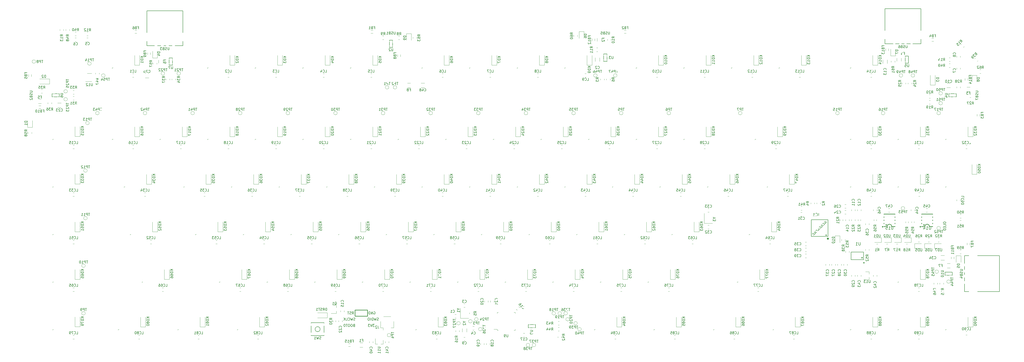
<source format=gbo>
%TF.GenerationSoftware,KiCad,Pcbnew,(5.1.10)-1*%
%TF.CreationDate,2021-10-26T21:51:47-04:00*%
%TF.ProjectId,custom_keyboard (f303_ fe2.1),63757374-6f6d-45f6-9b65-79626f617264,rev?*%
%TF.SameCoordinates,Original*%
%TF.FileFunction,Legend,Bot*%
%TF.FilePolarity,Positive*%
%FSLAX46Y46*%
G04 Gerber Fmt 4.6, Leading zero omitted, Abs format (unit mm)*
G04 Created by KiCad (PCBNEW (5.1.10)-1) date 2021-10-26 21:51:47*
%MOMM*%
%LPD*%
G01*
G04 APERTURE LIST*
%ADD10C,0.175000*%
%ADD11C,0.120000*%
%ADD12C,0.300000*%
%ADD13C,0.152000*%
%ADD14C,0.150000*%
%ADD15C,0.254000*%
%ADD16C,0.250000*%
%ADD17C,0.200000*%
%ADD18C,0.400000*%
%ADD19C,1.000000*%
%ADD20R,1.800000X0.900000*%
%ADD21R,2.550000X2.500000*%
%ADD22C,3.000000*%
%ADD23C,1.750000*%
%ADD24C,4.000000*%
%ADD25R,1.200000X0.900000*%
%ADD26O,0.588000X2.045000*%
%ADD27R,0.700000X1.000000*%
%ADD28R,0.700000X0.600000*%
%ADD29R,1.000000X0.700000*%
%ADD30R,0.600000X0.700000*%
%ADD31R,0.800000X0.900000*%
%ADD32R,1.060000X0.650000*%
%ADD33R,0.900000X0.800000*%
%ADD34O,1.950000X0.568000*%
%ADD35R,1.450000X0.600000*%
%ADD36R,1.450000X0.300000*%
%ADD37C,0.650000*%
%ADD38O,2.100000X1.000000*%
%ADD39O,1.600000X1.000000*%
%ADD40C,3.500000*%
%ADD41O,1.500000X2.000000*%
%ADD42R,1.800000X1.000000*%
%ADD43R,1.200000X1.400000*%
%ADD44R,1.700000X1.700000*%
%ADD45C,1.700000*%
%ADD46R,0.600000X1.450000*%
%ADD47R,0.300000X1.450000*%
%ADD48O,1.000000X2.100000*%
%ADD49O,1.000000X1.600000*%
%ADD50C,3.048000*%
%ADD51C,3.987800*%
%ADD52O,2.000000X1.500000*%
%ADD53R,0.900000X1.200000*%
%ADD54R,2.000000X2.000000*%
%ADD55C,2.000000*%
%ADD56R,3.200000X2.000000*%
%ADD57R,1.800000X1.100000*%
%ADD58O,0.270000X1.500000*%
%ADD59O,1.500000X0.270000*%
%ADD60C,6.400000*%
%ADD61C,0.800000*%
G04 APERTURE END LIST*
D10*
X395834401Y-232988861D02*
X396213208Y-233367668D01*
X396314223Y-233418176D01*
X396415238Y-233418176D01*
X396516254Y-233367668D01*
X396566761Y-233317160D01*
X395859654Y-234024267D02*
X396112193Y-233771729D01*
X395581862Y-233241399D01*
X395329324Y-234453582D02*
X395379832Y-234453582D01*
X395480847Y-234403074D01*
X395531355Y-234352567D01*
X395581862Y-234251551D01*
X395581862Y-234150536D01*
X395556609Y-234074775D01*
X395480847Y-233948506D01*
X395405086Y-233872744D01*
X395278817Y-233796983D01*
X395203055Y-233771729D01*
X395102040Y-233771729D01*
X395001025Y-233822237D01*
X394950517Y-233872744D01*
X394900009Y-233973759D01*
X394900009Y-234024267D01*
X394470695Y-234352567D02*
X394849502Y-234731374D01*
X394950517Y-234781881D01*
X395051532Y-234781881D01*
X395152548Y-234731374D01*
X395203055Y-234680866D01*
X394495948Y-235387973D02*
X394748487Y-235135435D01*
X394218156Y-234605105D01*
X393965618Y-235817288D02*
X394016126Y-235817288D01*
X394117141Y-235766780D01*
X394167649Y-235716273D01*
X394218156Y-235615257D01*
X394218156Y-235514242D01*
X394192903Y-235438481D01*
X394117141Y-235312212D01*
X394041380Y-235236450D01*
X393915111Y-235160689D01*
X393839349Y-235135435D01*
X393738334Y-235135435D01*
X393637319Y-235185943D01*
X393586811Y-235236450D01*
X393536304Y-235337465D01*
X393536304Y-235387973D01*
X393106989Y-235716273D02*
X393485796Y-236095080D01*
X393586811Y-236145587D01*
X393687826Y-236145587D01*
X393788842Y-236095080D01*
X393839349Y-236044572D01*
X393132243Y-236751679D02*
X393384781Y-236499141D01*
X392854451Y-235968811D01*
X392601912Y-237180994D02*
X392652420Y-237180994D01*
X392753435Y-237130486D01*
X392803943Y-237079979D01*
X392854451Y-236978963D01*
X392854451Y-236877948D01*
X392829197Y-236802187D01*
X392753435Y-236675918D01*
X392677674Y-236600156D01*
X392551405Y-236524395D01*
X392475643Y-236499141D01*
X392374628Y-236499141D01*
X392273613Y-236549648D01*
X392223105Y-236600156D01*
X392172598Y-236701171D01*
X392172598Y-236751679D01*
X391743283Y-237079979D02*
X392122090Y-237458786D01*
X392223105Y-237509293D01*
X392324120Y-237509293D01*
X392425136Y-237458786D01*
X392475643Y-237408278D01*
X391768537Y-238115385D02*
X392021075Y-237862847D01*
X391490745Y-237332517D01*
X391238206Y-238544700D02*
X391288714Y-238544700D01*
X391389729Y-238494192D01*
X391440237Y-238443684D01*
X391490745Y-238342669D01*
X391490745Y-238241654D01*
X391465491Y-238165893D01*
X391389729Y-238039623D01*
X391313968Y-237963862D01*
X391187699Y-237888101D01*
X391111937Y-237862847D01*
X391010922Y-237862847D01*
X390909907Y-237913354D01*
X390859399Y-237963862D01*
X390808892Y-238064877D01*
X390808892Y-238115385D01*
D11*
%TO.C,TP54*%
X107849500Y-174614000D02*
G75*
G03*
X107849500Y-174614000I-700000J0D01*
G01*
%TO.C,TP53*%
X427710600Y-227791900D02*
G75*
G03*
X427710600Y-227791900I-700000J0D01*
G01*
%TO.C,TP52*%
X441997200Y-235728900D02*
G75*
G03*
X441997200Y-235728900I-700000J0D01*
G01*
%TO.C,TP51*%
X442790900Y-185725800D02*
G75*
G03*
X442790900Y-185725800I-700000J0D01*
G01*
%TO.C,TP50*%
X442790900Y-181757300D02*
G75*
G03*
X442790900Y-181757300I-700000J0D01*
G01*
%TO.C,TP49*%
X426916900Y-174614000D02*
G75*
G03*
X426916900Y-174614000I-700000J0D01*
G01*
%TO.C,TP48*%
X431679100Y-174614000D02*
G75*
G03*
X431679100Y-174614000I-700000J0D01*
G01*
%TO.C,TP47*%
X312624100Y-174614000D02*
G75*
G03*
X312624100Y-174614000I-700000J0D01*
G01*
%TO.C,TP46*%
X304687100Y-174614000D02*
G75*
G03*
X304687100Y-174614000I-700000J0D01*
G01*
%TO.C,TP45*%
X441203500Y-253190300D02*
G75*
G03*
X441203500Y-253190300I-700000J0D01*
G01*
%TO.C,TP44*%
X445965700Y-257158800D02*
G75*
G03*
X445965700Y-257158800I-700000J0D01*
G01*
%TO.C,TP25*%
X92769200Y-180963600D02*
G75*
G03*
X92769200Y-180963600I-700000J0D01*
G01*
%TO.C,TP23*%
X92769200Y-184138400D02*
G75*
G03*
X92769200Y-184138400I-700000J0D01*
G01*
%TO.C,TP22*%
X131660500Y-173820300D02*
G75*
G03*
X131660500Y-173820300I-700000J0D01*
G01*
%TO.C,TP21*%
X138010100Y-173820300D02*
G75*
G03*
X138010100Y-173820300I-700000J0D01*
G01*
%TO.C,TP1*%
X221348600Y-179376200D02*
G75*
G03*
X221348600Y-179376200I-700000J0D01*
G01*
%TO.C,TP4*%
X222142300Y-278588700D02*
G75*
G03*
X222142300Y-278588700I-700000J0D01*
G01*
%TO.C,TP2*%
X224523400Y-179376200D02*
G75*
G03*
X224523400Y-179376200I-700000J0D01*
G01*
%TO.C,F8*%
X228777236Y-179492500D02*
X229981364Y-179492500D01*
X228777236Y-177672500D02*
X229981364Y-177672500D01*
%TO.C,C48*%
X234223948Y-179492500D02*
X235646452Y-179492500D01*
X234223948Y-177672500D02*
X235646452Y-177672500D01*
%TO.C,TP3*%
X254684000Y-273032800D02*
G75*
G03*
X254684000Y-273032800I-700000J0D01*
G01*
%TO.C,TP20*%
X293575300Y-272239100D02*
G75*
G03*
X293575300Y-272239100I-700000J0D01*
G01*
%TO.C,D9*%
X228419300Y-160533700D02*
X228419300Y-157848700D01*
X228419300Y-157848700D02*
X230339300Y-157848700D01*
X230339300Y-157848700D02*
X230339300Y-160533700D01*
%TO.C,D8*%
X454623800Y-177201400D02*
X454623800Y-174516400D01*
X454623800Y-174516400D02*
X456543800Y-174516400D01*
X456543800Y-174516400D02*
X456543800Y-177201400D01*
%TO.C,D6*%
X297471200Y-159740000D02*
X297471200Y-157055000D01*
X297471200Y-157055000D02*
X299391200Y-157055000D01*
X299391200Y-157055000D02*
X299391200Y-159740000D01*
%TO.C,D1*%
X78742600Y-192662800D02*
X78742600Y-195347800D01*
X78742600Y-195347800D02*
X76822600Y-195347800D01*
X76822600Y-195347800D02*
X76822600Y-192662800D01*
%TO.C,R63*%
X232495400Y-159760764D02*
X232495400Y-159306636D01*
X231025400Y-159760764D02*
X231025400Y-159306636D01*
%TO.C,R62*%
X458191964Y-172291600D02*
X457737836Y-172291600D01*
X458191964Y-173761600D02*
X457737836Y-173761600D01*
%TO.C,R61*%
X423777100Y-169285164D02*
X423777100Y-168831036D01*
X422307100Y-169285164D02*
X422307100Y-168831036D01*
%TO.C,R60*%
X296785100Y-158967064D02*
X296785100Y-158512936D01*
X295315100Y-158967064D02*
X295315100Y-158512936D01*
%TO.C,R59*%
X450254964Y-244518300D02*
X449800836Y-244518300D01*
X450254964Y-245988300D02*
X449800836Y-245988300D01*
%TO.C,R58*%
X78517600Y-197858364D02*
X78517600Y-197404236D01*
X77047600Y-197858364D02*
X77047600Y-197404236D01*
%TO.C,R57*%
X128520700Y-170078864D02*
X128520700Y-169624736D01*
X127050700Y-170078864D02*
X127050700Y-169624736D01*
%TO.C,D7*%
X424002100Y-164089600D02*
X424002100Y-166774600D01*
X424002100Y-166774600D02*
X422082100Y-166774600D01*
X422082100Y-166774600D02*
X422082100Y-164089600D01*
%TO.C,D5*%
X448274200Y-249428100D02*
X448274200Y-246743100D01*
X448274200Y-246743100D02*
X450194200Y-246743100D01*
X450194200Y-246743100D02*
X450194200Y-249428100D01*
%TO.C,D4*%
X128745700Y-164883300D02*
X128745700Y-167568300D01*
X128745700Y-167568300D02*
X126825700Y-167568300D01*
X126825700Y-167568300D02*
X126825700Y-164883300D01*
%TO.C,TP43*%
X105468400Y-189694300D02*
G75*
G03*
X105468400Y-189694300I-700000J0D01*
G01*
%TO.C,TP42*%
X124517200Y-189694300D02*
G75*
G03*
X124517200Y-189694300I-700000J0D01*
G01*
%TO.C,TP41*%
X143566000Y-189694300D02*
G75*
G03*
X143566000Y-189694300I-700000J0D01*
G01*
%TO.C,TP40*%
X298337500Y-276207600D02*
G75*
G03*
X298337500Y-276207600I-700000J0D01*
G01*
%TO.C,TP39*%
X296750100Y-273826500D02*
G75*
G03*
X296750100Y-273826500I-700000J0D01*
G01*
%TO.C,TP38*%
X277701300Y-282557200D02*
G75*
G03*
X277701300Y-282557200I-700000J0D01*
G01*
%TO.C,TP37*%
X280082400Y-282557200D02*
G75*
G03*
X280082400Y-282557200I-700000J0D01*
G01*
%TO.C,TP36*%
X292781600Y-269858000D02*
G75*
G03*
X292781600Y-269858000I-700000J0D01*
G01*
%TO.C,TP35*%
X295956400Y-189694300D02*
G75*
G03*
X295956400Y-189694300I-700000J0D01*
G01*
%TO.C,TP34*%
X276907600Y-189694300D02*
G75*
G03*
X276907600Y-189694300I-700000J0D01*
G01*
%TO.C,TP33*%
X257858800Y-189694300D02*
G75*
G03*
X257858800Y-189694300I-700000J0D01*
G01*
%TO.C,TP32*%
X238810000Y-189694300D02*
G75*
G03*
X238810000Y-189694300I-700000J0D01*
G01*
%TO.C,TP31*%
X219761200Y-189694300D02*
G75*
G03*
X219761200Y-189694300I-700000J0D01*
G01*
%TO.C,TP30*%
X200712400Y-189694300D02*
G75*
G03*
X200712400Y-189694300I-700000J0D01*
G01*
%TO.C,TP29*%
X181663600Y-189694300D02*
G75*
G03*
X181663600Y-189694300I-700000J0D01*
G01*
%TO.C,TP28*%
X162614800Y-189694300D02*
G75*
G03*
X162614800Y-189694300I-700000J0D01*
G01*
%TO.C,TP27*%
X249921800Y-273826500D02*
G75*
G03*
X249921800Y-273826500I-700000J0D01*
G01*
%TO.C,TP26*%
X258652500Y-276207600D02*
G75*
G03*
X258652500Y-276207600I-700000J0D01*
G01*
%TO.C,TP24*%
X257065100Y-272239100D02*
G75*
G03*
X257065100Y-272239100I-700000J0D01*
G01*
%TO.C,TP19*%
X290400500Y-269858000D02*
G75*
G03*
X290400500Y-269858000I-700000J0D01*
G01*
%TO.C,TP18*%
X288019400Y-269858000D02*
G75*
G03*
X288019400Y-269858000I-700000J0D01*
G01*
%TO.C,TP17*%
X441997200Y-189694300D02*
G75*
G03*
X441997200Y-189694300I-700000J0D01*
G01*
%TO.C,TP16*%
X419773600Y-189694300D02*
G75*
G03*
X419773600Y-189694300I-700000J0D01*
G01*
%TO.C,TP15*%
X401518500Y-189694300D02*
G75*
G03*
X401518500Y-189694300I-700000J0D01*
G01*
%TO.C,TP14*%
X102293600Y-169851800D02*
G75*
G03*
X102293600Y-169851800I-700000J0D01*
G01*
%TO.C,TP13*%
X101499900Y-193662800D02*
G75*
G03*
X101499900Y-193662800I-700000J0D01*
G01*
%TO.C,TP12*%
X100706200Y-212711600D02*
G75*
G03*
X100706200Y-212711600I-700000J0D01*
G01*
%TO.C,TP11*%
X100706200Y-231760400D02*
G75*
G03*
X100706200Y-231760400I-700000J0D01*
G01*
%TO.C,TP10*%
X99912500Y-250809200D02*
G75*
G03*
X99912500Y-250809200I-700000J0D01*
G01*
%TO.C,TP9*%
X99912500Y-269858000D02*
G75*
G03*
X99912500Y-269858000I-700000J0D01*
G01*
%TO.C,TP8*%
X80070000Y-169058100D02*
G75*
G03*
X80070000Y-169058100I-700000J0D01*
G01*
%TO.C,TP7*%
X362627200Y-189694300D02*
G75*
G03*
X362627200Y-189694300I-700000J0D01*
G01*
%TO.C,TP6*%
X334054000Y-189694300D02*
G75*
G03*
X334054000Y-189694300I-700000J0D01*
G01*
%TO.C,TP5*%
X315005200Y-189694300D02*
G75*
G03*
X315005200Y-189694300I-700000J0D01*
G01*
%TO.C,MX7*%
X253571400Y-171514400D02*
X253571400Y-171814400D01*
X253871400Y-171514400D02*
X253571400Y-171514400D01*
%TO.C,MX6*%
X234522600Y-171514400D02*
X234522600Y-171814400D01*
X234822600Y-171514400D02*
X234522600Y-171514400D01*
%TO.C,C1*%
X248292502Y-270313550D02*
X247769998Y-270313550D01*
X248292502Y-271783550D02*
X247769998Y-271783550D01*
%TO.C,C2*%
X303870800Y-167553148D02*
X303870800Y-168975652D01*
X305690800Y-167553148D02*
X305690800Y-168975652D01*
%TO.C,C3*%
X251864152Y-265948200D02*
X251341648Y-265948200D01*
X251864152Y-267418200D02*
X251341648Y-267418200D01*
%TO.C,C10*%
X445976952Y-177672500D02*
X444554448Y-177672500D01*
X445976952Y-179492500D02*
X444554448Y-179492500D01*
%TO.C,C13*%
X418957300Y-168346848D02*
X418957300Y-169769352D01*
X420777300Y-168346848D02*
X420777300Y-169769352D01*
%TO.C,C15*%
X202055350Y-268803048D02*
X202055350Y-269325552D01*
X203525350Y-268803048D02*
X203525350Y-269325552D01*
%TO.C,C16*%
X273737257Y-267538760D02*
X273367790Y-267169293D01*
X272697810Y-268578207D02*
X272328343Y-268208740D01*
%TO.C,C23*%
X88864448Y-187429500D02*
X90286952Y-187429500D01*
X88864448Y-185609500D02*
X90286952Y-185609500D01*
%TO.C,C25*%
X125322152Y-173704000D02*
X123899648Y-173704000D01*
X125322152Y-175524000D02*
X123899648Y-175524000D01*
%TO.C,C28*%
X402347200Y-250673602D02*
X402347200Y-250151098D01*
X400877200Y-250673602D02*
X400877200Y-250151098D01*
%TO.C,C31*%
X386114348Y-230908000D02*
X386636852Y-230908000D01*
X386114348Y-229438000D02*
X386636852Y-229438000D01*
%TO.C,C34*%
X443595852Y-246724400D02*
X442173348Y-246724400D01*
X443595852Y-248544400D02*
X442173348Y-248544400D01*
%TO.C,D3*%
X439916100Y-178451400D02*
X437916100Y-178451400D01*
X437916100Y-178451400D02*
X437916100Y-174551400D01*
X439916100Y-178451400D02*
X439916100Y-174551400D01*
%TO.C,J2*%
X218038600Y-273111500D02*
X218038600Y-275611500D01*
X218038600Y-275611500D02*
X219088600Y-275611500D01*
X219088600Y-275611500D02*
X219088600Y-276601500D01*
X223258600Y-273111500D02*
X223258600Y-275611500D01*
X223258600Y-275611500D02*
X222208600Y-275611500D01*
X219208600Y-271141500D02*
X222088600Y-271141500D01*
%TO.C,R21*%
X401883400Y-232316842D02*
X401883400Y-232791358D01*
X402928400Y-232316842D02*
X402928400Y-232791358D01*
%TO.C,R23*%
X410071700Y-232791358D02*
X410071700Y-232316842D01*
X409026700Y-232791358D02*
X409026700Y-232316842D01*
%TO.C,R26*%
X433133136Y-241226100D02*
X433587264Y-241226100D01*
X433133136Y-239756100D02*
X433587264Y-239756100D01*
%TO.C,R28*%
X449969200Y-179603264D02*
X449969200Y-179149136D01*
X448499200Y-179603264D02*
X448499200Y-179149136D01*
%TO.C,R30*%
X199093050Y-272795542D02*
X199093050Y-273270058D01*
X200138050Y-272795542D02*
X200138050Y-273270058D01*
%TO.C,R33*%
X95016936Y-182095450D02*
X95471064Y-182095450D01*
X95016936Y-180625450D02*
X95471064Y-180625450D01*
%TO.C,R49*%
X445435486Y-168999400D02*
X445889614Y-168999400D01*
X445435486Y-167529400D02*
X445889614Y-167529400D01*
%TO.C,R52*%
X411989000Y-244232536D02*
X411989000Y-244686664D01*
X413459000Y-244232536D02*
X413459000Y-244686664D01*
%TO.C,R53*%
X404052000Y-245026236D02*
X404052000Y-245480364D01*
X405522000Y-245026236D02*
X405522000Y-245480364D01*
%TO.C,R54*%
X430456600Y-233110542D02*
X430456600Y-233585058D01*
X431501600Y-233110542D02*
X431501600Y-233585058D01*
%TO.C,R55*%
X428075500Y-233141842D02*
X428075500Y-233616358D01*
X429120500Y-233141842D02*
X429120500Y-233616358D01*
%TO.C,R56*%
X415376300Y-232316842D02*
X415376300Y-232791358D01*
X416421300Y-232316842D02*
X416421300Y-232791358D01*
D12*
%TO.C,U1*%
X411558500Y-249612700D02*
G75*
G03*
X411558500Y-249612700I-151000J0D01*
G01*
X410810500Y-247609700D02*
G75*
G03*
X410810500Y-247609700I-150000J0D01*
G01*
D13*
X406229500Y-248361700D02*
X411281500Y-248361700D01*
X406229500Y-245319700D02*
X406229500Y-248361700D01*
X411281500Y-245319700D02*
X406229500Y-245319700D01*
X411281500Y-248361700D02*
X411281500Y-245319700D01*
D14*
%TO.C,U5*%
X429248000Y-169714400D02*
X427948000Y-169714400D01*
X429248000Y-166814400D02*
X429248000Y-169714400D01*
X427948000Y-166814400D02*
X429248000Y-166814400D01*
X427948000Y-166814400D02*
X427948000Y-169714400D01*
D11*
%TO.C,U9*%
X271430600Y-269422800D02*
X271880600Y-269422800D01*
X271880600Y-269422800D02*
X271880600Y-269872800D01*
X265110600Y-269422800D02*
X264660600Y-269422800D01*
X264660600Y-269422800D02*
X264660600Y-269872800D01*
X271430600Y-276642800D02*
X271880600Y-276642800D01*
X271880600Y-276642800D02*
X271880600Y-276192800D01*
X265110600Y-276642800D02*
X264660600Y-276642800D01*
X264660600Y-276642800D02*
X264660600Y-276192800D01*
X264660600Y-276192800D02*
X263370600Y-276192800D01*
D14*
%TO.C,U10*%
X443815700Y-254634000D02*
X443815700Y-253334000D01*
X446715700Y-254634000D02*
X443815700Y-254634000D01*
X446715700Y-253334000D02*
X446715700Y-254634000D01*
X446715700Y-253334000D02*
X443815700Y-253334000D01*
D11*
%TO.C,U11*%
X219053800Y-282126650D02*
X218123800Y-282126650D01*
X215893800Y-282126650D02*
X216823800Y-282126650D01*
X215893800Y-282126650D02*
X215893800Y-279966650D01*
X219053800Y-282126650D02*
X219053800Y-280666650D01*
%TO.C,U12*%
X100693600Y-173797700D02*
X102493600Y-173797700D01*
X102493600Y-177017700D02*
X100043600Y-177017700D01*
%TO.C,U13*%
X413484000Y-253197700D02*
X413484000Y-254127700D01*
X413484000Y-256357700D02*
X413484000Y-255427700D01*
X413484000Y-256357700D02*
X411324000Y-256357700D01*
X413484000Y-253197700D02*
X412024000Y-253197700D01*
D15*
%TO.C,U14*%
X434484101Y-235054100D02*
X435795101Y-235054100D01*
X438884101Y-235054100D02*
X437573101Y-235054100D01*
X434484101Y-234974100D02*
X434484101Y-235054100D01*
X434484101Y-233704100D02*
X434484101Y-233944100D01*
X434484101Y-232434100D02*
X434484101Y-232674100D01*
X434484101Y-231164100D02*
X434484101Y-231404100D01*
X434484101Y-230054100D02*
X434484101Y-230134100D01*
X438884101Y-234974100D02*
X438884101Y-235054100D01*
X438884101Y-233704100D02*
X438884101Y-233944100D01*
X438884101Y-232434100D02*
X438884101Y-232674100D01*
X438884101Y-231164100D02*
X438884101Y-231404100D01*
X438884101Y-230054100D02*
X438884101Y-230134100D01*
X438884101Y-230054100D02*
X434484101Y-230054100D01*
D12*
X435564101Y-234459100D02*
G75*
G03*
X435564101Y-234459100I-150000J0D01*
G01*
X434130101Y-235196100D02*
G75*
G03*
X434130101Y-235196100I-151000J0D01*
G01*
D15*
X435795101Y-235055100D02*
G75*
G02*
X437573101Y-235053100I889000J1000D01*
G01*
%TO.C,U15*%
X419403801Y-235054100D02*
X420714801Y-235054100D01*
X423803801Y-235054100D02*
X422492801Y-235054100D01*
X419403801Y-234974100D02*
X419403801Y-235054100D01*
X419403801Y-233704100D02*
X419403801Y-233944100D01*
X419403801Y-232434100D02*
X419403801Y-232674100D01*
X419403801Y-231164100D02*
X419403801Y-231404100D01*
X419403801Y-230054100D02*
X419403801Y-230134100D01*
X423803801Y-234974100D02*
X423803801Y-235054100D01*
X423803801Y-233704100D02*
X423803801Y-233944100D01*
X423803801Y-232434100D02*
X423803801Y-232674100D01*
X423803801Y-231164100D02*
X423803801Y-231404100D01*
X423803801Y-230054100D02*
X423803801Y-230134100D01*
X423803801Y-230054100D02*
X419403801Y-230054100D01*
D12*
X420483801Y-234459100D02*
G75*
G03*
X420483801Y-234459100I-150000J0D01*
G01*
X419049801Y-235196100D02*
G75*
G03*
X419049801Y-235196100I-151000J0D01*
G01*
D15*
X420714801Y-235055100D02*
G75*
G02*
X422492801Y-235053100I889000J1000D01*
G01*
D14*
%TO.C,USB3*%
X124554200Y-162694800D02*
X138954200Y-162694800D01*
X124554200Y-162694800D02*
X124554200Y-148694800D01*
X138954200Y-148694800D02*
X124554200Y-148694800D01*
X138954200Y-148694800D02*
X138954200Y-162694800D01*
D11*
%TO.C,Y2*%
X250727900Y-277338900D02*
X250727900Y-275988900D01*
X252477900Y-277338900D02*
X252477900Y-275988900D01*
%TO.C,Y3*%
X350821700Y-233850950D02*
X347521700Y-233850950D01*
X347521700Y-233850950D02*
X347521700Y-229850950D01*
%TO.C,D10*%
X399858500Y-241491100D02*
X399858500Y-238806100D01*
X399858500Y-238806100D02*
X401778500Y-238806100D01*
X401778500Y-238806100D02*
X401778500Y-241491100D01*
D16*
%TO.C,J5*%
X207830500Y-268489100D02*
X207830500Y-270989100D01*
X212830500Y-268489100D02*
X207830500Y-268489100D01*
X212830500Y-270989100D02*
X212830500Y-268489100D01*
X207830500Y-270989100D02*
X212830500Y-270989100D01*
D11*
%TO.C,FB15*%
X205967922Y-281997200D02*
X205168678Y-281997200D01*
X205967922Y-283117200D02*
X205168678Y-283117200D01*
%TO.C,FB14*%
X451849000Y-175801778D02*
X451849000Y-176601022D01*
X452969000Y-175801778D02*
X452969000Y-176601022D01*
%TO.C,FB13*%
X420101000Y-163896278D02*
X420101000Y-164695522D01*
X421221000Y-163896278D02*
X421221000Y-164695522D01*
%TO.C,FB12*%
X302633400Y-159927778D02*
X302633400Y-160727022D01*
X303753400Y-159927778D02*
X303753400Y-160727022D01*
%TO.C,FB11*%
X446293100Y-247234778D02*
X446293100Y-248034022D01*
X447413100Y-247234778D02*
X447413100Y-248034022D01*
%TO.C,FB10*%
X81351478Y-187873200D02*
X82150722Y-187873200D01*
X81351478Y-186753200D02*
X82150722Y-186753200D01*
%TO.C,FB9*%
X124844600Y-165483678D02*
X124844600Y-166282922D01*
X125964600Y-165483678D02*
X125964600Y-166282922D01*
%TO.C,F5*%
X82353164Y-184022100D02*
X81149036Y-184022100D01*
X82353164Y-185842100D02*
X81149036Y-185842100D01*
%TO.C,C32*%
X348966748Y-236067050D02*
X349489252Y-236067050D01*
X348966748Y-234597050D02*
X349489252Y-234597050D01*
%TO.C,C33*%
X349489252Y-227850600D02*
X348966748Y-227850600D01*
X349489252Y-229320600D02*
X348966748Y-229320600D01*
%TO.C,R15*%
X450462435Y-162028218D02*
X450141318Y-162349335D01*
X451501882Y-163067665D02*
X451180765Y-163388782D01*
%TO.C,C4*%
X254913298Y-276545750D02*
X255435802Y-276545750D01*
X254913298Y-275075750D02*
X255435802Y-275075750D01*
%TO.C,C9*%
X251341648Y-280911100D02*
X251864152Y-280911100D01*
X251341648Y-279441100D02*
X251864152Y-279441100D01*
%TO.C,F3*%
X452600636Y-181079900D02*
X453804764Y-181079900D01*
X452600636Y-179259900D02*
X453804764Y-179259900D01*
%TO.C,F2*%
X306484500Y-160929464D02*
X306484500Y-159725336D01*
X304664500Y-160929464D02*
X304664500Y-159725336D01*
%TO.C,F4*%
X424513200Y-167662336D02*
X424513200Y-168866464D01*
X426333200Y-167662336D02*
X426333200Y-168866464D01*
%TO.C,F7*%
X445867764Y-249899200D02*
X444663636Y-249899200D01*
X445867764Y-251719200D02*
X444663636Y-251719200D01*
%TO.C,R13*%
X89746800Y-156131836D02*
X89746800Y-156585964D01*
X91216800Y-156131836D02*
X91216800Y-156585964D01*
%TO.C,R39*%
X456018335Y-167584118D02*
X455697218Y-167905235D01*
X457057782Y-168623565D02*
X456736665Y-168944682D01*
%TO.C,R48*%
X92127900Y-156131836D02*
X92127900Y-156585964D01*
X93597900Y-156131836D02*
X93597900Y-156585964D01*
D14*
%TO.C,USB6*%
X419810600Y-161901100D02*
X434210600Y-161901100D01*
X419810600Y-161901100D02*
X419810600Y-147901100D01*
X434210600Y-147901100D02*
X419810600Y-147901100D01*
X434210600Y-147901100D02*
X434210600Y-161901100D01*
D11*
%TO.C,MX78*%
X425010600Y-257234000D02*
X425010600Y-257534000D01*
X425310600Y-257234000D02*
X425010600Y-257234000D01*
%TO.C,C47*%
X421715952Y-227850600D02*
X421193448Y-227850600D01*
X421715952Y-229320600D02*
X421193448Y-229320600D01*
%TO.C,C46*%
X416633800Y-228846852D02*
X416633800Y-228324348D01*
X415163800Y-228846852D02*
X415163800Y-228324348D01*
%TO.C,C45*%
X436796252Y-227850600D02*
X436273748Y-227850600D01*
X436796252Y-229320600D02*
X436273748Y-229320600D01*
%TO.C,C44*%
X431714100Y-228846852D02*
X431714100Y-228324348D01*
X430244100Y-228846852D02*
X430244100Y-228324348D01*
%TO.C,MX19*%
X167851800Y-200087600D02*
X167851800Y-200387600D01*
X168151800Y-200087600D02*
X167851800Y-200087600D01*
%TO.C,R51*%
X450254964Y-232612800D02*
X449800836Y-232612800D01*
X450254964Y-234082800D02*
X449800836Y-234082800D01*
%TO.C,R50*%
X450254964Y-230231700D02*
X449800836Y-230231700D01*
X450254964Y-231701700D02*
X449800836Y-231701700D01*
%TO.C,FB8*%
X225970800Y-167076622D02*
X225970800Y-166277378D01*
X224850800Y-167076622D02*
X224850800Y-166277378D01*
%TO.C,MX83*%
X232441500Y-276282800D02*
X232141500Y-276282800D01*
X232141500Y-276282800D02*
X232141500Y-276582800D01*
%TO.C,MX84*%
X303874500Y-276282800D02*
X303574500Y-276282800D01*
X303574500Y-276282800D02*
X303574500Y-276582800D01*
D14*
%TO.C,USB4*%
X451629000Y-246784000D02*
X451629000Y-261184000D01*
X451629000Y-246784000D02*
X465629000Y-246784000D01*
X465629000Y-261184000D02*
X465629000Y-246784000D01*
X465629000Y-261184000D02*
X451629000Y-261184000D01*
D11*
%TO.C,MX32*%
X444059400Y-200087600D02*
X444059400Y-200387600D01*
X444359400Y-200087600D02*
X444059400Y-200087600D01*
%TO.C,UD7*%
X442297200Y-243832200D02*
X439612200Y-243832200D01*
X439612200Y-243832200D02*
X439612200Y-241912200D01*
X439612200Y-241912200D02*
X442297200Y-241912200D01*
%TO.C,UD6*%
X438328700Y-243832200D02*
X435643700Y-243832200D01*
X435643700Y-243832200D02*
X435643700Y-241912200D01*
X435643700Y-241912200D02*
X438328700Y-241912200D01*
%TO.C,UD5*%
X434360200Y-243832200D02*
X431675200Y-243832200D01*
X431675200Y-243832200D02*
X431675200Y-241912200D01*
X431675200Y-241912200D02*
X434360200Y-241912200D01*
%TO.C,UD4*%
X427598000Y-239531100D02*
X430283000Y-239531100D01*
X430283000Y-239531100D02*
X430283000Y-241451100D01*
X430283000Y-241451100D02*
X427598000Y-241451100D01*
%TO.C,UD3*%
X423629500Y-239531100D02*
X426314500Y-239531100D01*
X426314500Y-239531100D02*
X426314500Y-241451100D01*
X426314500Y-241451100D02*
X423629500Y-241451100D01*
%TO.C,UD2*%
X419661000Y-239531100D02*
X422346000Y-239531100D01*
X422346000Y-239531100D02*
X422346000Y-241451100D01*
X422346000Y-241451100D02*
X419661000Y-241451100D01*
%TO.C,UD1*%
X415692500Y-239531100D02*
X418377500Y-239531100D01*
X418377500Y-239531100D02*
X418377500Y-241451100D01*
X418377500Y-241451100D02*
X415692500Y-241451100D01*
%TO.C,C7*%
X449969200Y-172097302D02*
X449969200Y-171574798D01*
X448499200Y-172097302D02*
X448499200Y-171574798D01*
%TO.C,C8*%
X449969200Y-167335102D02*
X449969200Y-166812598D01*
X448499200Y-167335102D02*
X448499200Y-166812598D01*
%TO.C,C37*%
X396115000Y-250151098D02*
X396115000Y-250673602D01*
X397585000Y-250151098D02*
X397585000Y-250673602D01*
%TO.C,C11*%
X406433100Y-228324348D02*
X406433100Y-228846852D01*
X407903100Y-228324348D02*
X407903100Y-228846852D01*
%TO.C,KD15*%
X97831400Y-199025000D02*
X95831400Y-199025000D01*
X95831400Y-199025000D02*
X95831400Y-195125000D01*
X97831400Y-199025000D02*
X97831400Y-195125000D01*
%TO.C,KD33*%
X97831400Y-218073800D02*
X95831400Y-218073800D01*
X95831400Y-218073800D02*
X95831400Y-214173800D01*
X97831400Y-218073800D02*
X97831400Y-214173800D01*
%TO.C,KD51*%
X97831400Y-237185200D02*
X95831400Y-237185200D01*
X95831400Y-237185200D02*
X95831400Y-233285200D01*
X97831400Y-237185200D02*
X97831400Y-233285200D01*
%TO.C,KD65*%
X97831400Y-256234000D02*
X95831400Y-256234000D01*
X95831400Y-256234000D02*
X95831400Y-252334000D01*
X97831400Y-256234000D02*
X97831400Y-252334000D01*
%TO.C,KD80*%
X124023500Y-275282800D02*
X122023500Y-275282800D01*
X122023500Y-275282800D02*
X122023500Y-271382800D01*
X124023500Y-275282800D02*
X124023500Y-271382800D01*
%TO.C,KD1*%
X121642400Y-170514400D02*
X119642400Y-170514400D01*
X119642400Y-170514400D02*
X119642400Y-166614400D01*
X121642400Y-170514400D02*
X121642400Y-166614400D01*
%TO.C,KD16*%
X121642400Y-199087600D02*
X119642400Y-199087600D01*
X119642400Y-199087600D02*
X119642400Y-195187600D01*
X121642400Y-199087600D02*
X121642400Y-195187600D01*
%TO.C,KD34*%
X126404600Y-218136400D02*
X124404600Y-218136400D01*
X124404600Y-218136400D02*
X124404600Y-214236400D01*
X126404600Y-218136400D02*
X126404600Y-214236400D01*
%TO.C,KD52*%
X128785700Y-237185200D02*
X126785700Y-237185200D01*
X126785700Y-237185200D02*
X126785700Y-233285200D01*
X128785700Y-237185200D02*
X128785700Y-233285200D01*
%TO.C,KD79*%
X97831400Y-275220200D02*
X95831400Y-275220200D01*
X95831400Y-275220200D02*
X95831400Y-271320200D01*
X97831400Y-275220200D02*
X97831400Y-271320200D01*
%TO.C,KD2*%
X159740000Y-170514400D02*
X157740000Y-170514400D01*
X157740000Y-170514400D02*
X157740000Y-166614400D01*
X159740000Y-170514400D02*
X159740000Y-166614400D01*
%TO.C,KD18*%
X159740000Y-199087600D02*
X157740000Y-199087600D01*
X157740000Y-199087600D02*
X157740000Y-195187600D01*
X159740000Y-199087600D02*
X159740000Y-195187600D01*
%TO.C,KD36*%
X169264400Y-218136400D02*
X167264400Y-218136400D01*
X167264400Y-218136400D02*
X167264400Y-214236400D01*
X169264400Y-218136400D02*
X169264400Y-214236400D01*
%TO.C,KD54*%
X174026600Y-237185200D02*
X172026600Y-237185200D01*
X172026600Y-237185200D02*
X172026600Y-233285200D01*
X174026600Y-237185200D02*
X174026600Y-233285200D01*
%TO.C,KD67*%
X164502200Y-256234000D02*
X162502200Y-256234000D01*
X162502200Y-256234000D02*
X162502200Y-252334000D01*
X164502200Y-256234000D02*
X164502200Y-252334000D01*
%TO.C,KD82*%
X171645500Y-275282800D02*
X169645500Y-275282800D01*
X169645500Y-275282800D02*
X169645500Y-271382800D01*
X171645500Y-275282800D02*
X171645500Y-271382800D01*
%TO.C,KD17*%
X140691200Y-199087600D02*
X138691200Y-199087600D01*
X138691200Y-199087600D02*
X138691200Y-195187600D01*
X140691200Y-199087600D02*
X140691200Y-195187600D01*
%TO.C,KD35*%
X150215600Y-218136400D02*
X148215600Y-218136400D01*
X148215600Y-218136400D02*
X148215600Y-214236400D01*
X150215600Y-218136400D02*
X150215600Y-214236400D01*
%TO.C,KD53*%
X154977800Y-237185200D02*
X152977800Y-237185200D01*
X152977800Y-237185200D02*
X152977800Y-233285200D01*
X154977800Y-237185200D02*
X154977800Y-233285200D01*
%TO.C,KD66*%
X133547900Y-256234000D02*
X131547900Y-256234000D01*
X131547900Y-256234000D02*
X131547900Y-252334000D01*
X133547900Y-256234000D02*
X133547900Y-252334000D01*
%TO.C,KD81*%
X147834500Y-275282800D02*
X145834500Y-275282800D01*
X145834500Y-275282800D02*
X145834500Y-271382800D01*
X147834500Y-275282800D02*
X147834500Y-271382800D01*
%TO.C,KD3*%
X178788800Y-170514400D02*
X176788800Y-170514400D01*
X176788800Y-170514400D02*
X176788800Y-166614400D01*
X178788800Y-170514400D02*
X178788800Y-166614400D01*
%TO.C,KD19*%
X178788800Y-199087600D02*
X176788800Y-199087600D01*
X176788800Y-199087600D02*
X176788800Y-195187600D01*
X178788800Y-199087600D02*
X178788800Y-195187600D01*
%TO.C,KD37*%
X188313200Y-218136400D02*
X186313200Y-218136400D01*
X186313200Y-218136400D02*
X186313200Y-214236400D01*
X188313200Y-218136400D02*
X188313200Y-214236400D01*
%TO.C,KD55*%
X193075400Y-237185200D02*
X191075400Y-237185200D01*
X191075400Y-237185200D02*
X191075400Y-233285200D01*
X193075400Y-237185200D02*
X193075400Y-233285200D01*
%TO.C,KD68*%
X183551000Y-256234000D02*
X181551000Y-256234000D01*
X181551000Y-256234000D02*
X181551000Y-252334000D01*
X183551000Y-256234000D02*
X183551000Y-252334000D01*
%TO.C,KD70*%
X221648600Y-256234000D02*
X219648600Y-256234000D01*
X219648600Y-256234000D02*
X219648600Y-252334000D01*
X221648600Y-256234000D02*
X221648600Y-252334000D01*
%TO.C,KD4*%
X197837600Y-170514400D02*
X195837600Y-170514400D01*
X195837600Y-170514400D02*
X195837600Y-166614400D01*
X197837600Y-170514400D02*
X197837600Y-166614400D01*
%TO.C,KD20*%
X197837600Y-199087600D02*
X195837600Y-199087600D01*
X195837600Y-199087600D02*
X195837600Y-195187600D01*
X197837600Y-199087600D02*
X197837600Y-195187600D01*
%TO.C,KD38*%
X207362000Y-218136400D02*
X205362000Y-218136400D01*
X205362000Y-218136400D02*
X205362000Y-214236400D01*
X207362000Y-218136400D02*
X207362000Y-214236400D01*
%TO.C,KD56*%
X212124200Y-237185200D02*
X210124200Y-237185200D01*
X210124200Y-237185200D02*
X210124200Y-233285200D01*
X212124200Y-237185200D02*
X212124200Y-233285200D01*
%TO.C,KD69*%
X202599800Y-256234000D02*
X200599800Y-256234000D01*
X200599800Y-256234000D02*
X200599800Y-252334000D01*
X202599800Y-256234000D02*
X202599800Y-252334000D01*
%TO.C,KD5*%
X216886400Y-170514400D02*
X214886400Y-170514400D01*
X214886400Y-170514400D02*
X214886400Y-166614400D01*
X216886400Y-170514400D02*
X216886400Y-166614400D01*
%TO.C,KD21*%
X216886400Y-199087600D02*
X214886400Y-199087600D01*
X214886400Y-199087600D02*
X214886400Y-195187600D01*
X216886400Y-199087600D02*
X216886400Y-195187600D01*
%TO.C,KD39*%
X226410800Y-218136400D02*
X224410800Y-218136400D01*
X224410800Y-218136400D02*
X224410800Y-214236400D01*
X226410800Y-218136400D02*
X226410800Y-214236400D01*
%TO.C,KD57*%
X231173000Y-237185200D02*
X229173000Y-237185200D01*
X229173000Y-237185200D02*
X229173000Y-233285200D01*
X231173000Y-237185200D02*
X231173000Y-233285200D01*
%TO.C,KD71*%
X240697400Y-256234000D02*
X238697400Y-256234000D01*
X238697400Y-256234000D02*
X238697400Y-252334000D01*
X240697400Y-256234000D02*
X240697400Y-252334000D01*
%TO.C,KD83*%
X243078500Y-275282800D02*
X241078500Y-275282800D01*
X241078500Y-275282800D02*
X241078500Y-271382800D01*
X243078500Y-275282800D02*
X243078500Y-271382800D01*
%TO.C,KD6*%
X245459600Y-170514400D02*
X243459600Y-170514400D01*
X243459600Y-170514400D02*
X243459600Y-166614400D01*
X245459600Y-170514400D02*
X245459600Y-166614400D01*
%TO.C,KD22*%
X235935200Y-199087600D02*
X233935200Y-199087600D01*
X233935200Y-199087600D02*
X233935200Y-195187600D01*
X235935200Y-199087600D02*
X235935200Y-195187600D01*
%TO.C,KD40*%
X245459600Y-218136400D02*
X243459600Y-218136400D01*
X243459600Y-218136400D02*
X243459600Y-214236400D01*
X245459600Y-218136400D02*
X245459600Y-214236400D01*
%TO.C,KD58*%
X250221800Y-237185200D02*
X248221800Y-237185200D01*
X248221800Y-237185200D02*
X248221800Y-233285200D01*
X250221800Y-237185200D02*
X250221800Y-233285200D01*
%TO.C,KD72*%
X259746200Y-256234000D02*
X257746200Y-256234000D01*
X257746200Y-256234000D02*
X257746200Y-252334000D01*
X259746200Y-256234000D02*
X259746200Y-252334000D01*
%TO.C,KD7*%
X264508400Y-170514400D02*
X262508400Y-170514400D01*
X262508400Y-170514400D02*
X262508400Y-166614400D01*
X264508400Y-170514400D02*
X264508400Y-166614400D01*
%TO.C,KD23*%
X254984000Y-199087600D02*
X252984000Y-199087600D01*
X252984000Y-199087600D02*
X252984000Y-195187600D01*
X254984000Y-199087600D02*
X254984000Y-195187600D01*
%TO.C,KD41*%
X264508400Y-218136400D02*
X262508400Y-218136400D01*
X262508400Y-218136400D02*
X262508400Y-214236400D01*
X264508400Y-218136400D02*
X264508400Y-214236400D01*
%TO.C,KD59*%
X269270600Y-237185200D02*
X267270600Y-237185200D01*
X267270600Y-237185200D02*
X267270600Y-233285200D01*
X269270600Y-237185200D02*
X269270600Y-233285200D01*
%TO.C,KD73*%
X278795000Y-256234000D02*
X276795000Y-256234000D01*
X276795000Y-256234000D02*
X276795000Y-252334000D01*
X278795000Y-256234000D02*
X278795000Y-252334000D01*
%TO.C,KD8*%
X283557200Y-170514400D02*
X281557200Y-170514400D01*
X281557200Y-170514400D02*
X281557200Y-166614400D01*
X283557200Y-170514400D02*
X283557200Y-166614400D01*
%TO.C,KD24*%
X274032800Y-199087600D02*
X272032800Y-199087600D01*
X272032800Y-199087600D02*
X272032800Y-195187600D01*
X274032800Y-199087600D02*
X274032800Y-195187600D01*
%TO.C,KD42*%
X283557200Y-218136400D02*
X281557200Y-218136400D01*
X281557200Y-218136400D02*
X281557200Y-214236400D01*
X283557200Y-218136400D02*
X283557200Y-214236400D01*
%TO.C,KD60*%
X288319400Y-237185200D02*
X286319400Y-237185200D01*
X286319400Y-237185200D02*
X286319400Y-233285200D01*
X288319400Y-237185200D02*
X288319400Y-233285200D01*
%TO.C,KD74*%
X297843800Y-256234000D02*
X295843800Y-256234000D01*
X295843800Y-256234000D02*
X295843800Y-252334000D01*
X297843800Y-256234000D02*
X297843800Y-252334000D01*
%TO.C,KD9*%
X302606000Y-170514400D02*
X300606000Y-170514400D01*
X300606000Y-170514400D02*
X300606000Y-166614400D01*
X302606000Y-170514400D02*
X302606000Y-166614400D01*
%TO.C,KD25*%
X293081600Y-199087600D02*
X291081600Y-199087600D01*
X291081600Y-199087600D02*
X291081600Y-195187600D01*
X293081600Y-199087600D02*
X293081600Y-195187600D01*
%TO.C,KD43*%
X302606000Y-218136400D02*
X300606000Y-218136400D01*
X300606000Y-218136400D02*
X300606000Y-214236400D01*
X302606000Y-218136400D02*
X302606000Y-214236400D01*
%TO.C,KD61*%
X307368200Y-237185200D02*
X305368200Y-237185200D01*
X305368200Y-237185200D02*
X305368200Y-233285200D01*
X307368200Y-237185200D02*
X307368200Y-233285200D01*
%TO.C,KD75*%
X316892600Y-256234000D02*
X314892600Y-256234000D01*
X314892600Y-256234000D02*
X314892600Y-252334000D01*
X316892600Y-256234000D02*
X316892600Y-252334000D01*
%TO.C,KD84*%
X314511500Y-275282800D02*
X312511500Y-275282800D01*
X312511500Y-275282800D02*
X312511500Y-271382800D01*
X314511500Y-275282800D02*
X314511500Y-271382800D01*
%TO.C,KD10*%
X331179200Y-170514400D02*
X329179200Y-170514400D01*
X329179200Y-170514400D02*
X329179200Y-166614400D01*
X331179200Y-170514400D02*
X331179200Y-166614400D01*
%TO.C,KD26*%
X312130400Y-199087600D02*
X310130400Y-199087600D01*
X310130400Y-199087600D02*
X310130400Y-195187600D01*
X312130400Y-199087600D02*
X312130400Y-195187600D01*
%TO.C,KD44*%
X321654800Y-218136400D02*
X319654800Y-218136400D01*
X319654800Y-218136400D02*
X319654800Y-214236400D01*
X321654800Y-218136400D02*
X321654800Y-214236400D01*
%TO.C,KD62*%
X326417000Y-237185200D02*
X324417000Y-237185200D01*
X324417000Y-237185200D02*
X324417000Y-233285200D01*
X326417000Y-237185200D02*
X326417000Y-233285200D01*
%TO.C,KD76*%
X335941400Y-256234000D02*
X333941400Y-256234000D01*
X333941400Y-256234000D02*
X333941400Y-252334000D01*
X335941400Y-256234000D02*
X335941400Y-252334000D01*
%TO.C,KD11*%
X350228000Y-170514400D02*
X348228000Y-170514400D01*
X348228000Y-170514400D02*
X348228000Y-166614400D01*
X350228000Y-170514400D02*
X350228000Y-166614400D01*
%TO.C,KD27*%
X331179200Y-199087600D02*
X329179200Y-199087600D01*
X329179200Y-199087600D02*
X329179200Y-195187600D01*
X331179200Y-199087600D02*
X331179200Y-195187600D01*
%TO.C,KD45*%
X340703600Y-218136400D02*
X338703600Y-218136400D01*
X338703600Y-218136400D02*
X338703600Y-214236400D01*
X340703600Y-218136400D02*
X340703600Y-214236400D01*
%TO.C,KD63*%
X345465800Y-237185200D02*
X343465800Y-237185200D01*
X343465800Y-237185200D02*
X343465800Y-233285200D01*
X345465800Y-237185200D02*
X345465800Y-233285200D01*
%TO.C,KD85*%
X338322500Y-275282800D02*
X336322500Y-275282800D01*
X336322500Y-275282800D02*
X336322500Y-271382800D01*
X338322500Y-275282800D02*
X338322500Y-271382800D01*
%TO.C,KD86*%
X362133500Y-275282800D02*
X360133500Y-275282800D01*
X360133500Y-275282800D02*
X360133500Y-271382800D01*
X362133500Y-275282800D02*
X362133500Y-271382800D01*
%TO.C,KD12*%
X369276800Y-170514400D02*
X367276800Y-170514400D01*
X367276800Y-170514400D02*
X367276800Y-166614400D01*
X369276800Y-170514400D02*
X369276800Y-166614400D01*
%TO.C,KD28*%
X350228000Y-199087600D02*
X348228000Y-199087600D01*
X348228000Y-199087600D02*
X348228000Y-195187600D01*
X350228000Y-199087600D02*
X350228000Y-195187600D01*
%TO.C,KD46*%
X359752400Y-218136400D02*
X357752400Y-218136400D01*
X357752400Y-218136400D02*
X357752400Y-214236400D01*
X359752400Y-218136400D02*
X359752400Y-214236400D01*
%TO.C,KD87*%
X385944500Y-275282800D02*
X383944500Y-275282800D01*
X383944500Y-275282800D02*
X383944500Y-271382800D01*
X385944500Y-275282800D02*
X385944500Y-271382800D01*
%TO.C,KD13*%
X388325600Y-170514400D02*
X386325600Y-170514400D01*
X386325600Y-170514400D02*
X386325600Y-166614400D01*
X388325600Y-170514400D02*
X388325600Y-166614400D01*
%TO.C,KD29*%
X378801200Y-199087600D02*
X376801200Y-199087600D01*
X376801200Y-199087600D02*
X376801200Y-195187600D01*
X378801200Y-199087600D02*
X378801200Y-195187600D01*
%TO.C,KD47*%
X383563400Y-218136400D02*
X381563400Y-218136400D01*
X381563400Y-218136400D02*
X381563400Y-214236400D01*
X383563400Y-218136400D02*
X383563400Y-214236400D01*
%TO.C,KD64*%
X376420100Y-237185200D02*
X374420100Y-237185200D01*
X374420100Y-237185200D02*
X374420100Y-233285200D01*
X376420100Y-237185200D02*
X376420100Y-233285200D01*
%TO.C,KD77*%
X371657900Y-256234000D02*
X369657900Y-256234000D01*
X369657900Y-256234000D02*
X369657900Y-252334000D01*
X371657900Y-256234000D02*
X371657900Y-252334000D01*
%TO.C,KD88*%
X416898800Y-275282800D02*
X414898800Y-275282800D01*
X414898800Y-275282800D02*
X414898800Y-271382800D01*
X416898800Y-275282800D02*
X416898800Y-271382800D01*
%TO.C,KD14*%
X416898800Y-170514400D02*
X414898800Y-170514400D01*
X414898800Y-170514400D02*
X414898800Y-166614400D01*
X416898800Y-170514400D02*
X416898800Y-166614400D01*
%TO.C,KD30*%
X416898800Y-199087600D02*
X414898800Y-199087600D01*
X414898800Y-199087600D02*
X414898800Y-195187600D01*
X416898800Y-199087600D02*
X416898800Y-195187600D01*
%TO.C,KD48*%
X416898800Y-218136400D02*
X414898800Y-218136400D01*
X414898800Y-218136400D02*
X414898800Y-214236400D01*
X416898800Y-218136400D02*
X416898800Y-214236400D01*
%TO.C,KD31*%
X435947600Y-199087600D02*
X433947600Y-199087600D01*
X433947600Y-199087600D02*
X433947600Y-195187600D01*
X435947600Y-199087600D02*
X435947600Y-195187600D01*
%TO.C,KD49*%
X435947600Y-218136400D02*
X433947600Y-218136400D01*
X433947600Y-218136400D02*
X433947600Y-214236400D01*
X435947600Y-218136400D02*
X435947600Y-214236400D01*
%TO.C,KD78*%
X435947600Y-256234000D02*
X433947600Y-256234000D01*
X433947600Y-256234000D02*
X433947600Y-252334000D01*
X435947600Y-256234000D02*
X435947600Y-252334000D01*
%TO.C,KD89*%
X435947600Y-275282800D02*
X433947600Y-275282800D01*
X433947600Y-275282800D02*
X433947600Y-271382800D01*
X435947600Y-275282800D02*
X435947600Y-271382800D01*
%TO.C,KD32*%
X454996400Y-199087600D02*
X452996400Y-199087600D01*
X452996400Y-199087600D02*
X452996400Y-195187600D01*
X454996400Y-199087600D02*
X454996400Y-195187600D01*
%TO.C,KD50*%
X456583800Y-214167900D02*
X454583800Y-214167900D01*
X454583800Y-214167900D02*
X454583800Y-210267900D01*
X456583800Y-214167900D02*
X456583800Y-210267900D01*
%TO.C,KD90*%
X454996400Y-275282800D02*
X452996400Y-275282800D01*
X452996400Y-275282800D02*
X452996400Y-271382800D01*
X454996400Y-275282800D02*
X454996400Y-271382800D01*
%TO.C,R14*%
X445889614Y-169910500D02*
X445435486Y-169910500D01*
X445889614Y-171380500D02*
X445435486Y-171380500D01*
%TO.C,R4*%
X392546500Y-225580586D02*
X392546500Y-226034714D01*
X394016500Y-225580586D02*
X394016500Y-226034714D01*
%TO.C,R2*%
X390165400Y-225580586D02*
X390165400Y-226034714D01*
X391635400Y-225580586D02*
X391635400Y-226034714D01*
%TO.C,R22*%
X406433100Y-232327036D02*
X406433100Y-232781164D01*
X407903100Y-232327036D02*
X407903100Y-232781164D01*
%TO.C,R1*%
X416919564Y-242137200D02*
X416465436Y-242137200D01*
X416919564Y-243607200D02*
X416465436Y-243607200D01*
%TO.C,R7*%
X420888064Y-242137200D02*
X420433936Y-242137200D01*
X420888064Y-243607200D02*
X420433936Y-243607200D01*
%TO.C,R17*%
X424856564Y-242137200D02*
X424402436Y-242137200D01*
X424856564Y-243607200D02*
X424402436Y-243607200D01*
%TO.C,R18*%
X428825064Y-242137200D02*
X428370936Y-242137200D01*
X428825064Y-243607200D02*
X428370936Y-243607200D01*
%TO.C,R29*%
X437101636Y-241226100D02*
X437555764Y-241226100D01*
X437101636Y-239756100D02*
X437555764Y-239756100D01*
%TO.C,R32*%
X441070136Y-241226100D02*
X441524264Y-241226100D01*
X441070136Y-239756100D02*
X441524264Y-239756100D01*
%TO.C,R38*%
X403934600Y-240718164D02*
X403934600Y-240264036D01*
X402464600Y-240718164D02*
X402464600Y-240264036D01*
%TO.C,R9*%
X219288264Y-158798700D02*
X218834136Y-158798700D01*
X219288264Y-160268700D02*
X218834136Y-160268700D01*
%TO.C,R8*%
X225183736Y-160268700D02*
X225637864Y-160268700D01*
X225183736Y-158798700D02*
X225637864Y-158798700D01*
%TO.C,R41*%
X386186036Y-228526900D02*
X386640164Y-228526900D01*
X386186036Y-227056900D02*
X386640164Y-227056900D01*
%TO.C,D2*%
X85588500Y-175995100D02*
X85588500Y-177995100D01*
X85588500Y-177995100D02*
X81688500Y-177995100D01*
X85588500Y-175995100D02*
X81688500Y-175995100D01*
D14*
%TO.C,U2*%
X222886000Y-163364800D02*
X221586000Y-163364800D01*
X222886000Y-160464800D02*
X222886000Y-163364800D01*
X221586000Y-160464800D02*
X222886000Y-160464800D01*
X221586000Y-160464800D02*
X221586000Y-163364800D01*
D11*
%TO.C,Y1*%
X253252900Y-271858000D02*
X249952900Y-271858000D01*
X249952900Y-271858000D02*
X249952900Y-267858000D01*
%TO.C,C40*%
X215034000Y-281627902D02*
X215034000Y-281105398D01*
X213564000Y-281627902D02*
X213564000Y-281105398D01*
%TO.C,C17*%
X275152648Y-279323700D02*
X275675152Y-279323700D01*
X275152648Y-277853700D02*
X275675152Y-277853700D01*
%TO.C,C12*%
X408814200Y-228324348D02*
X408814200Y-228846852D01*
X410284200Y-228324348D02*
X410284200Y-228846852D01*
%TO.C,C41*%
X219913600Y-281105398D02*
X219913600Y-281627902D01*
X221383600Y-281105398D02*
X221383600Y-281627902D01*
%TO.C,C18*%
X261862300Y-282421602D02*
X261862300Y-281899098D01*
X260392300Y-282421602D02*
X260392300Y-281899098D01*
%TO.C,C19*%
X258011200Y-281899098D02*
X258011200Y-282421602D01*
X259481200Y-281899098D02*
X259481200Y-282421602D01*
%TO.C,C20*%
X259598600Y-264834548D02*
X259598600Y-265357052D01*
X261068600Y-264834548D02*
X261068600Y-265357052D01*
%TO.C,C21*%
X263449700Y-265357052D02*
X263449700Y-264834548D01*
X261979700Y-265357052D02*
X261979700Y-264834548D01*
%TO.C,C22*%
X201261650Y-272771548D02*
X201261650Y-273294052D01*
X202731650Y-272771548D02*
X202731650Y-273294052D01*
%TO.C,C29*%
X406433100Y-254516448D02*
X406433100Y-255038952D01*
X407903100Y-254516448D02*
X407903100Y-255038952D01*
%TO.C,C27*%
X399966100Y-250673602D02*
X399966100Y-250151098D01*
X398496100Y-250673602D02*
X398496100Y-250151098D01*
%TO.C,C39*%
X388380552Y-246105700D02*
X387858048Y-246105700D01*
X388380552Y-247575700D02*
X387858048Y-247575700D01*
%TO.C,C38*%
X388380552Y-243724600D02*
X387858048Y-243724600D01*
X388380552Y-245194600D02*
X387858048Y-245194600D01*
%TO.C,C35*%
X387858048Y-242813500D02*
X388380552Y-242813500D01*
X387858048Y-241343500D02*
X388380552Y-241343500D01*
%TO.C,C30*%
X403258300Y-250151098D02*
X403258300Y-250673602D01*
X404728300Y-250151098D02*
X404728300Y-250673602D01*
%TO.C,C36*%
X413459000Y-234402752D02*
X413459000Y-233880248D01*
X411989000Y-234402752D02*
X411989000Y-233880248D01*
%TO.C,C14*%
X405522000Y-232815352D02*
X405522000Y-232292848D01*
X404052000Y-232815352D02*
X404052000Y-232292848D01*
%TO.C,C24*%
X403732048Y-230114300D02*
X404254552Y-230114300D01*
X403732048Y-228644300D02*
X404254552Y-228644300D01*
%TO.C,C26*%
X403732048Y-227733200D02*
X404254552Y-227733200D01*
X403732048Y-226263200D02*
X404254552Y-226263200D01*
%TO.C,DRST1*%
X196706500Y-269651700D02*
X196706500Y-271651700D01*
X196706500Y-271651700D02*
X192806500Y-271651700D01*
X196706500Y-269651700D02*
X192806500Y-269651700D01*
%TO.C,F1*%
X210932564Y-281647200D02*
X209728436Y-281647200D01*
X210932564Y-283467200D02*
X209728436Y-283467200D01*
%TO.C,F6*%
X129256800Y-168456036D02*
X129256800Y-169660164D01*
X131076800Y-168456036D02*
X131076800Y-169660164D01*
%TO.C,FB1*%
X214168178Y-157712600D02*
X214967422Y-157712600D01*
X214168178Y-156592600D02*
X214967422Y-156592600D01*
%TO.C,FB3*%
X456611200Y-190088378D02*
X456611200Y-190887622D01*
X457731200Y-190088378D02*
X457731200Y-190887622D01*
%TO.C,FB5*%
X78342600Y-175013622D02*
X78342600Y-174214378D01*
X77222600Y-175013622D02*
X77222600Y-174214378D01*
%TO.C,FB2*%
X315492978Y-157712600D02*
X316292222Y-157712600D01*
X315492978Y-156592600D02*
X316292222Y-156592600D01*
%TO.C,FB4*%
X439315722Y-159767400D02*
X438516478Y-159767400D01*
X439315722Y-160887400D02*
X438516478Y-160887400D01*
%TO.C,FB6*%
X119717878Y-157712600D02*
X120517122Y-157712600D01*
X119717878Y-156592600D02*
X120517122Y-156592600D01*
%TO.C,FB7*%
X452642700Y-241678878D02*
X452642700Y-242478122D01*
X453762700Y-241678878D02*
X453762700Y-242478122D01*
%TO.C,Q1*%
X200375550Y-266690600D02*
X200375550Y-267620600D01*
X200375550Y-269850600D02*
X200375550Y-268920600D01*
X200375550Y-269850600D02*
X198215550Y-269850600D01*
X200375550Y-266690600D02*
X198915550Y-266690600D01*
%TO.C,R43*%
X289530714Y-273091500D02*
X289076586Y-273091500D01*
X289530714Y-274561500D02*
X289076586Y-274561500D01*
%TO.C,R24*%
X429053550Y-177561736D02*
X429053550Y-178015864D01*
X430523550Y-177561736D02*
X430523550Y-178015864D01*
%TO.C,R25*%
X426672450Y-177561736D02*
X426672450Y-178015864D01*
X428142450Y-177561736D02*
X428142450Y-178015864D01*
%TO.C,R44*%
X289076586Y-276942600D02*
X289530714Y-276942600D01*
X289076586Y-275472600D02*
X289530714Y-275472600D01*
%TO.C,R42*%
X290435500Y-279609464D02*
X290435500Y-279155336D01*
X288965500Y-279609464D02*
X288965500Y-279155336D01*
%TO.C,R16*%
X248089950Y-276774236D02*
X248089950Y-277228364D01*
X249559950Y-276774236D02*
X249559950Y-277228364D01*
%TO.C,R5*%
X255115850Y-270085064D02*
X255115850Y-269630936D01*
X253645850Y-270085064D02*
X253645850Y-269630936D01*
%TO.C,R27*%
X454223464Y-183403400D02*
X453769336Y-183403400D01*
X454223464Y-184873400D02*
X453769336Y-184873400D01*
%TO.C,R35*%
X82317736Y-181698600D02*
X82771864Y-181698600D01*
X82317736Y-180228600D02*
X82771864Y-180228600D01*
%TO.C,R10*%
X308808000Y-160100336D02*
X308808000Y-160554464D01*
X310278000Y-160100336D02*
X310278000Y-160554464D01*
%TO.C,R36*%
X84984600Y-185498736D02*
X84984600Y-185952864D01*
X86454600Y-185498736D02*
X86454600Y-185952864D01*
%TO.C,R11*%
X304889064Y-163560900D02*
X304434936Y-163560900D01*
X304889064Y-165030900D02*
X304434936Y-165030900D01*
%TO.C,R19*%
X437952614Y-184593950D02*
X437498486Y-184593950D01*
X437952614Y-186063950D02*
X437498486Y-186063950D01*
%TO.C,R20*%
X437952614Y-182212850D02*
X437498486Y-182212850D01*
X437952614Y-183682850D02*
X437498486Y-183682850D01*
%TO.C,R31*%
X95016936Y-184476550D02*
X95471064Y-184476550D01*
X95016936Y-183006550D02*
X95471064Y-183006550D01*
%TO.C,R3*%
X307500050Y-176428464D02*
X307500050Y-175974336D01*
X306030050Y-176428464D02*
X306030050Y-175974336D01*
%TO.C,R6*%
X309881150Y-176428464D02*
X309881150Y-175974336D01*
X308411150Y-176428464D02*
X308411150Y-175974336D01*
%TO.C,R34*%
X134590850Y-175974336D02*
X134590850Y-176428464D01*
X136060850Y-175974336D02*
X136060850Y-176428464D01*
%TO.C,R37*%
X132209750Y-175974336D02*
X132209750Y-176428464D01*
X133679750Y-175974336D02*
X133679750Y-176428464D01*
%TO.C,R45*%
X441752750Y-257725436D02*
X441752750Y-258179564D01*
X443222750Y-257725436D02*
X443222750Y-258179564D01*
%TO.C,R46*%
X439371650Y-257725436D02*
X439371650Y-258179564D01*
X440841650Y-257725436D02*
X440841650Y-258179564D01*
D14*
%TO.C,SW1*%
X193869100Y-276207600D02*
G75*
G03*
X193869100Y-276207600I-1000000J0D01*
G01*
X195469100Y-278807600D02*
X195469100Y-273607600D01*
X190269100Y-278807600D02*
X195469100Y-278807600D01*
X190269100Y-273607600D02*
X190269100Y-278807600D01*
X195469100Y-273607600D02*
X190269100Y-273607600D01*
%TO.C,U8*%
X277138700Y-275667050D02*
X277138700Y-274367050D01*
X280038700Y-275667050D02*
X277138700Y-275667050D01*
X280038700Y-274367050D02*
X280038700Y-275667050D01*
X280038700Y-274367050D02*
X277138700Y-274367050D01*
%TO.C,U4*%
X445403100Y-183201000D02*
X445403100Y-181901000D01*
X448303100Y-183201000D02*
X445403100Y-183201000D01*
X448303100Y-181901000D02*
X448303100Y-183201000D01*
X448303100Y-181901000D02*
X445403100Y-181901000D01*
%TO.C,U6*%
X89550700Y-181901000D02*
X89550700Y-183201000D01*
X86650700Y-181901000D02*
X89550700Y-181901000D01*
X86650700Y-183201000D02*
X86650700Y-181901000D01*
X86650700Y-183201000D02*
X89550700Y-183201000D01*
D15*
%TO.C,IC1*%
X396465200Y-238558900D02*
G75*
G03*
X396465200Y-238558900I-170000J0D01*
G01*
D17*
X397002200Y-232388900D02*
X396240200Y-232388900D01*
X397002200Y-239043900D02*
X397002200Y-232388900D01*
X390373200Y-239043900D02*
X397002200Y-239043900D01*
X390373200Y-232388900D02*
X390373200Y-239043900D01*
X396571200Y-232388900D02*
X390373200Y-232388900D01*
D18*
X396986741Y-239778904D02*
G75*
G02*
X396984200Y-239778900I-1541J-199996D01*
G01*
D11*
%TO.C,LC2*%
X157413852Y-173879000D02*
X156891348Y-173879000D01*
X157413852Y-175349000D02*
X156891348Y-175349000D01*
%TO.C,LC3*%
X176462652Y-173879000D02*
X175940148Y-173879000D01*
X176462652Y-175349000D02*
X175940148Y-175349000D01*
%TO.C,LC4*%
X195511452Y-173879000D02*
X194988948Y-173879000D01*
X195511452Y-175349000D02*
X194988948Y-175349000D01*
%TO.C,LC5*%
X214560252Y-173879000D02*
X214037748Y-173879000D01*
X214560252Y-175349000D02*
X214037748Y-175349000D01*
%TO.C,LC6*%
X243133452Y-173879000D02*
X242610948Y-173879000D01*
X243133452Y-175349000D02*
X242610948Y-175349000D01*
%TO.C,LC7*%
X262182252Y-173879000D02*
X261659748Y-173879000D01*
X262182252Y-175349000D02*
X261659748Y-175349000D01*
%TO.C,LC8*%
X281231052Y-173879000D02*
X280708548Y-173879000D01*
X281231052Y-175349000D02*
X280708548Y-175349000D01*
%TO.C,LC9*%
X300279852Y-173879000D02*
X299757348Y-173879000D01*
X300279852Y-175349000D02*
X299757348Y-175349000D01*
%TO.C,LC10*%
X328853052Y-173879000D02*
X328330548Y-173879000D01*
X328853052Y-175349000D02*
X328330548Y-175349000D01*
%TO.C,LC11*%
X347901852Y-173879000D02*
X347379348Y-173879000D01*
X347901852Y-175349000D02*
X347379348Y-175349000D01*
%TO.C,LC12*%
X366950652Y-173879000D02*
X366428148Y-173879000D01*
X366950652Y-175349000D02*
X366428148Y-175349000D01*
%TO.C,LC13*%
X385999452Y-173879000D02*
X385476948Y-173879000D01*
X385999452Y-175349000D02*
X385476948Y-175349000D01*
%TO.C,LC14*%
X414572652Y-173879000D02*
X414050148Y-173879000D01*
X414572652Y-175349000D02*
X414050148Y-175349000D01*
%TO.C,LC18*%
X157413852Y-202452200D02*
X156891348Y-202452200D01*
X157413852Y-203922200D02*
X156891348Y-203922200D01*
%TO.C,LC19*%
X176462652Y-202452200D02*
X175940148Y-202452200D01*
X176462652Y-203922200D02*
X175940148Y-203922200D01*
%TO.C,LC20*%
X195511452Y-202452200D02*
X194988948Y-202452200D01*
X195511452Y-203922200D02*
X194988948Y-203922200D01*
%TO.C,LC21*%
X214560252Y-202452200D02*
X214037748Y-202452200D01*
X214560252Y-203922200D02*
X214037748Y-203922200D01*
%TO.C,LC22*%
X233609052Y-202452200D02*
X233086548Y-202452200D01*
X233609052Y-203922200D02*
X233086548Y-203922200D01*
%TO.C,LC23*%
X252657852Y-202452200D02*
X252135348Y-202452200D01*
X252657852Y-203922200D02*
X252135348Y-203922200D01*
%TO.C,LC24*%
X271706652Y-202452200D02*
X271184148Y-202452200D01*
X271706652Y-203922200D02*
X271184148Y-203922200D01*
%TO.C,LC25*%
X290755452Y-202452200D02*
X290232948Y-202452200D01*
X290755452Y-203922200D02*
X290232948Y-203922200D01*
%TO.C,LC26*%
X309804252Y-202452200D02*
X309281748Y-202452200D01*
X309804252Y-203922200D02*
X309281748Y-203922200D01*
%TO.C,LC27*%
X328853052Y-202452200D02*
X328330548Y-202452200D01*
X328853052Y-203922200D02*
X328330548Y-203922200D01*
%TO.C,LC28*%
X347901852Y-202452200D02*
X347379348Y-202452200D01*
X347901852Y-203922200D02*
X347379348Y-203922200D01*
%TO.C,LC29*%
X376475052Y-202452200D02*
X375952548Y-202452200D01*
X376475052Y-203922200D02*
X375952548Y-203922200D01*
%TO.C,LC30*%
X414572652Y-202452200D02*
X414050148Y-202452200D01*
X414572652Y-203922200D02*
X414050148Y-203922200D01*
%TO.C,LC31*%
X433621452Y-202452200D02*
X433098948Y-202452200D01*
X433621452Y-203922200D02*
X433098948Y-203922200D01*
%TO.C,LC32*%
X452670252Y-202452200D02*
X452147748Y-202452200D01*
X452670252Y-203922200D02*
X452147748Y-203922200D01*
%TO.C,LC36*%
X166938252Y-221501000D02*
X166415748Y-221501000D01*
X166938252Y-222971000D02*
X166415748Y-222971000D01*
%TO.C,LC37*%
X185987052Y-221501000D02*
X185464548Y-221501000D01*
X185987052Y-222971000D02*
X185464548Y-222971000D01*
%TO.C,LC38*%
X205035852Y-221501000D02*
X204513348Y-221501000D01*
X205035852Y-222971000D02*
X204513348Y-222971000D01*
%TO.C,LC39*%
X224084652Y-221501000D02*
X223562148Y-221501000D01*
X224084652Y-222971000D02*
X223562148Y-222971000D01*
%TO.C,LC40*%
X243133452Y-221501000D02*
X242610948Y-221501000D01*
X243133452Y-222971000D02*
X242610948Y-222971000D01*
%TO.C,LC41*%
X262182252Y-221501000D02*
X261659748Y-221501000D01*
X262182252Y-222971000D02*
X261659748Y-222971000D01*
%TO.C,LC42*%
X281231052Y-221501000D02*
X280708548Y-221501000D01*
X281231052Y-222971000D02*
X280708548Y-222971000D01*
%TO.C,LC43*%
X300279852Y-221501000D02*
X299757348Y-221501000D01*
X300279852Y-222971000D02*
X299757348Y-222971000D01*
%TO.C,LC44*%
X319328652Y-221501000D02*
X318806148Y-221501000D01*
X319328652Y-222971000D02*
X318806148Y-222971000D01*
%TO.C,LC45*%
X338377452Y-221501000D02*
X337854948Y-221501000D01*
X338377452Y-222971000D02*
X337854948Y-222971000D01*
%TO.C,LC46*%
X357426252Y-221501000D02*
X356903748Y-221501000D01*
X357426252Y-222971000D02*
X356903748Y-222971000D01*
%TO.C,LC47*%
X381237252Y-221501000D02*
X380714748Y-221501000D01*
X381237252Y-222971000D02*
X380714748Y-222971000D01*
%TO.C,LC48*%
X414572652Y-221501000D02*
X414050148Y-221501000D01*
X414572652Y-222971000D02*
X414050148Y-222971000D01*
%TO.C,LC49*%
X433777752Y-221501000D02*
X433255248Y-221501000D01*
X433777752Y-222971000D02*
X433255248Y-222971000D01*
%TO.C,LC50*%
X449969200Y-224878352D02*
X449969200Y-224355848D01*
X448499200Y-224878352D02*
X448499200Y-224355848D01*
%TO.C,LC54*%
X171700452Y-240549800D02*
X171177948Y-240549800D01*
X171700452Y-242019800D02*
X171177948Y-242019800D01*
%TO.C,LC55*%
X190749252Y-240549800D02*
X190226748Y-240549800D01*
X190749252Y-242019800D02*
X190226748Y-242019800D01*
%TO.C,LC56*%
X209798052Y-240549800D02*
X209275548Y-240549800D01*
X209798052Y-242019800D02*
X209275548Y-242019800D01*
%TO.C,LC57*%
X228846852Y-240549800D02*
X228324348Y-240549800D01*
X228846852Y-242019800D02*
X228324348Y-242019800D01*
%TO.C,LC58*%
X247895652Y-240549800D02*
X247373148Y-240549800D01*
X247895652Y-242019800D02*
X247373148Y-242019800D01*
%TO.C,LC59*%
X266307052Y-240549800D02*
X265784548Y-240549800D01*
X266307052Y-242019800D02*
X265784548Y-242019800D01*
%TO.C,LC60*%
X285993252Y-240549800D02*
X285470748Y-240549800D01*
X285993252Y-242019800D02*
X285470748Y-242019800D01*
%TO.C,LC61*%
X305042052Y-240549800D02*
X304519548Y-240549800D01*
X305042052Y-242019800D02*
X304519548Y-242019800D01*
%TO.C,LC62*%
X324090852Y-240549800D02*
X323568348Y-240549800D01*
X324090852Y-242019800D02*
X323568348Y-242019800D01*
%TO.C,LC63*%
X343139652Y-240549800D02*
X342617148Y-240549800D01*
X343139652Y-242019800D02*
X342617148Y-242019800D01*
%TO.C,LC64*%
X374093952Y-240549800D02*
X373571448Y-240549800D01*
X374093952Y-242019800D02*
X373571448Y-242019800D01*
%TO.C,LC68*%
X181224852Y-259598600D02*
X180702348Y-259598600D01*
X181224852Y-261068600D02*
X180702348Y-261068600D01*
%TO.C,LC69*%
X200273652Y-259598600D02*
X199751148Y-259598600D01*
X200273652Y-261068600D02*
X199751148Y-261068600D01*
%TO.C,LC70*%
X219322452Y-259598600D02*
X218799948Y-259598600D01*
X219322452Y-261068600D02*
X218799948Y-261068600D01*
%TO.C,LC71*%
X238371252Y-259598600D02*
X237848748Y-259598600D01*
X238371252Y-261068600D02*
X237848748Y-261068600D01*
%TO.C,LC72*%
X257420052Y-259598600D02*
X256897548Y-259598600D01*
X257420052Y-261068600D02*
X256897548Y-261068600D01*
%TO.C,LC73*%
X276468852Y-259598600D02*
X275946348Y-259598600D01*
X276468852Y-261068600D02*
X275946348Y-261068600D01*
%TO.C,LC74*%
X295517652Y-259598600D02*
X294995148Y-259598600D01*
X295517652Y-261068600D02*
X294995148Y-261068600D01*
%TO.C,LC75*%
X314566452Y-259598600D02*
X314043948Y-259598600D01*
X314566452Y-261068600D02*
X314043948Y-261068600D01*
%TO.C,LC76*%
X333615252Y-259598600D02*
X333092748Y-259598600D01*
X333615252Y-261068600D02*
X333092748Y-261068600D01*
%TO.C,LC77*%
X369331752Y-259598600D02*
X368809248Y-259598600D01*
X369331752Y-261068600D02*
X368809248Y-261068600D01*
%TO.C,LC78*%
X433621452Y-259598600D02*
X433098948Y-259598600D01*
X433621452Y-261068600D02*
X433098948Y-261068600D01*
%TO.C,LC82*%
X169319352Y-278647400D02*
X168796848Y-278647400D01*
X169319352Y-280117400D02*
X168796848Y-280117400D01*
%TO.C,LC83*%
X240752352Y-278647400D02*
X240229848Y-278647400D01*
X240752352Y-280117400D02*
X240229848Y-280117400D01*
%TO.C,LC84*%
X312185352Y-278647400D02*
X311662848Y-278647400D01*
X312185352Y-280117400D02*
X311662848Y-280117400D01*
%TO.C,LC85*%
X335996352Y-278647400D02*
X335473848Y-278647400D01*
X335996352Y-280117400D02*
X335473848Y-280117400D01*
%TO.C,LC86*%
X359807352Y-278647400D02*
X359284848Y-278647400D01*
X359807352Y-280117400D02*
X359284848Y-280117400D01*
%TO.C,LC87*%
X383618352Y-278647400D02*
X383095848Y-278647400D01*
X383618352Y-280117400D02*
X383095848Y-280117400D01*
%TO.C,LC88*%
X414572652Y-278647400D02*
X414050148Y-278647400D01*
X414572652Y-280117400D02*
X414050148Y-280117400D01*
%TO.C,LC89*%
X433621452Y-278647400D02*
X433098948Y-278647400D01*
X433621452Y-280117400D02*
X433098948Y-280117400D01*
%TO.C,LC90*%
X452670252Y-277060000D02*
X452147748Y-277060000D01*
X452670252Y-278530000D02*
X452147748Y-278530000D01*
%TO.C,LC1*%
X119316252Y-173879000D02*
X118793748Y-173879000D01*
X119316252Y-175349000D02*
X118793748Y-175349000D01*
%TO.C,LC15*%
X95505252Y-202452200D02*
X94982748Y-202452200D01*
X95505252Y-203922200D02*
X94982748Y-203922200D01*
%TO.C,LC16*%
X119316252Y-202452200D02*
X118793748Y-202452200D01*
X119316252Y-203922200D02*
X118793748Y-203922200D01*
%TO.C,LC17*%
X138365052Y-202452200D02*
X137842548Y-202452200D01*
X138365052Y-203922200D02*
X137842548Y-203922200D01*
%TO.C,LC33*%
X95505252Y-221501000D02*
X94982748Y-221501000D01*
X95505252Y-222971000D02*
X94982748Y-222971000D01*
%TO.C,LC34*%
X124078452Y-221501000D02*
X123555948Y-221501000D01*
X124078452Y-222971000D02*
X123555948Y-222971000D01*
%TO.C,LC35*%
X147889452Y-221501000D02*
X147366948Y-221501000D01*
X147889452Y-222971000D02*
X147366948Y-222971000D01*
%TO.C,LC51*%
X95505252Y-240549800D02*
X94982748Y-240549800D01*
X95505252Y-242019800D02*
X94982748Y-242019800D01*
%TO.C,LC52*%
X126459552Y-240549800D02*
X125937048Y-240549800D01*
X126459552Y-242019800D02*
X125937048Y-242019800D01*
%TO.C,LC53*%
X152651652Y-240549800D02*
X152129148Y-240549800D01*
X152651652Y-242019800D02*
X152129148Y-242019800D01*
%TO.C,LC65*%
X95505252Y-259598600D02*
X94982748Y-259598600D01*
X95505252Y-261068600D02*
X94982748Y-261068600D01*
%TO.C,LC66*%
X131221752Y-259598600D02*
X130699248Y-259598600D01*
X131221752Y-261068600D02*
X130699248Y-261068600D01*
%TO.C,LC67*%
X162176052Y-259598600D02*
X161653548Y-259598600D01*
X162176052Y-261068600D02*
X161653548Y-261068600D01*
%TO.C,LC79*%
X95505252Y-278647400D02*
X94982748Y-278647400D01*
X95505252Y-280117400D02*
X94982748Y-280117400D01*
%TO.C,LC80*%
X121697352Y-278647400D02*
X121174848Y-278647400D01*
X121697352Y-280117400D02*
X121174848Y-280117400D01*
%TO.C,LC81*%
X145508352Y-278647400D02*
X144985848Y-278647400D01*
X145508352Y-280117400D02*
X144985848Y-280117400D01*
%TO.C,MX1*%
X110705400Y-171514400D02*
X110705400Y-171814400D01*
X111005400Y-171514400D02*
X110705400Y-171514400D01*
%TO.C,MX2*%
X148803000Y-171514400D02*
X148803000Y-171814400D01*
X149103000Y-171514400D02*
X148803000Y-171514400D01*
%TO.C,MX3*%
X167851800Y-171514400D02*
X167851800Y-171814400D01*
X168151800Y-171514400D02*
X167851800Y-171514400D01*
%TO.C,MX4*%
X186900600Y-171514400D02*
X186900600Y-171814400D01*
X187200600Y-171514400D02*
X186900600Y-171514400D01*
%TO.C,MX5*%
X205949400Y-171514400D02*
X205949400Y-171814400D01*
X206249400Y-171514400D02*
X205949400Y-171514400D01*
%TO.C,MX8*%
X272620200Y-171514400D02*
X272620200Y-171814400D01*
X272920200Y-171514400D02*
X272620200Y-171514400D01*
%TO.C,MX9*%
X291669000Y-171514400D02*
X291669000Y-171814400D01*
X291969000Y-171514400D02*
X291669000Y-171514400D01*
%TO.C,MX10*%
X320242200Y-171514400D02*
X320242200Y-171814400D01*
X320542200Y-171514400D02*
X320242200Y-171514400D01*
%TO.C,MX11*%
X339291000Y-171514400D02*
X339291000Y-171814400D01*
X339591000Y-171514400D02*
X339291000Y-171514400D01*
%TO.C,MX12*%
X358339800Y-171514400D02*
X358339800Y-171814400D01*
X358639800Y-171514400D02*
X358339800Y-171514400D01*
%TO.C,MX13*%
X377388600Y-171514400D02*
X377388600Y-171814400D01*
X377688600Y-171514400D02*
X377388600Y-171514400D01*
%TO.C,MX14*%
X405961800Y-171514400D02*
X405961800Y-171814400D01*
X406261800Y-171514400D02*
X405961800Y-171514400D01*
%TO.C,MX15*%
X86894400Y-200087600D02*
X86894400Y-200387600D01*
X87194400Y-200087600D02*
X86894400Y-200087600D01*
%TO.C,MX16*%
X110705400Y-200087600D02*
X110705400Y-200387600D01*
X111005400Y-200087600D02*
X110705400Y-200087600D01*
%TO.C,MX17*%
X129754200Y-200087600D02*
X129754200Y-200387600D01*
X130054200Y-200087600D02*
X129754200Y-200087600D01*
%TO.C,MX18*%
X148803000Y-200087600D02*
X148803000Y-200387600D01*
X149103000Y-200087600D02*
X148803000Y-200087600D01*
%TO.C,MX20*%
X186900600Y-200087600D02*
X186900600Y-200387600D01*
X187200600Y-200087600D02*
X186900600Y-200087600D01*
%TO.C,MX21*%
X205949400Y-200087600D02*
X205949400Y-200387600D01*
X206249400Y-200087600D02*
X205949400Y-200087600D01*
%TO.C,MX22*%
X224998200Y-200087600D02*
X224998200Y-200387600D01*
X225298200Y-200087600D02*
X224998200Y-200087600D01*
%TO.C,MX23*%
X244047000Y-200087600D02*
X244047000Y-200387600D01*
X244347000Y-200087600D02*
X244047000Y-200087600D01*
%TO.C,MX24*%
X263095800Y-200087600D02*
X263095800Y-200387600D01*
X263395800Y-200087600D02*
X263095800Y-200087600D01*
%TO.C,MX25*%
X282144600Y-200087600D02*
X282144600Y-200387600D01*
X282444600Y-200087600D02*
X282144600Y-200087600D01*
%TO.C,MX26*%
X301193400Y-200087600D02*
X301193400Y-200387600D01*
X301493400Y-200087600D02*
X301193400Y-200087600D01*
%TO.C,MX27*%
X320242200Y-200087600D02*
X320242200Y-200387600D01*
X320542200Y-200087600D02*
X320242200Y-200087600D01*
%TO.C,MX28*%
X339291000Y-200087600D02*
X339291000Y-200387600D01*
X339591000Y-200087600D02*
X339291000Y-200087600D01*
%TO.C,MX29*%
X367864200Y-200087600D02*
X367864200Y-200387600D01*
X368164200Y-200087600D02*
X367864200Y-200087600D01*
%TO.C,MX30*%
X405961800Y-200087600D02*
X405961800Y-200387600D01*
X406261800Y-200087600D02*
X405961800Y-200087600D01*
%TO.C,MX31*%
X425010600Y-200087600D02*
X425010600Y-200387600D01*
X425310600Y-200087600D02*
X425010600Y-200087600D01*
%TO.C,MX33*%
X86894400Y-219136400D02*
X86894400Y-219436400D01*
X87194400Y-219136400D02*
X86894400Y-219136400D01*
%TO.C,MX34*%
X115767600Y-219136400D02*
X115467600Y-219136400D01*
X115467600Y-219136400D02*
X115467600Y-219436400D01*
%TO.C,MX35*%
X139278600Y-219136400D02*
X139278600Y-219436400D01*
X139578600Y-219136400D02*
X139278600Y-219136400D01*
%TO.C,MX36*%
X158327400Y-219136400D02*
X158327400Y-219436400D01*
X158627400Y-219136400D02*
X158327400Y-219136400D01*
%TO.C,MX37*%
X177376200Y-219136400D02*
X177376200Y-219436400D01*
X177676200Y-219136400D02*
X177376200Y-219136400D01*
%TO.C,MX38*%
X196425000Y-219136400D02*
X196425000Y-219436400D01*
X196725000Y-219136400D02*
X196425000Y-219136400D01*
%TO.C,MX39*%
X215473800Y-219136400D02*
X215473800Y-219436400D01*
X215773800Y-219136400D02*
X215473800Y-219136400D01*
%TO.C,MX40*%
X234522600Y-219136400D02*
X234522600Y-219436400D01*
X234822600Y-219136400D02*
X234522600Y-219136400D01*
%TO.C,MX41*%
X253571400Y-219136400D02*
X253571400Y-219436400D01*
X253871400Y-219136400D02*
X253571400Y-219136400D01*
%TO.C,MX42*%
X272620200Y-219136400D02*
X272620200Y-219436400D01*
X272920200Y-219136400D02*
X272620200Y-219136400D01*
%TO.C,MX43*%
X291669000Y-219136400D02*
X291669000Y-219436400D01*
X291969000Y-219136400D02*
X291669000Y-219136400D01*
%TO.C,MX45*%
X329766600Y-219136400D02*
X329766600Y-219436400D01*
X330066600Y-219136400D02*
X329766600Y-219136400D01*
%TO.C,MX46*%
X348815400Y-219136400D02*
X348815400Y-219436400D01*
X349115400Y-219136400D02*
X348815400Y-219136400D01*
%TO.C,MX48*%
X405961800Y-219136400D02*
X405961800Y-219436400D01*
X406261800Y-219136400D02*
X405961800Y-219136400D01*
%TO.C,MX49*%
X425010600Y-219136400D02*
X425010600Y-219436400D01*
X425310600Y-219136400D02*
X425010600Y-219136400D01*
%TO.C,MX51*%
X86894400Y-238185200D02*
X86894400Y-238485200D01*
X87194400Y-238185200D02*
X86894400Y-238185200D01*
%TO.C,MX52*%
X118148700Y-238185200D02*
X117848700Y-238185200D01*
X117848700Y-238185200D02*
X117848700Y-238485200D01*
%TO.C,MX53*%
X143982500Y-238185200D02*
X143982500Y-238485200D01*
X144282500Y-238185200D02*
X143982500Y-238185200D01*
%TO.C,MX54*%
X163089600Y-238185200D02*
X163089600Y-238485200D01*
X163389600Y-238185200D02*
X163089600Y-238185200D01*
%TO.C,MX55*%
X182138400Y-238185200D02*
X182138400Y-238485200D01*
X182438400Y-238185200D02*
X182138400Y-238185200D01*
%TO.C,MX56*%
X201187200Y-238185200D02*
X201187200Y-238485200D01*
X201487200Y-238185200D02*
X201187200Y-238185200D01*
%TO.C,MX57*%
X220236000Y-238185200D02*
X220236000Y-238485200D01*
X220536000Y-238185200D02*
X220236000Y-238185200D01*
%TO.C,MX59*%
X258333600Y-238185200D02*
X258333600Y-238485200D01*
X258633600Y-238185200D02*
X258333600Y-238185200D01*
%TO.C,MX60*%
X277382400Y-238185200D02*
X277382400Y-238485200D01*
X277682400Y-238185200D02*
X277382400Y-238185200D01*
%TO.C,MX61*%
X296431200Y-238185200D02*
X296431200Y-238485200D01*
X296731200Y-238185200D02*
X296431200Y-238185200D01*
%TO.C,MX63*%
X334528800Y-238185200D02*
X334528800Y-238485200D01*
X334828800Y-238185200D02*
X334528800Y-238185200D01*
%TO.C,MX65*%
X86894400Y-257234000D02*
X86894400Y-257534000D01*
X87194400Y-257234000D02*
X86894400Y-257234000D01*
%TO.C,MX66*%
X122610900Y-257234000D02*
X122610900Y-257534000D01*
X122910900Y-257234000D02*
X122610900Y-257234000D01*
%TO.C,MX67*%
X153565200Y-257234000D02*
X153565200Y-257534000D01*
X153865200Y-257234000D02*
X153565200Y-257234000D01*
%TO.C,MX68*%
X172614000Y-257234000D02*
X172614000Y-257534000D01*
X172914000Y-257234000D02*
X172614000Y-257234000D01*
%TO.C,MX69*%
X191662800Y-257234000D02*
X191662800Y-257534000D01*
X191962800Y-257234000D02*
X191662800Y-257234000D01*
%TO.C,MX70*%
X210711600Y-257234000D02*
X210711600Y-257534000D01*
X211011600Y-257234000D02*
X210711600Y-257234000D01*
%TO.C,MX71*%
X229760400Y-257234000D02*
X229760400Y-257534000D01*
X230060400Y-257234000D02*
X229760400Y-257234000D01*
%TO.C,MX72*%
X248809200Y-257234000D02*
X248809200Y-257534000D01*
X249109200Y-257234000D02*
X248809200Y-257234000D01*
%TO.C,MX73*%
X267858000Y-257234000D02*
X267858000Y-257534000D01*
X268158000Y-257234000D02*
X267858000Y-257234000D01*
%TO.C,MX74*%
X286906800Y-257234000D02*
X286906800Y-257534000D01*
X287206800Y-257234000D02*
X286906800Y-257234000D01*
%TO.C,MX75*%
X305955600Y-257234000D02*
X305955600Y-257534000D01*
X306255600Y-257234000D02*
X305955600Y-257234000D01*
%TO.C,MX76*%
X325004400Y-257234000D02*
X325004400Y-257534000D01*
X325304400Y-257234000D02*
X325004400Y-257234000D01*
%TO.C,MX77*%
X361020900Y-257234000D02*
X360720900Y-257234000D01*
X360720900Y-257234000D02*
X360720900Y-257534000D01*
%TO.C,MX79*%
X86894400Y-276282800D02*
X86894400Y-276582800D01*
X87194400Y-276282800D02*
X86894400Y-276282800D01*
%TO.C,MX80*%
X113386500Y-276282800D02*
X113086500Y-276282800D01*
X113086500Y-276282800D02*
X113086500Y-276582800D01*
%TO.C,MX81*%
X137197500Y-276282800D02*
X136897500Y-276282800D01*
X136897500Y-276282800D02*
X136897500Y-276582800D01*
%TO.C,MX82*%
X161008500Y-276282800D02*
X160708500Y-276282800D01*
X160708500Y-276282800D02*
X160708500Y-276582800D01*
%TO.C,MX85*%
X327685500Y-276282800D02*
X327385500Y-276282800D01*
X327385500Y-276282800D02*
X327385500Y-276582800D01*
%TO.C,MX86*%
X351496500Y-276282800D02*
X351196500Y-276282800D01*
X351196500Y-276282800D02*
X351196500Y-276582800D01*
%TO.C,MX89*%
X425010600Y-276282800D02*
X425010600Y-276582800D01*
X425310600Y-276282800D02*
X425010600Y-276282800D01*
%TO.C,R47*%
X105503400Y-174047364D02*
X105503400Y-173593236D01*
X104033400Y-174047364D02*
X104033400Y-173593236D01*
D14*
%TO.C,U7*%
X134785300Y-170508100D02*
X133485300Y-170508100D01*
X134785300Y-167608100D02*
X134785300Y-170508100D01*
X133485300Y-167608100D02*
X134785300Y-167608100D01*
X133485300Y-167608100D02*
X133485300Y-170508100D01*
D11*
%TO.C,MX64*%
X365483100Y-238185200D02*
X365483100Y-238485200D01*
X365783100Y-238185200D02*
X365483100Y-238185200D01*
%TO.C,MX47*%
X372926400Y-219136400D02*
X372626400Y-219136400D01*
X372626400Y-219136400D02*
X372626400Y-219436400D01*
%TO.C,MX44*%
X310717800Y-219136400D02*
X310717800Y-219436400D01*
X311017800Y-219136400D02*
X310717800Y-219136400D01*
%TO.C,MX88*%
X405961800Y-276282800D02*
X405961800Y-276582800D01*
X406261800Y-276282800D02*
X405961800Y-276282800D01*
%TO.C,MX87*%
X375307500Y-276282800D02*
X375007500Y-276282800D01*
X375007500Y-276282800D02*
X375007500Y-276582800D01*
%TO.C,MX50*%
X444059400Y-219136400D02*
X444059400Y-219436400D01*
X444359400Y-219136400D02*
X444059400Y-219136400D01*
%TO.C,MX90*%
X444059400Y-276282800D02*
X444059400Y-276582800D01*
X444359400Y-276282800D02*
X444059400Y-276282800D01*
%TO.C,C5*%
X101061152Y-159592400D02*
X100538648Y-159592400D01*
X101061152Y-161062400D02*
X100538648Y-161062400D01*
%TO.C,C6*%
X95776448Y-161062400D02*
X96298952Y-161062400D01*
X95776448Y-159592400D02*
X96298952Y-159592400D01*
%TO.C,R12*%
X100572836Y-158681300D02*
X101026964Y-158681300D01*
X100572836Y-157211300D02*
X101026964Y-157211300D01*
%TO.C,R40*%
X96264764Y-157211300D02*
X95810636Y-157211300D01*
X96264764Y-158681300D02*
X95810636Y-158681300D01*
D14*
%TO.C,U3*%
X308605600Y-168920700D02*
X307305600Y-168920700D01*
X308605600Y-166020700D02*
X308605600Y-168920700D01*
X307305600Y-166020700D02*
X308605600Y-166020700D01*
X307305600Y-166020700D02*
X307305600Y-168920700D01*
D11*
%TO.C,MX58*%
X239284800Y-238185200D02*
X239284800Y-238485200D01*
X239584800Y-238185200D02*
X239284800Y-238185200D01*
%TO.C,MX62*%
X315480000Y-238185200D02*
X315480000Y-238485200D01*
X315780000Y-238185200D02*
X315480000Y-238185200D01*
%TO.C,C42*%
X415163800Y-254516448D02*
X415163800Y-255038952D01*
X416633800Y-254516448D02*
X416633800Y-255038952D01*
%TO.C,C43*%
X408814200Y-254516448D02*
X408814200Y-255038952D01*
X410284200Y-254516448D02*
X410284200Y-255038952D01*
%TO.C,TP54*%
D14*
X109681295Y-175653780D02*
X109109866Y-175653780D01*
X109395580Y-176653780D02*
X109395580Y-175653780D01*
X108776533Y-176653780D02*
X108776533Y-175653780D01*
X108395580Y-175653780D01*
X108300342Y-175701400D01*
X108252723Y-175749019D01*
X108205104Y-175844257D01*
X108205104Y-175987114D01*
X108252723Y-176082352D01*
X108300342Y-176129971D01*
X108395580Y-176177590D01*
X108776533Y-176177590D01*
X107300342Y-175653780D02*
X107776533Y-175653780D01*
X107824152Y-176129971D01*
X107776533Y-176082352D01*
X107681295Y-176034733D01*
X107443200Y-176034733D01*
X107347961Y-176082352D01*
X107300342Y-176129971D01*
X107252723Y-176225209D01*
X107252723Y-176463304D01*
X107300342Y-176558542D01*
X107347961Y-176606161D01*
X107443200Y-176653780D01*
X107681295Y-176653780D01*
X107776533Y-176606161D01*
X107824152Y-176558542D01*
X106395580Y-175987114D02*
X106395580Y-176653780D01*
X106633676Y-175606161D02*
X106871771Y-176320447D01*
X106252723Y-176320447D01*
%TO.C,TP53*%
X428748695Y-228692280D02*
X428177266Y-228692280D01*
X428462980Y-229692280D02*
X428462980Y-228692280D01*
X427843933Y-229692280D02*
X427843933Y-228692280D01*
X427462980Y-228692280D01*
X427367742Y-228739900D01*
X427320123Y-228787519D01*
X427272504Y-228882757D01*
X427272504Y-229025614D01*
X427320123Y-229120852D01*
X427367742Y-229168471D01*
X427462980Y-229216090D01*
X427843933Y-229216090D01*
X426367742Y-228692280D02*
X426843933Y-228692280D01*
X426891552Y-229168471D01*
X426843933Y-229120852D01*
X426748695Y-229073233D01*
X426510600Y-229073233D01*
X426415361Y-229120852D01*
X426367742Y-229168471D01*
X426320123Y-229263709D01*
X426320123Y-229501804D01*
X426367742Y-229597042D01*
X426415361Y-229644661D01*
X426510600Y-229692280D01*
X426748695Y-229692280D01*
X426843933Y-229644661D01*
X426891552Y-229597042D01*
X425986790Y-228692280D02*
X425367742Y-228692280D01*
X425701076Y-229073233D01*
X425558219Y-229073233D01*
X425462980Y-229120852D01*
X425415361Y-229168471D01*
X425367742Y-229263709D01*
X425367742Y-229501804D01*
X425415361Y-229597042D01*
X425462980Y-229644661D01*
X425558219Y-229692280D01*
X425843933Y-229692280D01*
X425939171Y-229644661D01*
X425986790Y-229597042D01*
%TO.C,TP52*%
X443035295Y-236629280D02*
X442463866Y-236629280D01*
X442749580Y-237629280D02*
X442749580Y-236629280D01*
X442130533Y-237629280D02*
X442130533Y-236629280D01*
X441749580Y-236629280D01*
X441654342Y-236676900D01*
X441606723Y-236724519D01*
X441559104Y-236819757D01*
X441559104Y-236962614D01*
X441606723Y-237057852D01*
X441654342Y-237105471D01*
X441749580Y-237153090D01*
X442130533Y-237153090D01*
X440654342Y-236629280D02*
X441130533Y-236629280D01*
X441178152Y-237105471D01*
X441130533Y-237057852D01*
X441035295Y-237010233D01*
X440797200Y-237010233D01*
X440701961Y-237057852D01*
X440654342Y-237105471D01*
X440606723Y-237200709D01*
X440606723Y-237438804D01*
X440654342Y-237534042D01*
X440701961Y-237581661D01*
X440797200Y-237629280D01*
X441035295Y-237629280D01*
X441130533Y-237581661D01*
X441178152Y-237534042D01*
X440225771Y-236724519D02*
X440178152Y-236676900D01*
X440082914Y-236629280D01*
X439844819Y-236629280D01*
X439749580Y-236676900D01*
X439701961Y-236724519D01*
X439654342Y-236819757D01*
X439654342Y-236914995D01*
X439701961Y-237057852D01*
X440273390Y-237629280D01*
X439654342Y-237629280D01*
%TO.C,TP51*%
X443828995Y-183730180D02*
X443257566Y-183730180D01*
X443543280Y-184730180D02*
X443543280Y-183730180D01*
X442924233Y-184730180D02*
X442924233Y-183730180D01*
X442543280Y-183730180D01*
X442448042Y-183777800D01*
X442400423Y-183825419D01*
X442352804Y-183920657D01*
X442352804Y-184063514D01*
X442400423Y-184158752D01*
X442448042Y-184206371D01*
X442543280Y-184253990D01*
X442924233Y-184253990D01*
X441448042Y-183730180D02*
X441924233Y-183730180D01*
X441971852Y-184206371D01*
X441924233Y-184158752D01*
X441828995Y-184111133D01*
X441590900Y-184111133D01*
X441495661Y-184158752D01*
X441448042Y-184206371D01*
X441400423Y-184301609D01*
X441400423Y-184539704D01*
X441448042Y-184634942D01*
X441495661Y-184682561D01*
X441590900Y-184730180D01*
X441828995Y-184730180D01*
X441924233Y-184682561D01*
X441971852Y-184634942D01*
X440448042Y-184730180D02*
X441019471Y-184730180D01*
X440733757Y-184730180D02*
X440733757Y-183730180D01*
X440828995Y-183873038D01*
X440924233Y-183968276D01*
X441019471Y-184015895D01*
%TO.C,TP50*%
X443828995Y-179761680D02*
X443257566Y-179761680D01*
X443543280Y-180761680D02*
X443543280Y-179761680D01*
X442924233Y-180761680D02*
X442924233Y-179761680D01*
X442543280Y-179761680D01*
X442448042Y-179809300D01*
X442400423Y-179856919D01*
X442352804Y-179952157D01*
X442352804Y-180095014D01*
X442400423Y-180190252D01*
X442448042Y-180237871D01*
X442543280Y-180285490D01*
X442924233Y-180285490D01*
X441448042Y-179761680D02*
X441924233Y-179761680D01*
X441971852Y-180237871D01*
X441924233Y-180190252D01*
X441828995Y-180142633D01*
X441590900Y-180142633D01*
X441495661Y-180190252D01*
X441448042Y-180237871D01*
X441400423Y-180333109D01*
X441400423Y-180571204D01*
X441448042Y-180666442D01*
X441495661Y-180714061D01*
X441590900Y-180761680D01*
X441828995Y-180761680D01*
X441924233Y-180714061D01*
X441971852Y-180666442D01*
X440781376Y-179761680D02*
X440686138Y-179761680D01*
X440590900Y-179809300D01*
X440543280Y-179856919D01*
X440495661Y-179952157D01*
X440448042Y-180142633D01*
X440448042Y-180380728D01*
X440495661Y-180571204D01*
X440543280Y-180666442D01*
X440590900Y-180714061D01*
X440686138Y-180761680D01*
X440781376Y-180761680D01*
X440876614Y-180714061D01*
X440924233Y-180666442D01*
X440971852Y-180571204D01*
X441019471Y-180380728D01*
X441019471Y-180142633D01*
X440971852Y-179952157D01*
X440924233Y-179856919D01*
X440876614Y-179809300D01*
X440781376Y-179761680D01*
%TO.C,TP49*%
X427954995Y-172618380D02*
X427383566Y-172618380D01*
X427669280Y-173618380D02*
X427669280Y-172618380D01*
X427050233Y-173618380D02*
X427050233Y-172618380D01*
X426669280Y-172618380D01*
X426574042Y-172666000D01*
X426526423Y-172713619D01*
X426478804Y-172808857D01*
X426478804Y-172951714D01*
X426526423Y-173046952D01*
X426574042Y-173094571D01*
X426669280Y-173142190D01*
X427050233Y-173142190D01*
X425621661Y-172951714D02*
X425621661Y-173618380D01*
X425859757Y-172570761D02*
X426097852Y-173285047D01*
X425478804Y-173285047D01*
X425050233Y-173618380D02*
X424859757Y-173618380D01*
X424764519Y-173570761D01*
X424716900Y-173523142D01*
X424621661Y-173380285D01*
X424574042Y-173189809D01*
X424574042Y-172808857D01*
X424621661Y-172713619D01*
X424669280Y-172666000D01*
X424764519Y-172618380D01*
X424954995Y-172618380D01*
X425050233Y-172666000D01*
X425097852Y-172713619D01*
X425145471Y-172808857D01*
X425145471Y-173046952D01*
X425097852Y-173142190D01*
X425050233Y-173189809D01*
X424954995Y-173237428D01*
X424764519Y-173237428D01*
X424669280Y-173189809D01*
X424621661Y-173142190D01*
X424574042Y-173046952D01*
%TO.C,TP48*%
X432717195Y-172618380D02*
X432145766Y-172618380D01*
X432431480Y-173618380D02*
X432431480Y-172618380D01*
X431812433Y-173618380D02*
X431812433Y-172618380D01*
X431431480Y-172618380D01*
X431336242Y-172666000D01*
X431288623Y-172713619D01*
X431241004Y-172808857D01*
X431241004Y-172951714D01*
X431288623Y-173046952D01*
X431336242Y-173094571D01*
X431431480Y-173142190D01*
X431812433Y-173142190D01*
X430383861Y-172951714D02*
X430383861Y-173618380D01*
X430621957Y-172570761D02*
X430860052Y-173285047D01*
X430241004Y-173285047D01*
X429717195Y-173046952D02*
X429812433Y-172999333D01*
X429860052Y-172951714D01*
X429907671Y-172856476D01*
X429907671Y-172808857D01*
X429860052Y-172713619D01*
X429812433Y-172666000D01*
X429717195Y-172618380D01*
X429526719Y-172618380D01*
X429431480Y-172666000D01*
X429383861Y-172713619D01*
X429336242Y-172808857D01*
X429336242Y-172856476D01*
X429383861Y-172951714D01*
X429431480Y-172999333D01*
X429526719Y-173046952D01*
X429717195Y-173046952D01*
X429812433Y-173094571D01*
X429860052Y-173142190D01*
X429907671Y-173237428D01*
X429907671Y-173427904D01*
X429860052Y-173523142D01*
X429812433Y-173570761D01*
X429717195Y-173618380D01*
X429526719Y-173618380D01*
X429431480Y-173570761D01*
X429383861Y-173523142D01*
X429336242Y-173427904D01*
X429336242Y-173237428D01*
X429383861Y-173142190D01*
X429431480Y-173094571D01*
X429526719Y-173046952D01*
%TO.C,TP47*%
X312868495Y-172478980D02*
X312297066Y-172478980D01*
X312582780Y-173478980D02*
X312582780Y-172478980D01*
X311963733Y-173478980D02*
X311963733Y-172478980D01*
X311582780Y-172478980D01*
X311487542Y-172526600D01*
X311439923Y-172574219D01*
X311392304Y-172669457D01*
X311392304Y-172812314D01*
X311439923Y-172907552D01*
X311487542Y-172955171D01*
X311582780Y-173002790D01*
X311963733Y-173002790D01*
X310535161Y-172812314D02*
X310535161Y-173478980D01*
X310773257Y-172431361D02*
X311011352Y-173145647D01*
X310392304Y-173145647D01*
X310106590Y-172478980D02*
X309439923Y-172478980D01*
X309868495Y-173478980D01*
%TO.C,TP46*%
X306518895Y-172478980D02*
X305947466Y-172478980D01*
X306233180Y-173478980D02*
X306233180Y-172478980D01*
X305614133Y-173478980D02*
X305614133Y-172478980D01*
X305233180Y-172478980D01*
X305137942Y-172526600D01*
X305090323Y-172574219D01*
X305042704Y-172669457D01*
X305042704Y-172812314D01*
X305090323Y-172907552D01*
X305137942Y-172955171D01*
X305233180Y-173002790D01*
X305614133Y-173002790D01*
X304185561Y-172812314D02*
X304185561Y-173478980D01*
X304423657Y-172431361D02*
X304661752Y-173145647D01*
X304042704Y-173145647D01*
X303233180Y-172478980D02*
X303423657Y-172478980D01*
X303518895Y-172526600D01*
X303566514Y-172574219D01*
X303661752Y-172717076D01*
X303709371Y-172907552D01*
X303709371Y-173288504D01*
X303661752Y-173383742D01*
X303614133Y-173431361D01*
X303518895Y-173478980D01*
X303328419Y-173478980D01*
X303233180Y-173431361D01*
X303185561Y-173383742D01*
X303137942Y-173288504D01*
X303137942Y-173050409D01*
X303185561Y-172955171D01*
X303233180Y-172907552D01*
X303328419Y-172859933D01*
X303518895Y-172859933D01*
X303614133Y-172907552D01*
X303661752Y-172955171D01*
X303709371Y-173050409D01*
%TO.C,TP45*%
X438507880Y-251452204D02*
X438507880Y-252023633D01*
X439507880Y-251737919D02*
X438507880Y-251737919D01*
X439507880Y-252356966D02*
X438507880Y-252356966D01*
X438507880Y-252737919D01*
X438555500Y-252833157D01*
X438603119Y-252880776D01*
X438698357Y-252928395D01*
X438841214Y-252928395D01*
X438936452Y-252880776D01*
X438984071Y-252833157D01*
X439031690Y-252737919D01*
X439031690Y-252356966D01*
X438841214Y-253785538D02*
X439507880Y-253785538D01*
X438460261Y-253547442D02*
X439174547Y-253309347D01*
X439174547Y-253928395D01*
X438507880Y-254785538D02*
X438507880Y-254309347D01*
X438984071Y-254261728D01*
X438936452Y-254309347D01*
X438888833Y-254404585D01*
X438888833Y-254642680D01*
X438936452Y-254737919D01*
X438984071Y-254785538D01*
X439079309Y-254833157D01*
X439317404Y-254833157D01*
X439412642Y-254785538D01*
X439460261Y-254737919D01*
X439507880Y-254642680D01*
X439507880Y-254404585D01*
X439460261Y-254309347D01*
X439412642Y-254261728D01*
%TO.C,TP44*%
X446166080Y-255420704D02*
X446166080Y-255992133D01*
X447166080Y-255706419D02*
X446166080Y-255706419D01*
X447166080Y-256325466D02*
X446166080Y-256325466D01*
X446166080Y-256706419D01*
X446213700Y-256801657D01*
X446261319Y-256849276D01*
X446356557Y-256896895D01*
X446499414Y-256896895D01*
X446594652Y-256849276D01*
X446642271Y-256801657D01*
X446689890Y-256706419D01*
X446689890Y-256325466D01*
X446499414Y-257754038D02*
X447166080Y-257754038D01*
X446118461Y-257515942D02*
X446832747Y-257277847D01*
X446832747Y-257896895D01*
X446499414Y-258706419D02*
X447166080Y-258706419D01*
X446118461Y-258468323D02*
X446832747Y-258230228D01*
X446832747Y-258849276D01*
%TO.C,TP25*%
X92315280Y-176050704D02*
X92315280Y-176622133D01*
X93315280Y-176336419D02*
X92315280Y-176336419D01*
X93315280Y-176955466D02*
X92315280Y-176955466D01*
X92315280Y-177336419D01*
X92362900Y-177431657D01*
X92410519Y-177479276D01*
X92505757Y-177526895D01*
X92648614Y-177526895D01*
X92743852Y-177479276D01*
X92791471Y-177431657D01*
X92839090Y-177336419D01*
X92839090Y-176955466D01*
X92410519Y-177907847D02*
X92362900Y-177955466D01*
X92315280Y-178050704D01*
X92315280Y-178288800D01*
X92362900Y-178384038D01*
X92410519Y-178431657D01*
X92505757Y-178479276D01*
X92600995Y-178479276D01*
X92743852Y-178431657D01*
X93315280Y-177860228D01*
X93315280Y-178479276D01*
X92315280Y-179384038D02*
X92315280Y-178907847D01*
X92791471Y-178860228D01*
X92743852Y-178907847D01*
X92696233Y-179003085D01*
X92696233Y-179241180D01*
X92743852Y-179336419D01*
X92791471Y-179384038D01*
X92886709Y-179431657D01*
X93124804Y-179431657D01*
X93220042Y-179384038D01*
X93267661Y-179336419D01*
X93315280Y-179241180D01*
X93315280Y-179003085D01*
X93267661Y-178907847D01*
X93220042Y-178860228D01*
%TO.C,TP23*%
X92315280Y-185575104D02*
X92315280Y-186146533D01*
X93315280Y-185860819D02*
X92315280Y-185860819D01*
X93315280Y-186479866D02*
X92315280Y-186479866D01*
X92315280Y-186860819D01*
X92362900Y-186956057D01*
X92410519Y-187003676D01*
X92505757Y-187051295D01*
X92648614Y-187051295D01*
X92743852Y-187003676D01*
X92791471Y-186956057D01*
X92839090Y-186860819D01*
X92839090Y-186479866D01*
X92410519Y-187432247D02*
X92362900Y-187479866D01*
X92315280Y-187575104D01*
X92315280Y-187813200D01*
X92362900Y-187908438D01*
X92410519Y-187956057D01*
X92505757Y-188003676D01*
X92600995Y-188003676D01*
X92743852Y-187956057D01*
X93315280Y-187384628D01*
X93315280Y-188003676D01*
X92315280Y-188337009D02*
X92315280Y-188956057D01*
X92696233Y-188622723D01*
X92696233Y-188765580D01*
X92743852Y-188860819D01*
X92791471Y-188908438D01*
X92886709Y-188956057D01*
X93124804Y-188956057D01*
X93220042Y-188908438D01*
X93267661Y-188860819D01*
X93315280Y-188765580D01*
X93315280Y-188479866D01*
X93267661Y-188384628D01*
X93220042Y-188337009D01*
%TO.C,TP22*%
X132698595Y-171824680D02*
X132127166Y-171824680D01*
X132412880Y-172824680D02*
X132412880Y-171824680D01*
X131793833Y-172824680D02*
X131793833Y-171824680D01*
X131412880Y-171824680D01*
X131317642Y-171872300D01*
X131270023Y-171919919D01*
X131222404Y-172015157D01*
X131222404Y-172158014D01*
X131270023Y-172253252D01*
X131317642Y-172300871D01*
X131412880Y-172348490D01*
X131793833Y-172348490D01*
X130841452Y-171919919D02*
X130793833Y-171872300D01*
X130698595Y-171824680D01*
X130460500Y-171824680D01*
X130365261Y-171872300D01*
X130317642Y-171919919D01*
X130270023Y-172015157D01*
X130270023Y-172110395D01*
X130317642Y-172253252D01*
X130889071Y-172824680D01*
X130270023Y-172824680D01*
X129889071Y-171919919D02*
X129841452Y-171872300D01*
X129746214Y-171824680D01*
X129508119Y-171824680D01*
X129412880Y-171872300D01*
X129365261Y-171919919D01*
X129317642Y-172015157D01*
X129317642Y-172110395D01*
X129365261Y-172253252D01*
X129936690Y-172824680D01*
X129317642Y-172824680D01*
%TO.C,TP21*%
X139048195Y-171824680D02*
X138476766Y-171824680D01*
X138762480Y-172824680D02*
X138762480Y-171824680D01*
X138143433Y-172824680D02*
X138143433Y-171824680D01*
X137762480Y-171824680D01*
X137667242Y-171872300D01*
X137619623Y-171919919D01*
X137572004Y-172015157D01*
X137572004Y-172158014D01*
X137619623Y-172253252D01*
X137667242Y-172300871D01*
X137762480Y-172348490D01*
X138143433Y-172348490D01*
X137191052Y-171919919D02*
X137143433Y-171872300D01*
X137048195Y-171824680D01*
X136810100Y-171824680D01*
X136714861Y-171872300D01*
X136667242Y-171919919D01*
X136619623Y-172015157D01*
X136619623Y-172110395D01*
X136667242Y-172253252D01*
X137238671Y-172824680D01*
X136619623Y-172824680D01*
X135667242Y-172824680D02*
X136238671Y-172824680D01*
X135952957Y-172824680D02*
X135952957Y-171824680D01*
X136048195Y-171967538D01*
X136143433Y-172062776D01*
X136238671Y-172110395D01*
%TO.C,TP1*%
X221910504Y-177380580D02*
X221339076Y-177380580D01*
X221624790Y-178380580D02*
X221624790Y-177380580D01*
X221005742Y-178380580D02*
X221005742Y-177380580D01*
X220624790Y-177380580D01*
X220529552Y-177428200D01*
X220481933Y-177475819D01*
X220434314Y-177571057D01*
X220434314Y-177713914D01*
X220481933Y-177809152D01*
X220529552Y-177856771D01*
X220624790Y-177904390D01*
X221005742Y-177904390D01*
X219481933Y-178380580D02*
X220053361Y-178380580D01*
X219767647Y-178380580D02*
X219767647Y-177380580D01*
X219862885Y-177523438D01*
X219958123Y-177618676D01*
X220053361Y-177666295D01*
%TO.C,TP4*%
X222342680Y-277326795D02*
X222342680Y-277898223D01*
X223342680Y-277612509D02*
X222342680Y-277612509D01*
X223342680Y-278231557D02*
X222342680Y-278231557D01*
X222342680Y-278612509D01*
X222390300Y-278707747D01*
X222437919Y-278755366D01*
X222533157Y-278802985D01*
X222676014Y-278802985D01*
X222771252Y-278755366D01*
X222818871Y-278707747D01*
X222866490Y-278612509D01*
X222866490Y-278231557D01*
X222676014Y-279660128D02*
X223342680Y-279660128D01*
X222295061Y-279422033D02*
X223009347Y-279183938D01*
X223009347Y-279802985D01*
%TO.C,TP2*%
X225085304Y-177380580D02*
X224513876Y-177380580D01*
X224799590Y-178380580D02*
X224799590Y-177380580D01*
X224180542Y-178380580D02*
X224180542Y-177380580D01*
X223799590Y-177380580D01*
X223704352Y-177428200D01*
X223656733Y-177475819D01*
X223609114Y-177571057D01*
X223609114Y-177713914D01*
X223656733Y-177809152D01*
X223704352Y-177856771D01*
X223799590Y-177904390D01*
X224180542Y-177904390D01*
X223228161Y-177475819D02*
X223180542Y-177428200D01*
X223085304Y-177380580D01*
X222847209Y-177380580D01*
X222751971Y-177428200D01*
X222704352Y-177475819D01*
X222656733Y-177571057D01*
X222656733Y-177666295D01*
X222704352Y-177809152D01*
X223275780Y-178380580D01*
X222656733Y-178380580D01*
%TO.C,F8*%
X229712633Y-180331071D02*
X230045966Y-180331071D01*
X230045966Y-180854880D02*
X230045966Y-179854880D01*
X229569776Y-179854880D01*
X229045966Y-180283452D02*
X229141204Y-180235833D01*
X229188823Y-180188214D01*
X229236442Y-180092976D01*
X229236442Y-180045357D01*
X229188823Y-179950119D01*
X229141204Y-179902500D01*
X229045966Y-179854880D01*
X228855490Y-179854880D01*
X228760252Y-179902500D01*
X228712633Y-179950119D01*
X228665014Y-180045357D01*
X228665014Y-180092976D01*
X228712633Y-180188214D01*
X228760252Y-180235833D01*
X228855490Y-180283452D01*
X229045966Y-180283452D01*
X229141204Y-180331071D01*
X229188823Y-180378690D01*
X229236442Y-180473928D01*
X229236442Y-180664404D01*
X229188823Y-180759642D01*
X229141204Y-180807261D01*
X229045966Y-180854880D01*
X228855490Y-180854880D01*
X228760252Y-180807261D01*
X228712633Y-180759642D01*
X228665014Y-180664404D01*
X228665014Y-180473928D01*
X228712633Y-180378690D01*
X228760252Y-180331071D01*
X228855490Y-180283452D01*
%TO.C,C48*%
X235578057Y-180789642D02*
X235625676Y-180837261D01*
X235768533Y-180884880D01*
X235863771Y-180884880D01*
X236006628Y-180837261D01*
X236101866Y-180742023D01*
X236149485Y-180646785D01*
X236197104Y-180456309D01*
X236197104Y-180313452D01*
X236149485Y-180122976D01*
X236101866Y-180027738D01*
X236006628Y-179932500D01*
X235863771Y-179884880D01*
X235768533Y-179884880D01*
X235625676Y-179932500D01*
X235578057Y-179980119D01*
X234720914Y-180218214D02*
X234720914Y-180884880D01*
X234959009Y-179837261D02*
X235197104Y-180551547D01*
X234578057Y-180551547D01*
X234054247Y-180313452D02*
X234149485Y-180265833D01*
X234197104Y-180218214D01*
X234244723Y-180122976D01*
X234244723Y-180075357D01*
X234197104Y-179980119D01*
X234149485Y-179932500D01*
X234054247Y-179884880D01*
X233863771Y-179884880D01*
X233768533Y-179932500D01*
X233720914Y-179980119D01*
X233673295Y-180075357D01*
X233673295Y-180122976D01*
X233720914Y-180218214D01*
X233768533Y-180265833D01*
X233863771Y-180313452D01*
X234054247Y-180313452D01*
X234149485Y-180361071D01*
X234197104Y-180408690D01*
X234244723Y-180503928D01*
X234244723Y-180694404D01*
X234197104Y-180789642D01*
X234149485Y-180837261D01*
X234054247Y-180884880D01*
X233863771Y-180884880D01*
X233768533Y-180837261D01*
X233720914Y-180789642D01*
X233673295Y-180694404D01*
X233673295Y-180503928D01*
X233720914Y-180408690D01*
X233768533Y-180361071D01*
X233863771Y-180313452D01*
%TO.C,TP3*%
X257627004Y-273278880D02*
X257055576Y-273278880D01*
X257341290Y-274278880D02*
X257341290Y-273278880D01*
X256722242Y-274278880D02*
X256722242Y-273278880D01*
X256341290Y-273278880D01*
X256246052Y-273326500D01*
X256198433Y-273374119D01*
X256150814Y-273469357D01*
X256150814Y-273612214D01*
X256198433Y-273707452D01*
X256246052Y-273755071D01*
X256341290Y-273802690D01*
X256722242Y-273802690D01*
X255817480Y-273278880D02*
X255198433Y-273278880D01*
X255531766Y-273659833D01*
X255388909Y-273659833D01*
X255293671Y-273707452D01*
X255246052Y-273755071D01*
X255198433Y-273850309D01*
X255198433Y-274088404D01*
X255246052Y-274183642D01*
X255293671Y-274231261D01*
X255388909Y-274278880D01*
X255674623Y-274278880D01*
X255769861Y-274231261D01*
X255817480Y-274183642D01*
%TO.C,TP20*%
X293775680Y-270501004D02*
X293775680Y-271072433D01*
X294775680Y-270786719D02*
X293775680Y-270786719D01*
X294775680Y-271405766D02*
X293775680Y-271405766D01*
X293775680Y-271786719D01*
X293823300Y-271881957D01*
X293870919Y-271929576D01*
X293966157Y-271977195D01*
X294109014Y-271977195D01*
X294204252Y-271929576D01*
X294251871Y-271881957D01*
X294299490Y-271786719D01*
X294299490Y-271405766D01*
X293870919Y-272358147D02*
X293823300Y-272405766D01*
X293775680Y-272501004D01*
X293775680Y-272739100D01*
X293823300Y-272834338D01*
X293870919Y-272881957D01*
X293966157Y-272929576D01*
X294061395Y-272929576D01*
X294204252Y-272881957D01*
X294775680Y-272310528D01*
X294775680Y-272929576D01*
X293775680Y-273548623D02*
X293775680Y-273643861D01*
X293823300Y-273739100D01*
X293870919Y-273786719D01*
X293966157Y-273834338D01*
X294156633Y-273881957D01*
X294394728Y-273881957D01*
X294585204Y-273834338D01*
X294680442Y-273786719D01*
X294728061Y-273739100D01*
X294775680Y-273643861D01*
X294775680Y-273548623D01*
X294728061Y-273453385D01*
X294680442Y-273405766D01*
X294585204Y-273358147D01*
X294394728Y-273310528D01*
X294156633Y-273310528D01*
X293966157Y-273358147D01*
X293870919Y-273405766D01*
X293823300Y-273453385D01*
X293775680Y-273548623D01*
%TO.C,D9*%
X228181680Y-158795604D02*
X227181680Y-158795604D01*
X227181680Y-159033700D01*
X227229300Y-159176557D01*
X227324538Y-159271795D01*
X227419776Y-159319414D01*
X227610252Y-159367033D01*
X227753109Y-159367033D01*
X227943585Y-159319414D01*
X228038823Y-159271795D01*
X228134061Y-159176557D01*
X228181680Y-159033700D01*
X228181680Y-158795604D01*
X228181680Y-159843223D02*
X228181680Y-160033700D01*
X228134061Y-160128938D01*
X228086442Y-160176557D01*
X227943585Y-160271795D01*
X227753109Y-160319414D01*
X227372157Y-160319414D01*
X227276919Y-160271795D01*
X227229300Y-160224176D01*
X227181680Y-160128938D01*
X227181680Y-159938461D01*
X227229300Y-159843223D01*
X227276919Y-159795604D01*
X227372157Y-159747985D01*
X227610252Y-159747985D01*
X227705490Y-159795604D01*
X227753109Y-159843223D01*
X227800728Y-159938461D01*
X227800728Y-160128938D01*
X227753109Y-160224176D01*
X227705490Y-160271795D01*
X227610252Y-160319414D01*
%TO.C,D8*%
X457623580Y-175463304D02*
X456623580Y-175463304D01*
X456623580Y-175701400D01*
X456671200Y-175844257D01*
X456766438Y-175939495D01*
X456861676Y-175987114D01*
X457052152Y-176034733D01*
X457195009Y-176034733D01*
X457385485Y-175987114D01*
X457480723Y-175939495D01*
X457575961Y-175844257D01*
X457623580Y-175701400D01*
X457623580Y-175463304D01*
X457052152Y-176606161D02*
X457004533Y-176510923D01*
X456956914Y-176463304D01*
X456861676Y-176415685D01*
X456814057Y-176415685D01*
X456718819Y-176463304D01*
X456671200Y-176510923D01*
X456623580Y-176606161D01*
X456623580Y-176796638D01*
X456671200Y-176891876D01*
X456718819Y-176939495D01*
X456814057Y-176987114D01*
X456861676Y-176987114D01*
X456956914Y-176939495D01*
X457004533Y-176891876D01*
X457052152Y-176796638D01*
X457052152Y-176606161D01*
X457099771Y-176510923D01*
X457147390Y-176463304D01*
X457242628Y-176415685D01*
X457433104Y-176415685D01*
X457528342Y-176463304D01*
X457575961Y-176510923D01*
X457623580Y-176606161D01*
X457623580Y-176796638D01*
X457575961Y-176891876D01*
X457528342Y-176939495D01*
X457433104Y-176987114D01*
X457242628Y-176987114D01*
X457147390Y-176939495D01*
X457099771Y-176891876D01*
X457052152Y-176796638D01*
%TO.C,D6*%
X300470980Y-158001904D02*
X299470980Y-158001904D01*
X299470980Y-158240000D01*
X299518600Y-158382857D01*
X299613838Y-158478095D01*
X299709076Y-158525714D01*
X299899552Y-158573333D01*
X300042409Y-158573333D01*
X300232885Y-158525714D01*
X300328123Y-158478095D01*
X300423361Y-158382857D01*
X300470980Y-158240000D01*
X300470980Y-158001904D01*
X299470980Y-159430476D02*
X299470980Y-159240000D01*
X299518600Y-159144761D01*
X299566219Y-159097142D01*
X299709076Y-159001904D01*
X299899552Y-158954285D01*
X300280504Y-158954285D01*
X300375742Y-159001904D01*
X300423361Y-159049523D01*
X300470980Y-159144761D01*
X300470980Y-159335238D01*
X300423361Y-159430476D01*
X300375742Y-159478095D01*
X300280504Y-159525714D01*
X300042409Y-159525714D01*
X299947171Y-159478095D01*
X299899552Y-159430476D01*
X299851933Y-159335238D01*
X299851933Y-159144761D01*
X299899552Y-159049523D01*
X299947171Y-159001904D01*
X300042409Y-158954285D01*
%TO.C,D1*%
X76647580Y-192924704D02*
X75647580Y-192924704D01*
X75647580Y-193162800D01*
X75695200Y-193305657D01*
X75790438Y-193400895D01*
X75885676Y-193448514D01*
X76076152Y-193496133D01*
X76219009Y-193496133D01*
X76409485Y-193448514D01*
X76504723Y-193400895D01*
X76599961Y-193305657D01*
X76647580Y-193162800D01*
X76647580Y-192924704D01*
X76647580Y-194448514D02*
X76647580Y-193877085D01*
X76647580Y-194162800D02*
X75647580Y-194162800D01*
X75790438Y-194067561D01*
X75885676Y-193972323D01*
X75933295Y-193877085D01*
%TO.C,R63*%
X233862780Y-158890842D02*
X233386590Y-158557509D01*
X233862780Y-158319414D02*
X232862780Y-158319414D01*
X232862780Y-158700366D01*
X232910400Y-158795604D01*
X232958019Y-158843223D01*
X233053257Y-158890842D01*
X233196114Y-158890842D01*
X233291352Y-158843223D01*
X233338971Y-158795604D01*
X233386590Y-158700366D01*
X233386590Y-158319414D01*
X232862780Y-159747985D02*
X232862780Y-159557509D01*
X232910400Y-159462271D01*
X232958019Y-159414652D01*
X233100876Y-159319414D01*
X233291352Y-159271795D01*
X233672304Y-159271795D01*
X233767542Y-159319414D01*
X233815161Y-159367033D01*
X233862780Y-159462271D01*
X233862780Y-159652747D01*
X233815161Y-159747985D01*
X233767542Y-159795604D01*
X233672304Y-159843223D01*
X233434209Y-159843223D01*
X233338971Y-159795604D01*
X233291352Y-159747985D01*
X233243733Y-159652747D01*
X233243733Y-159462271D01*
X233291352Y-159367033D01*
X233338971Y-159319414D01*
X233434209Y-159271795D01*
X232862780Y-160176557D02*
X232862780Y-160795604D01*
X233243733Y-160462271D01*
X233243733Y-160605128D01*
X233291352Y-160700366D01*
X233338971Y-160747985D01*
X233434209Y-160795604D01*
X233672304Y-160795604D01*
X233767542Y-160747985D01*
X233815161Y-160700366D01*
X233862780Y-160605128D01*
X233862780Y-160319414D01*
X233815161Y-160224176D01*
X233767542Y-160176557D01*
%TO.C,R62*%
X458607757Y-171828980D02*
X458941090Y-171352790D01*
X459179185Y-171828980D02*
X459179185Y-170828980D01*
X458798233Y-170828980D01*
X458702995Y-170876600D01*
X458655376Y-170924219D01*
X458607757Y-171019457D01*
X458607757Y-171162314D01*
X458655376Y-171257552D01*
X458702995Y-171305171D01*
X458798233Y-171352790D01*
X459179185Y-171352790D01*
X457750614Y-170828980D02*
X457941090Y-170828980D01*
X458036328Y-170876600D01*
X458083947Y-170924219D01*
X458179185Y-171067076D01*
X458226804Y-171257552D01*
X458226804Y-171638504D01*
X458179185Y-171733742D01*
X458131566Y-171781361D01*
X458036328Y-171828980D01*
X457845852Y-171828980D01*
X457750614Y-171781361D01*
X457702995Y-171733742D01*
X457655376Y-171638504D01*
X457655376Y-171400409D01*
X457702995Y-171305171D01*
X457750614Y-171257552D01*
X457845852Y-171209933D01*
X458036328Y-171209933D01*
X458131566Y-171257552D01*
X458179185Y-171305171D01*
X458226804Y-171400409D01*
X457274423Y-170924219D02*
X457226804Y-170876600D01*
X457131566Y-170828980D01*
X456893471Y-170828980D01*
X456798233Y-170876600D01*
X456750614Y-170924219D01*
X456702995Y-171019457D01*
X456702995Y-171114695D01*
X456750614Y-171257552D01*
X457322042Y-171828980D01*
X456702995Y-171828980D01*
%TO.C,R61*%
X423494480Y-171590042D02*
X423018290Y-171256709D01*
X423494480Y-171018614D02*
X422494480Y-171018614D01*
X422494480Y-171399566D01*
X422542100Y-171494804D01*
X422589719Y-171542423D01*
X422684957Y-171590042D01*
X422827814Y-171590042D01*
X422923052Y-171542423D01*
X422970671Y-171494804D01*
X423018290Y-171399566D01*
X423018290Y-171018614D01*
X422494480Y-172447185D02*
X422494480Y-172256709D01*
X422542100Y-172161471D01*
X422589719Y-172113852D01*
X422732576Y-172018614D01*
X422923052Y-171970995D01*
X423304004Y-171970995D01*
X423399242Y-172018614D01*
X423446861Y-172066233D01*
X423494480Y-172161471D01*
X423494480Y-172351947D01*
X423446861Y-172447185D01*
X423399242Y-172494804D01*
X423304004Y-172542423D01*
X423065909Y-172542423D01*
X422970671Y-172494804D01*
X422923052Y-172447185D01*
X422875433Y-172351947D01*
X422875433Y-172161471D01*
X422923052Y-172066233D01*
X422970671Y-172018614D01*
X423065909Y-171970995D01*
X423494480Y-173494804D02*
X423494480Y-172923376D01*
X423494480Y-173209090D02*
X422494480Y-173209090D01*
X422637338Y-173113852D01*
X422732576Y-173018614D01*
X422780195Y-172923376D01*
%TO.C,R60*%
X294915080Y-158097142D02*
X294438890Y-157763809D01*
X294915080Y-157525714D02*
X293915080Y-157525714D01*
X293915080Y-157906666D01*
X293962700Y-158001904D01*
X294010319Y-158049523D01*
X294105557Y-158097142D01*
X294248414Y-158097142D01*
X294343652Y-158049523D01*
X294391271Y-158001904D01*
X294438890Y-157906666D01*
X294438890Y-157525714D01*
X293915080Y-158954285D02*
X293915080Y-158763809D01*
X293962700Y-158668571D01*
X294010319Y-158620952D01*
X294153176Y-158525714D01*
X294343652Y-158478095D01*
X294724604Y-158478095D01*
X294819842Y-158525714D01*
X294867461Y-158573333D01*
X294915080Y-158668571D01*
X294915080Y-158859047D01*
X294867461Y-158954285D01*
X294819842Y-159001904D01*
X294724604Y-159049523D01*
X294486509Y-159049523D01*
X294391271Y-159001904D01*
X294343652Y-158954285D01*
X294296033Y-158859047D01*
X294296033Y-158668571D01*
X294343652Y-158573333D01*
X294391271Y-158525714D01*
X294486509Y-158478095D01*
X293915080Y-159668571D02*
X293915080Y-159763809D01*
X293962700Y-159859047D01*
X294010319Y-159906666D01*
X294105557Y-159954285D01*
X294296033Y-160001904D01*
X294534128Y-160001904D01*
X294724604Y-159954285D01*
X294819842Y-159906666D01*
X294867461Y-159859047D01*
X294915080Y-159763809D01*
X294915080Y-159668571D01*
X294867461Y-159573333D01*
X294819842Y-159525714D01*
X294724604Y-159478095D01*
X294534128Y-159430476D01*
X294296033Y-159430476D01*
X294105557Y-159478095D01*
X294010319Y-159525714D01*
X293962700Y-159573333D01*
X293915080Y-159668571D01*
%TO.C,R59*%
X450670757Y-244055680D02*
X451004090Y-243579490D01*
X451242185Y-244055680D02*
X451242185Y-243055680D01*
X450861233Y-243055680D01*
X450765995Y-243103300D01*
X450718376Y-243150919D01*
X450670757Y-243246157D01*
X450670757Y-243389014D01*
X450718376Y-243484252D01*
X450765995Y-243531871D01*
X450861233Y-243579490D01*
X451242185Y-243579490D01*
X449765995Y-243055680D02*
X450242185Y-243055680D01*
X450289804Y-243531871D01*
X450242185Y-243484252D01*
X450146947Y-243436633D01*
X449908852Y-243436633D01*
X449813614Y-243484252D01*
X449765995Y-243531871D01*
X449718376Y-243627109D01*
X449718376Y-243865204D01*
X449765995Y-243960442D01*
X449813614Y-244008061D01*
X449908852Y-244055680D01*
X450146947Y-244055680D01*
X450242185Y-244008061D01*
X450289804Y-243960442D01*
X449242185Y-244055680D02*
X449051709Y-244055680D01*
X448956471Y-244008061D01*
X448908852Y-243960442D01*
X448813614Y-243817585D01*
X448765995Y-243627109D01*
X448765995Y-243246157D01*
X448813614Y-243150919D01*
X448861233Y-243103300D01*
X448956471Y-243055680D01*
X449146947Y-243055680D01*
X449242185Y-243103300D01*
X449289804Y-243150919D01*
X449337423Y-243246157D01*
X449337423Y-243484252D01*
X449289804Y-243579490D01*
X449242185Y-243627109D01*
X449146947Y-243674728D01*
X448956471Y-243674728D01*
X448861233Y-243627109D01*
X448813614Y-243579490D01*
X448765995Y-243484252D01*
%TO.C,R58*%
X76647580Y-196988442D02*
X76171390Y-196655109D01*
X76647580Y-196417014D02*
X75647580Y-196417014D01*
X75647580Y-196797966D01*
X75695200Y-196893204D01*
X75742819Y-196940823D01*
X75838057Y-196988442D01*
X75980914Y-196988442D01*
X76076152Y-196940823D01*
X76123771Y-196893204D01*
X76171390Y-196797966D01*
X76171390Y-196417014D01*
X75647580Y-197893204D02*
X75647580Y-197417014D01*
X76123771Y-197369395D01*
X76076152Y-197417014D01*
X76028533Y-197512252D01*
X76028533Y-197750347D01*
X76076152Y-197845585D01*
X76123771Y-197893204D01*
X76219009Y-197940823D01*
X76457104Y-197940823D01*
X76552342Y-197893204D01*
X76599961Y-197845585D01*
X76647580Y-197750347D01*
X76647580Y-197512252D01*
X76599961Y-197417014D01*
X76552342Y-197369395D01*
X76076152Y-198512252D02*
X76028533Y-198417014D01*
X75980914Y-198369395D01*
X75885676Y-198321776D01*
X75838057Y-198321776D01*
X75742819Y-198369395D01*
X75695200Y-198417014D01*
X75647580Y-198512252D01*
X75647580Y-198702728D01*
X75695200Y-198797966D01*
X75742819Y-198845585D01*
X75838057Y-198893204D01*
X75885676Y-198893204D01*
X75980914Y-198845585D01*
X76028533Y-198797966D01*
X76076152Y-198702728D01*
X76076152Y-198512252D01*
X76123771Y-198417014D01*
X76171390Y-198369395D01*
X76266628Y-198321776D01*
X76457104Y-198321776D01*
X76552342Y-198369395D01*
X76599961Y-198417014D01*
X76647580Y-198512252D01*
X76647580Y-198702728D01*
X76599961Y-198797966D01*
X76552342Y-198845585D01*
X76457104Y-198893204D01*
X76266628Y-198893204D01*
X76171390Y-198845585D01*
X76123771Y-198797966D01*
X76076152Y-198702728D01*
%TO.C,R57*%
X126650680Y-169208942D02*
X126174490Y-168875609D01*
X126650680Y-168637514D02*
X125650680Y-168637514D01*
X125650680Y-169018466D01*
X125698300Y-169113704D01*
X125745919Y-169161323D01*
X125841157Y-169208942D01*
X125984014Y-169208942D01*
X126079252Y-169161323D01*
X126126871Y-169113704D01*
X126174490Y-169018466D01*
X126174490Y-168637514D01*
X125650680Y-170113704D02*
X125650680Y-169637514D01*
X126126871Y-169589895D01*
X126079252Y-169637514D01*
X126031633Y-169732752D01*
X126031633Y-169970847D01*
X126079252Y-170066085D01*
X126126871Y-170113704D01*
X126222109Y-170161323D01*
X126460204Y-170161323D01*
X126555442Y-170113704D01*
X126603061Y-170066085D01*
X126650680Y-169970847D01*
X126650680Y-169732752D01*
X126603061Y-169637514D01*
X126555442Y-169589895D01*
X125650680Y-170494657D02*
X125650680Y-171161323D01*
X126650680Y-170732752D01*
%TO.C,D7*%
X425081880Y-164351504D02*
X424081880Y-164351504D01*
X424081880Y-164589600D01*
X424129500Y-164732457D01*
X424224738Y-164827695D01*
X424319976Y-164875314D01*
X424510452Y-164922933D01*
X424653309Y-164922933D01*
X424843785Y-164875314D01*
X424939023Y-164827695D01*
X425034261Y-164732457D01*
X425081880Y-164589600D01*
X425081880Y-164351504D01*
X424081880Y-165256266D02*
X424081880Y-165922933D01*
X425081880Y-165494361D01*
%TO.C,D5*%
X449686580Y-250071104D02*
X448686580Y-250071104D01*
X448686580Y-250309200D01*
X448734200Y-250452057D01*
X448829438Y-250547295D01*
X448924676Y-250594914D01*
X449115152Y-250642533D01*
X449258009Y-250642533D01*
X449448485Y-250594914D01*
X449543723Y-250547295D01*
X449638961Y-250452057D01*
X449686580Y-250309200D01*
X449686580Y-250071104D01*
X448686580Y-251547295D02*
X448686580Y-251071104D01*
X449162771Y-251023485D01*
X449115152Y-251071104D01*
X449067533Y-251166342D01*
X449067533Y-251404438D01*
X449115152Y-251499676D01*
X449162771Y-251547295D01*
X449258009Y-251594914D01*
X449496104Y-251594914D01*
X449591342Y-251547295D01*
X449638961Y-251499676D01*
X449686580Y-251404438D01*
X449686580Y-251166342D01*
X449638961Y-251071104D01*
X449591342Y-251023485D01*
%TO.C,D4*%
X129825480Y-165145204D02*
X128825480Y-165145204D01*
X128825480Y-165383300D01*
X128873100Y-165526157D01*
X128968338Y-165621395D01*
X129063576Y-165669014D01*
X129254052Y-165716633D01*
X129396909Y-165716633D01*
X129587385Y-165669014D01*
X129682623Y-165621395D01*
X129777861Y-165526157D01*
X129825480Y-165383300D01*
X129825480Y-165145204D01*
X129158814Y-166573776D02*
X129825480Y-166573776D01*
X128777861Y-166335680D02*
X129492147Y-166097585D01*
X129492147Y-166716633D01*
%TO.C,TP43*%
X106506495Y-187698680D02*
X105935066Y-187698680D01*
X106220780Y-188698680D02*
X106220780Y-187698680D01*
X105601733Y-188698680D02*
X105601733Y-187698680D01*
X105220780Y-187698680D01*
X105125542Y-187746300D01*
X105077923Y-187793919D01*
X105030304Y-187889157D01*
X105030304Y-188032014D01*
X105077923Y-188127252D01*
X105125542Y-188174871D01*
X105220780Y-188222490D01*
X105601733Y-188222490D01*
X104173161Y-188032014D02*
X104173161Y-188698680D01*
X104411257Y-187651061D02*
X104649352Y-188365347D01*
X104030304Y-188365347D01*
X103744590Y-187698680D02*
X103125542Y-187698680D01*
X103458876Y-188079633D01*
X103316019Y-188079633D01*
X103220780Y-188127252D01*
X103173161Y-188174871D01*
X103125542Y-188270109D01*
X103125542Y-188508204D01*
X103173161Y-188603442D01*
X103220780Y-188651061D01*
X103316019Y-188698680D01*
X103601733Y-188698680D01*
X103696971Y-188651061D01*
X103744590Y-188603442D01*
%TO.C,TP42*%
X125555295Y-187698680D02*
X124983866Y-187698680D01*
X125269580Y-188698680D02*
X125269580Y-187698680D01*
X124650533Y-188698680D02*
X124650533Y-187698680D01*
X124269580Y-187698680D01*
X124174342Y-187746300D01*
X124126723Y-187793919D01*
X124079104Y-187889157D01*
X124079104Y-188032014D01*
X124126723Y-188127252D01*
X124174342Y-188174871D01*
X124269580Y-188222490D01*
X124650533Y-188222490D01*
X123221961Y-188032014D02*
X123221961Y-188698680D01*
X123460057Y-187651061D02*
X123698152Y-188365347D01*
X123079104Y-188365347D01*
X122745771Y-187793919D02*
X122698152Y-187746300D01*
X122602914Y-187698680D01*
X122364819Y-187698680D01*
X122269580Y-187746300D01*
X122221961Y-187793919D01*
X122174342Y-187889157D01*
X122174342Y-187984395D01*
X122221961Y-188127252D01*
X122793390Y-188698680D01*
X122174342Y-188698680D01*
%TO.C,TP41*%
X144604095Y-187698680D02*
X144032666Y-187698680D01*
X144318380Y-188698680D02*
X144318380Y-187698680D01*
X143699333Y-188698680D02*
X143699333Y-187698680D01*
X143318380Y-187698680D01*
X143223142Y-187746300D01*
X143175523Y-187793919D01*
X143127904Y-187889157D01*
X143127904Y-188032014D01*
X143175523Y-188127252D01*
X143223142Y-188174871D01*
X143318380Y-188222490D01*
X143699333Y-188222490D01*
X142270761Y-188032014D02*
X142270761Y-188698680D01*
X142508857Y-187651061D02*
X142746952Y-188365347D01*
X142127904Y-188365347D01*
X141223142Y-188698680D02*
X141794571Y-188698680D01*
X141508857Y-188698680D02*
X141508857Y-187698680D01*
X141604095Y-187841538D01*
X141699333Y-187936776D01*
X141794571Y-187984395D01*
%TO.C,TP40*%
X299375595Y-277247380D02*
X298804166Y-277247380D01*
X299089880Y-278247380D02*
X299089880Y-277247380D01*
X298470833Y-278247380D02*
X298470833Y-277247380D01*
X298089880Y-277247380D01*
X297994642Y-277295000D01*
X297947023Y-277342619D01*
X297899404Y-277437857D01*
X297899404Y-277580714D01*
X297947023Y-277675952D01*
X297994642Y-277723571D01*
X298089880Y-277771190D01*
X298470833Y-277771190D01*
X297042261Y-277580714D02*
X297042261Y-278247380D01*
X297280357Y-277199761D02*
X297518452Y-277914047D01*
X296899404Y-277914047D01*
X296327976Y-277247380D02*
X296232738Y-277247380D01*
X296137500Y-277295000D01*
X296089880Y-277342619D01*
X296042261Y-277437857D01*
X295994642Y-277628333D01*
X295994642Y-277866428D01*
X296042261Y-278056904D01*
X296089880Y-278152142D01*
X296137500Y-278199761D01*
X296232738Y-278247380D01*
X296327976Y-278247380D01*
X296423214Y-278199761D01*
X296470833Y-278152142D01*
X296518452Y-278056904D01*
X296566071Y-277866428D01*
X296566071Y-277628333D01*
X296518452Y-277437857D01*
X296470833Y-277342619D01*
X296423214Y-277295000D01*
X296327976Y-277247380D01*
%TO.C,TP39*%
X296994495Y-274866280D02*
X296423066Y-274866280D01*
X296708780Y-275866280D02*
X296708780Y-274866280D01*
X296089733Y-275866280D02*
X296089733Y-274866280D01*
X295708780Y-274866280D01*
X295613542Y-274913900D01*
X295565923Y-274961519D01*
X295518304Y-275056757D01*
X295518304Y-275199614D01*
X295565923Y-275294852D01*
X295613542Y-275342471D01*
X295708780Y-275390090D01*
X296089733Y-275390090D01*
X295184971Y-274866280D02*
X294565923Y-274866280D01*
X294899257Y-275247233D01*
X294756400Y-275247233D01*
X294661161Y-275294852D01*
X294613542Y-275342471D01*
X294565923Y-275437709D01*
X294565923Y-275675804D01*
X294613542Y-275771042D01*
X294661161Y-275818661D01*
X294756400Y-275866280D01*
X295042114Y-275866280D01*
X295137352Y-275818661D01*
X295184971Y-275771042D01*
X294089733Y-275866280D02*
X293899257Y-275866280D01*
X293804019Y-275818661D01*
X293756400Y-275771042D01*
X293661161Y-275628185D01*
X293613542Y-275437709D01*
X293613542Y-275056757D01*
X293661161Y-274961519D01*
X293708780Y-274913900D01*
X293804019Y-274866280D01*
X293994495Y-274866280D01*
X294089733Y-274913900D01*
X294137352Y-274961519D01*
X294184971Y-275056757D01*
X294184971Y-275294852D01*
X294137352Y-275390090D01*
X294089733Y-275437709D01*
X293994495Y-275485328D01*
X293804019Y-275485328D01*
X293708780Y-275437709D01*
X293661161Y-275390090D01*
X293613542Y-275294852D01*
%TO.C,TP38*%
X278739395Y-283457580D02*
X278167966Y-283457580D01*
X278453680Y-284457580D02*
X278453680Y-283457580D01*
X277834633Y-284457580D02*
X277834633Y-283457580D01*
X277453680Y-283457580D01*
X277358442Y-283505200D01*
X277310823Y-283552819D01*
X277263204Y-283648057D01*
X277263204Y-283790914D01*
X277310823Y-283886152D01*
X277358442Y-283933771D01*
X277453680Y-283981390D01*
X277834633Y-283981390D01*
X276929871Y-283457580D02*
X276310823Y-283457580D01*
X276644157Y-283838533D01*
X276501300Y-283838533D01*
X276406061Y-283886152D01*
X276358442Y-283933771D01*
X276310823Y-284029009D01*
X276310823Y-284267104D01*
X276358442Y-284362342D01*
X276406061Y-284409961D01*
X276501300Y-284457580D01*
X276787014Y-284457580D01*
X276882252Y-284409961D01*
X276929871Y-284362342D01*
X275739395Y-283886152D02*
X275834633Y-283838533D01*
X275882252Y-283790914D01*
X275929871Y-283695676D01*
X275929871Y-283648057D01*
X275882252Y-283552819D01*
X275834633Y-283505200D01*
X275739395Y-283457580D01*
X275548919Y-283457580D01*
X275453680Y-283505200D01*
X275406061Y-283552819D01*
X275358442Y-283648057D01*
X275358442Y-283695676D01*
X275406061Y-283790914D01*
X275453680Y-283838533D01*
X275548919Y-283886152D01*
X275739395Y-283886152D01*
X275834633Y-283933771D01*
X275882252Y-283981390D01*
X275929871Y-284076628D01*
X275929871Y-284267104D01*
X275882252Y-284362342D01*
X275834633Y-284409961D01*
X275739395Y-284457580D01*
X275548919Y-284457580D01*
X275453680Y-284409961D01*
X275406061Y-284362342D01*
X275358442Y-284267104D01*
X275358442Y-284076628D01*
X275406061Y-283981390D01*
X275453680Y-283933771D01*
X275548919Y-283886152D01*
%TO.C,TP37*%
X281120495Y-280561580D02*
X280549066Y-280561580D01*
X280834780Y-281561580D02*
X280834780Y-280561580D01*
X280215733Y-281561580D02*
X280215733Y-280561580D01*
X279834780Y-280561580D01*
X279739542Y-280609200D01*
X279691923Y-280656819D01*
X279644304Y-280752057D01*
X279644304Y-280894914D01*
X279691923Y-280990152D01*
X279739542Y-281037771D01*
X279834780Y-281085390D01*
X280215733Y-281085390D01*
X279310971Y-280561580D02*
X278691923Y-280561580D01*
X279025257Y-280942533D01*
X278882400Y-280942533D01*
X278787161Y-280990152D01*
X278739542Y-281037771D01*
X278691923Y-281133009D01*
X278691923Y-281371104D01*
X278739542Y-281466342D01*
X278787161Y-281513961D01*
X278882400Y-281561580D01*
X279168114Y-281561580D01*
X279263352Y-281513961D01*
X279310971Y-281466342D01*
X278358590Y-280561580D02*
X277691923Y-280561580D01*
X278120495Y-281561580D01*
%TO.C,TP36*%
X293819695Y-267862380D02*
X293248266Y-267862380D01*
X293533980Y-268862380D02*
X293533980Y-267862380D01*
X292914933Y-268862380D02*
X292914933Y-267862380D01*
X292533980Y-267862380D01*
X292438742Y-267910000D01*
X292391123Y-267957619D01*
X292343504Y-268052857D01*
X292343504Y-268195714D01*
X292391123Y-268290952D01*
X292438742Y-268338571D01*
X292533980Y-268386190D01*
X292914933Y-268386190D01*
X292010171Y-267862380D02*
X291391123Y-267862380D01*
X291724457Y-268243333D01*
X291581600Y-268243333D01*
X291486361Y-268290952D01*
X291438742Y-268338571D01*
X291391123Y-268433809D01*
X291391123Y-268671904D01*
X291438742Y-268767142D01*
X291486361Y-268814761D01*
X291581600Y-268862380D01*
X291867314Y-268862380D01*
X291962552Y-268814761D01*
X292010171Y-268767142D01*
X290533980Y-267862380D02*
X290724457Y-267862380D01*
X290819695Y-267910000D01*
X290867314Y-267957619D01*
X290962552Y-268100476D01*
X291010171Y-268290952D01*
X291010171Y-268671904D01*
X290962552Y-268767142D01*
X290914933Y-268814761D01*
X290819695Y-268862380D01*
X290629219Y-268862380D01*
X290533980Y-268814761D01*
X290486361Y-268767142D01*
X290438742Y-268671904D01*
X290438742Y-268433809D01*
X290486361Y-268338571D01*
X290533980Y-268290952D01*
X290629219Y-268243333D01*
X290819695Y-268243333D01*
X290914933Y-268290952D01*
X290962552Y-268338571D01*
X291010171Y-268433809D01*
%TO.C,TP35*%
X296994495Y-187698680D02*
X296423066Y-187698680D01*
X296708780Y-188698680D02*
X296708780Y-187698680D01*
X296089733Y-188698680D02*
X296089733Y-187698680D01*
X295708780Y-187698680D01*
X295613542Y-187746300D01*
X295565923Y-187793919D01*
X295518304Y-187889157D01*
X295518304Y-188032014D01*
X295565923Y-188127252D01*
X295613542Y-188174871D01*
X295708780Y-188222490D01*
X296089733Y-188222490D01*
X295184971Y-187698680D02*
X294565923Y-187698680D01*
X294899257Y-188079633D01*
X294756400Y-188079633D01*
X294661161Y-188127252D01*
X294613542Y-188174871D01*
X294565923Y-188270109D01*
X294565923Y-188508204D01*
X294613542Y-188603442D01*
X294661161Y-188651061D01*
X294756400Y-188698680D01*
X295042114Y-188698680D01*
X295137352Y-188651061D01*
X295184971Y-188603442D01*
X293661161Y-187698680D02*
X294137352Y-187698680D01*
X294184971Y-188174871D01*
X294137352Y-188127252D01*
X294042114Y-188079633D01*
X293804019Y-188079633D01*
X293708780Y-188127252D01*
X293661161Y-188174871D01*
X293613542Y-188270109D01*
X293613542Y-188508204D01*
X293661161Y-188603442D01*
X293708780Y-188651061D01*
X293804019Y-188698680D01*
X294042114Y-188698680D01*
X294137352Y-188651061D01*
X294184971Y-188603442D01*
%TO.C,TP34*%
X277945695Y-187698680D02*
X277374266Y-187698680D01*
X277659980Y-188698680D02*
X277659980Y-187698680D01*
X277040933Y-188698680D02*
X277040933Y-187698680D01*
X276659980Y-187698680D01*
X276564742Y-187746300D01*
X276517123Y-187793919D01*
X276469504Y-187889157D01*
X276469504Y-188032014D01*
X276517123Y-188127252D01*
X276564742Y-188174871D01*
X276659980Y-188222490D01*
X277040933Y-188222490D01*
X276136171Y-187698680D02*
X275517123Y-187698680D01*
X275850457Y-188079633D01*
X275707600Y-188079633D01*
X275612361Y-188127252D01*
X275564742Y-188174871D01*
X275517123Y-188270109D01*
X275517123Y-188508204D01*
X275564742Y-188603442D01*
X275612361Y-188651061D01*
X275707600Y-188698680D01*
X275993314Y-188698680D01*
X276088552Y-188651061D01*
X276136171Y-188603442D01*
X274659980Y-188032014D02*
X274659980Y-188698680D01*
X274898076Y-187651061D02*
X275136171Y-188365347D01*
X274517123Y-188365347D01*
%TO.C,TP33*%
X258896895Y-187698680D02*
X258325466Y-187698680D01*
X258611180Y-188698680D02*
X258611180Y-187698680D01*
X257992133Y-188698680D02*
X257992133Y-187698680D01*
X257611180Y-187698680D01*
X257515942Y-187746300D01*
X257468323Y-187793919D01*
X257420704Y-187889157D01*
X257420704Y-188032014D01*
X257468323Y-188127252D01*
X257515942Y-188174871D01*
X257611180Y-188222490D01*
X257992133Y-188222490D01*
X257087371Y-187698680D02*
X256468323Y-187698680D01*
X256801657Y-188079633D01*
X256658800Y-188079633D01*
X256563561Y-188127252D01*
X256515942Y-188174871D01*
X256468323Y-188270109D01*
X256468323Y-188508204D01*
X256515942Y-188603442D01*
X256563561Y-188651061D01*
X256658800Y-188698680D01*
X256944514Y-188698680D01*
X257039752Y-188651061D01*
X257087371Y-188603442D01*
X256134990Y-187698680D02*
X255515942Y-187698680D01*
X255849276Y-188079633D01*
X255706419Y-188079633D01*
X255611180Y-188127252D01*
X255563561Y-188174871D01*
X255515942Y-188270109D01*
X255515942Y-188508204D01*
X255563561Y-188603442D01*
X255611180Y-188651061D01*
X255706419Y-188698680D01*
X255992133Y-188698680D01*
X256087371Y-188651061D01*
X256134990Y-188603442D01*
%TO.C,TP32*%
X239848095Y-187698680D02*
X239276666Y-187698680D01*
X239562380Y-188698680D02*
X239562380Y-187698680D01*
X238943333Y-188698680D02*
X238943333Y-187698680D01*
X238562380Y-187698680D01*
X238467142Y-187746300D01*
X238419523Y-187793919D01*
X238371904Y-187889157D01*
X238371904Y-188032014D01*
X238419523Y-188127252D01*
X238467142Y-188174871D01*
X238562380Y-188222490D01*
X238943333Y-188222490D01*
X238038571Y-187698680D02*
X237419523Y-187698680D01*
X237752857Y-188079633D01*
X237610000Y-188079633D01*
X237514761Y-188127252D01*
X237467142Y-188174871D01*
X237419523Y-188270109D01*
X237419523Y-188508204D01*
X237467142Y-188603442D01*
X237514761Y-188651061D01*
X237610000Y-188698680D01*
X237895714Y-188698680D01*
X237990952Y-188651061D01*
X238038571Y-188603442D01*
X237038571Y-187793919D02*
X236990952Y-187746300D01*
X236895714Y-187698680D01*
X236657619Y-187698680D01*
X236562380Y-187746300D01*
X236514761Y-187793919D01*
X236467142Y-187889157D01*
X236467142Y-187984395D01*
X236514761Y-188127252D01*
X237086190Y-188698680D01*
X236467142Y-188698680D01*
%TO.C,TP31*%
X220799295Y-187698680D02*
X220227866Y-187698680D01*
X220513580Y-188698680D02*
X220513580Y-187698680D01*
X219894533Y-188698680D02*
X219894533Y-187698680D01*
X219513580Y-187698680D01*
X219418342Y-187746300D01*
X219370723Y-187793919D01*
X219323104Y-187889157D01*
X219323104Y-188032014D01*
X219370723Y-188127252D01*
X219418342Y-188174871D01*
X219513580Y-188222490D01*
X219894533Y-188222490D01*
X218989771Y-187698680D02*
X218370723Y-187698680D01*
X218704057Y-188079633D01*
X218561200Y-188079633D01*
X218465961Y-188127252D01*
X218418342Y-188174871D01*
X218370723Y-188270109D01*
X218370723Y-188508204D01*
X218418342Y-188603442D01*
X218465961Y-188651061D01*
X218561200Y-188698680D01*
X218846914Y-188698680D01*
X218942152Y-188651061D01*
X218989771Y-188603442D01*
X217418342Y-188698680D02*
X217989771Y-188698680D01*
X217704057Y-188698680D02*
X217704057Y-187698680D01*
X217799295Y-187841538D01*
X217894533Y-187936776D01*
X217989771Y-187984395D01*
%TO.C,TP30*%
X201750495Y-187698680D02*
X201179066Y-187698680D01*
X201464780Y-188698680D02*
X201464780Y-187698680D01*
X200845733Y-188698680D02*
X200845733Y-187698680D01*
X200464780Y-187698680D01*
X200369542Y-187746300D01*
X200321923Y-187793919D01*
X200274304Y-187889157D01*
X200274304Y-188032014D01*
X200321923Y-188127252D01*
X200369542Y-188174871D01*
X200464780Y-188222490D01*
X200845733Y-188222490D01*
X199940971Y-187698680D02*
X199321923Y-187698680D01*
X199655257Y-188079633D01*
X199512400Y-188079633D01*
X199417161Y-188127252D01*
X199369542Y-188174871D01*
X199321923Y-188270109D01*
X199321923Y-188508204D01*
X199369542Y-188603442D01*
X199417161Y-188651061D01*
X199512400Y-188698680D01*
X199798114Y-188698680D01*
X199893352Y-188651061D01*
X199940971Y-188603442D01*
X198702876Y-187698680D02*
X198607638Y-187698680D01*
X198512400Y-187746300D01*
X198464780Y-187793919D01*
X198417161Y-187889157D01*
X198369542Y-188079633D01*
X198369542Y-188317728D01*
X198417161Y-188508204D01*
X198464780Y-188603442D01*
X198512400Y-188651061D01*
X198607638Y-188698680D01*
X198702876Y-188698680D01*
X198798114Y-188651061D01*
X198845733Y-188603442D01*
X198893352Y-188508204D01*
X198940971Y-188317728D01*
X198940971Y-188079633D01*
X198893352Y-187889157D01*
X198845733Y-187793919D01*
X198798114Y-187746300D01*
X198702876Y-187698680D01*
%TO.C,TP29*%
X182701695Y-187698680D02*
X182130266Y-187698680D01*
X182415980Y-188698680D02*
X182415980Y-187698680D01*
X181796933Y-188698680D02*
X181796933Y-187698680D01*
X181415980Y-187698680D01*
X181320742Y-187746300D01*
X181273123Y-187793919D01*
X181225504Y-187889157D01*
X181225504Y-188032014D01*
X181273123Y-188127252D01*
X181320742Y-188174871D01*
X181415980Y-188222490D01*
X181796933Y-188222490D01*
X180844552Y-187793919D02*
X180796933Y-187746300D01*
X180701695Y-187698680D01*
X180463600Y-187698680D01*
X180368361Y-187746300D01*
X180320742Y-187793919D01*
X180273123Y-187889157D01*
X180273123Y-187984395D01*
X180320742Y-188127252D01*
X180892171Y-188698680D01*
X180273123Y-188698680D01*
X179796933Y-188698680D02*
X179606457Y-188698680D01*
X179511219Y-188651061D01*
X179463600Y-188603442D01*
X179368361Y-188460585D01*
X179320742Y-188270109D01*
X179320742Y-187889157D01*
X179368361Y-187793919D01*
X179415980Y-187746300D01*
X179511219Y-187698680D01*
X179701695Y-187698680D01*
X179796933Y-187746300D01*
X179844552Y-187793919D01*
X179892171Y-187889157D01*
X179892171Y-188127252D01*
X179844552Y-188222490D01*
X179796933Y-188270109D01*
X179701695Y-188317728D01*
X179511219Y-188317728D01*
X179415980Y-188270109D01*
X179368361Y-188222490D01*
X179320742Y-188127252D01*
%TO.C,TP28*%
X163652895Y-187698680D02*
X163081466Y-187698680D01*
X163367180Y-188698680D02*
X163367180Y-187698680D01*
X162748133Y-188698680D02*
X162748133Y-187698680D01*
X162367180Y-187698680D01*
X162271942Y-187746300D01*
X162224323Y-187793919D01*
X162176704Y-187889157D01*
X162176704Y-188032014D01*
X162224323Y-188127252D01*
X162271942Y-188174871D01*
X162367180Y-188222490D01*
X162748133Y-188222490D01*
X161795752Y-187793919D02*
X161748133Y-187746300D01*
X161652895Y-187698680D01*
X161414800Y-187698680D01*
X161319561Y-187746300D01*
X161271942Y-187793919D01*
X161224323Y-187889157D01*
X161224323Y-187984395D01*
X161271942Y-188127252D01*
X161843371Y-188698680D01*
X161224323Y-188698680D01*
X160652895Y-188127252D02*
X160748133Y-188079633D01*
X160795752Y-188032014D01*
X160843371Y-187936776D01*
X160843371Y-187889157D01*
X160795752Y-187793919D01*
X160748133Y-187746300D01*
X160652895Y-187698680D01*
X160462419Y-187698680D01*
X160367180Y-187746300D01*
X160319561Y-187793919D01*
X160271942Y-187889157D01*
X160271942Y-187936776D01*
X160319561Y-188032014D01*
X160367180Y-188079633D01*
X160462419Y-188127252D01*
X160652895Y-188127252D01*
X160748133Y-188174871D01*
X160795752Y-188222490D01*
X160843371Y-188317728D01*
X160843371Y-188508204D01*
X160795752Y-188603442D01*
X160748133Y-188651061D01*
X160652895Y-188698680D01*
X160462419Y-188698680D01*
X160367180Y-188651061D01*
X160319561Y-188603442D01*
X160271942Y-188508204D01*
X160271942Y-188317728D01*
X160319561Y-188222490D01*
X160367180Y-188174871D01*
X160462419Y-188127252D01*
%TO.C,TP27*%
X247086780Y-272088404D02*
X247086780Y-272659833D01*
X248086780Y-272374119D02*
X247086780Y-272374119D01*
X248086780Y-272993166D02*
X247086780Y-272993166D01*
X247086780Y-273374119D01*
X247134400Y-273469357D01*
X247182019Y-273516976D01*
X247277257Y-273564595D01*
X247420114Y-273564595D01*
X247515352Y-273516976D01*
X247562971Y-273469357D01*
X247610590Y-273374119D01*
X247610590Y-272993166D01*
X247182019Y-273945547D02*
X247134400Y-273993166D01*
X247086780Y-274088404D01*
X247086780Y-274326500D01*
X247134400Y-274421738D01*
X247182019Y-274469357D01*
X247277257Y-274516976D01*
X247372495Y-274516976D01*
X247515352Y-274469357D01*
X248086780Y-273897928D01*
X248086780Y-274516976D01*
X247086780Y-274850309D02*
X247086780Y-275516976D01*
X248086780Y-275088404D01*
%TO.C,TP26*%
X258992280Y-274469504D02*
X258992280Y-275040933D01*
X259992280Y-274755219D02*
X258992280Y-274755219D01*
X259992280Y-275374266D02*
X258992280Y-275374266D01*
X258992280Y-275755219D01*
X259039900Y-275850457D01*
X259087519Y-275898076D01*
X259182757Y-275945695D01*
X259325614Y-275945695D01*
X259420852Y-275898076D01*
X259468471Y-275850457D01*
X259516090Y-275755219D01*
X259516090Y-275374266D01*
X259087519Y-276326647D02*
X259039900Y-276374266D01*
X258992280Y-276469504D01*
X258992280Y-276707600D01*
X259039900Y-276802838D01*
X259087519Y-276850457D01*
X259182757Y-276898076D01*
X259277995Y-276898076D01*
X259420852Y-276850457D01*
X259992280Y-276279028D01*
X259992280Y-276898076D01*
X258992280Y-277755219D02*
X258992280Y-277564742D01*
X259039900Y-277469504D01*
X259087519Y-277421885D01*
X259230376Y-277326647D01*
X259420852Y-277279028D01*
X259801804Y-277279028D01*
X259897042Y-277326647D01*
X259944661Y-277374266D01*
X259992280Y-277469504D01*
X259992280Y-277659980D01*
X259944661Y-277755219D01*
X259897042Y-277802838D01*
X259801804Y-277850457D01*
X259563709Y-277850457D01*
X259468471Y-277802838D01*
X259420852Y-277755219D01*
X259373233Y-277659980D01*
X259373233Y-277469504D01*
X259420852Y-277374266D01*
X259468471Y-277326647D01*
X259563709Y-277279028D01*
%TO.C,TP24*%
X261277995Y-271691480D02*
X260706566Y-271691480D01*
X260992280Y-272691480D02*
X260992280Y-271691480D01*
X260373233Y-272691480D02*
X260373233Y-271691480D01*
X259992280Y-271691480D01*
X259897042Y-271739100D01*
X259849423Y-271786719D01*
X259801804Y-271881957D01*
X259801804Y-272024814D01*
X259849423Y-272120052D01*
X259897042Y-272167671D01*
X259992280Y-272215290D01*
X260373233Y-272215290D01*
X259420852Y-271786719D02*
X259373233Y-271739100D01*
X259277995Y-271691480D01*
X259039900Y-271691480D01*
X258944661Y-271739100D01*
X258897042Y-271786719D01*
X258849423Y-271881957D01*
X258849423Y-271977195D01*
X258897042Y-272120052D01*
X259468471Y-272691480D01*
X258849423Y-272691480D01*
X257992280Y-272024814D02*
X257992280Y-272691480D01*
X258230376Y-271643861D02*
X258468471Y-272358147D01*
X257849423Y-272358147D01*
%TO.C,TP19*%
X291438595Y-270758380D02*
X290867166Y-270758380D01*
X291152880Y-271758380D02*
X291152880Y-270758380D01*
X290533833Y-271758380D02*
X290533833Y-270758380D01*
X290152880Y-270758380D01*
X290057642Y-270806000D01*
X290010023Y-270853619D01*
X289962404Y-270948857D01*
X289962404Y-271091714D01*
X290010023Y-271186952D01*
X290057642Y-271234571D01*
X290152880Y-271282190D01*
X290533833Y-271282190D01*
X289010023Y-271758380D02*
X289581452Y-271758380D01*
X289295738Y-271758380D02*
X289295738Y-270758380D01*
X289390976Y-270901238D01*
X289486214Y-270996476D01*
X289581452Y-271044095D01*
X288533833Y-271758380D02*
X288343357Y-271758380D01*
X288248119Y-271710761D01*
X288200500Y-271663142D01*
X288105261Y-271520285D01*
X288057642Y-271329809D01*
X288057642Y-270948857D01*
X288105261Y-270853619D01*
X288152880Y-270806000D01*
X288248119Y-270758380D01*
X288438595Y-270758380D01*
X288533833Y-270806000D01*
X288581452Y-270853619D01*
X288629071Y-270948857D01*
X288629071Y-271186952D01*
X288581452Y-271282190D01*
X288533833Y-271329809D01*
X288438595Y-271377428D01*
X288248119Y-271377428D01*
X288152880Y-271329809D01*
X288105261Y-271282190D01*
X288057642Y-271186952D01*
%TO.C,TP18*%
X289057495Y-267862380D02*
X288486066Y-267862380D01*
X288771780Y-268862380D02*
X288771780Y-267862380D01*
X288152733Y-268862380D02*
X288152733Y-267862380D01*
X287771780Y-267862380D01*
X287676542Y-267910000D01*
X287628923Y-267957619D01*
X287581304Y-268052857D01*
X287581304Y-268195714D01*
X287628923Y-268290952D01*
X287676542Y-268338571D01*
X287771780Y-268386190D01*
X288152733Y-268386190D01*
X286628923Y-268862380D02*
X287200352Y-268862380D01*
X286914638Y-268862380D02*
X286914638Y-267862380D01*
X287009876Y-268005238D01*
X287105114Y-268100476D01*
X287200352Y-268148095D01*
X286057495Y-268290952D02*
X286152733Y-268243333D01*
X286200352Y-268195714D01*
X286247971Y-268100476D01*
X286247971Y-268052857D01*
X286200352Y-267957619D01*
X286152733Y-267910000D01*
X286057495Y-267862380D01*
X285867019Y-267862380D01*
X285771780Y-267910000D01*
X285724161Y-267957619D01*
X285676542Y-268052857D01*
X285676542Y-268100476D01*
X285724161Y-268195714D01*
X285771780Y-268243333D01*
X285867019Y-268290952D01*
X286057495Y-268290952D01*
X286152733Y-268338571D01*
X286200352Y-268386190D01*
X286247971Y-268481428D01*
X286247971Y-268671904D01*
X286200352Y-268767142D01*
X286152733Y-268814761D01*
X286057495Y-268862380D01*
X285867019Y-268862380D01*
X285771780Y-268814761D01*
X285724161Y-268767142D01*
X285676542Y-268671904D01*
X285676542Y-268481428D01*
X285724161Y-268386190D01*
X285771780Y-268338571D01*
X285867019Y-268290952D01*
%TO.C,TP17*%
X443035295Y-187698680D02*
X442463866Y-187698680D01*
X442749580Y-188698680D02*
X442749580Y-187698680D01*
X442130533Y-188698680D02*
X442130533Y-187698680D01*
X441749580Y-187698680D01*
X441654342Y-187746300D01*
X441606723Y-187793919D01*
X441559104Y-187889157D01*
X441559104Y-188032014D01*
X441606723Y-188127252D01*
X441654342Y-188174871D01*
X441749580Y-188222490D01*
X442130533Y-188222490D01*
X440606723Y-188698680D02*
X441178152Y-188698680D01*
X440892438Y-188698680D02*
X440892438Y-187698680D01*
X440987676Y-187841538D01*
X441082914Y-187936776D01*
X441178152Y-187984395D01*
X440273390Y-187698680D02*
X439606723Y-187698680D01*
X440035295Y-188698680D01*
%TO.C,TP16*%
X420811695Y-187698680D02*
X420240266Y-187698680D01*
X420525980Y-188698680D02*
X420525980Y-187698680D01*
X419906933Y-188698680D02*
X419906933Y-187698680D01*
X419525980Y-187698680D01*
X419430742Y-187746300D01*
X419383123Y-187793919D01*
X419335504Y-187889157D01*
X419335504Y-188032014D01*
X419383123Y-188127252D01*
X419430742Y-188174871D01*
X419525980Y-188222490D01*
X419906933Y-188222490D01*
X418383123Y-188698680D02*
X418954552Y-188698680D01*
X418668838Y-188698680D02*
X418668838Y-187698680D01*
X418764076Y-187841538D01*
X418859314Y-187936776D01*
X418954552Y-187984395D01*
X417525980Y-187698680D02*
X417716457Y-187698680D01*
X417811695Y-187746300D01*
X417859314Y-187793919D01*
X417954552Y-187936776D01*
X418002171Y-188127252D01*
X418002171Y-188508204D01*
X417954552Y-188603442D01*
X417906933Y-188651061D01*
X417811695Y-188698680D01*
X417621219Y-188698680D01*
X417525980Y-188651061D01*
X417478361Y-188603442D01*
X417430742Y-188508204D01*
X417430742Y-188270109D01*
X417478361Y-188174871D01*
X417525980Y-188127252D01*
X417621219Y-188079633D01*
X417811695Y-188079633D01*
X417906933Y-188127252D01*
X417954552Y-188174871D01*
X418002171Y-188270109D01*
%TO.C,TP15*%
X402556595Y-187698680D02*
X401985166Y-187698680D01*
X402270880Y-188698680D02*
X402270880Y-187698680D01*
X401651833Y-188698680D02*
X401651833Y-187698680D01*
X401270880Y-187698680D01*
X401175642Y-187746300D01*
X401128023Y-187793919D01*
X401080404Y-187889157D01*
X401080404Y-188032014D01*
X401128023Y-188127252D01*
X401175642Y-188174871D01*
X401270880Y-188222490D01*
X401651833Y-188222490D01*
X400128023Y-188698680D02*
X400699452Y-188698680D01*
X400413738Y-188698680D02*
X400413738Y-187698680D01*
X400508976Y-187841538D01*
X400604214Y-187936776D01*
X400699452Y-187984395D01*
X399223261Y-187698680D02*
X399699452Y-187698680D01*
X399747071Y-188174871D01*
X399699452Y-188127252D01*
X399604214Y-188079633D01*
X399366119Y-188079633D01*
X399270880Y-188127252D01*
X399223261Y-188174871D01*
X399175642Y-188270109D01*
X399175642Y-188508204D01*
X399223261Y-188603442D01*
X399270880Y-188651061D01*
X399366119Y-188698680D01*
X399604214Y-188698680D01*
X399699452Y-188651061D01*
X399747071Y-188603442D01*
%TO.C,TP14*%
X103331695Y-167856180D02*
X102760266Y-167856180D01*
X103045980Y-168856180D02*
X103045980Y-167856180D01*
X102426933Y-168856180D02*
X102426933Y-167856180D01*
X102045980Y-167856180D01*
X101950742Y-167903800D01*
X101903123Y-167951419D01*
X101855504Y-168046657D01*
X101855504Y-168189514D01*
X101903123Y-168284752D01*
X101950742Y-168332371D01*
X102045980Y-168379990D01*
X102426933Y-168379990D01*
X100903123Y-168856180D02*
X101474552Y-168856180D01*
X101188838Y-168856180D02*
X101188838Y-167856180D01*
X101284076Y-167999038D01*
X101379314Y-168094276D01*
X101474552Y-168141895D01*
X100045980Y-168189514D02*
X100045980Y-168856180D01*
X100284076Y-167808561D02*
X100522171Y-168522847D01*
X99903123Y-168522847D01*
%TO.C,TP13*%
X102537995Y-191667180D02*
X101966566Y-191667180D01*
X102252280Y-192667180D02*
X102252280Y-191667180D01*
X101633233Y-192667180D02*
X101633233Y-191667180D01*
X101252280Y-191667180D01*
X101157042Y-191714800D01*
X101109423Y-191762419D01*
X101061804Y-191857657D01*
X101061804Y-192000514D01*
X101109423Y-192095752D01*
X101157042Y-192143371D01*
X101252280Y-192190990D01*
X101633233Y-192190990D01*
X100109423Y-192667180D02*
X100680852Y-192667180D01*
X100395138Y-192667180D02*
X100395138Y-191667180D01*
X100490376Y-191810038D01*
X100585614Y-191905276D01*
X100680852Y-191952895D01*
X99776090Y-191667180D02*
X99157042Y-191667180D01*
X99490376Y-192048133D01*
X99347519Y-192048133D01*
X99252280Y-192095752D01*
X99204661Y-192143371D01*
X99157042Y-192238609D01*
X99157042Y-192476704D01*
X99204661Y-192571942D01*
X99252280Y-192619561D01*
X99347519Y-192667180D01*
X99633233Y-192667180D01*
X99728471Y-192619561D01*
X99776090Y-192571942D01*
%TO.C,TP12*%
X101744295Y-210715980D02*
X101172866Y-210715980D01*
X101458580Y-211715980D02*
X101458580Y-210715980D01*
X100839533Y-211715980D02*
X100839533Y-210715980D01*
X100458580Y-210715980D01*
X100363342Y-210763600D01*
X100315723Y-210811219D01*
X100268104Y-210906457D01*
X100268104Y-211049314D01*
X100315723Y-211144552D01*
X100363342Y-211192171D01*
X100458580Y-211239790D01*
X100839533Y-211239790D01*
X99315723Y-211715980D02*
X99887152Y-211715980D01*
X99601438Y-211715980D02*
X99601438Y-210715980D01*
X99696676Y-210858838D01*
X99791914Y-210954076D01*
X99887152Y-211001695D01*
X98934771Y-210811219D02*
X98887152Y-210763600D01*
X98791914Y-210715980D01*
X98553819Y-210715980D01*
X98458580Y-210763600D01*
X98410961Y-210811219D01*
X98363342Y-210906457D01*
X98363342Y-211001695D01*
X98410961Y-211144552D01*
X98982390Y-211715980D01*
X98363342Y-211715980D01*
%TO.C,TP11*%
X101744295Y-229764780D02*
X101172866Y-229764780D01*
X101458580Y-230764780D02*
X101458580Y-229764780D01*
X100839533Y-230764780D02*
X100839533Y-229764780D01*
X100458580Y-229764780D01*
X100363342Y-229812400D01*
X100315723Y-229860019D01*
X100268104Y-229955257D01*
X100268104Y-230098114D01*
X100315723Y-230193352D01*
X100363342Y-230240971D01*
X100458580Y-230288590D01*
X100839533Y-230288590D01*
X99315723Y-230764780D02*
X99887152Y-230764780D01*
X99601438Y-230764780D02*
X99601438Y-229764780D01*
X99696676Y-229907638D01*
X99791914Y-230002876D01*
X99887152Y-230050495D01*
X98363342Y-230764780D02*
X98934771Y-230764780D01*
X98649057Y-230764780D02*
X98649057Y-229764780D01*
X98744295Y-229907638D01*
X98839533Y-230002876D01*
X98934771Y-230050495D01*
%TO.C,TP10*%
X100950595Y-248813580D02*
X100379166Y-248813580D01*
X100664880Y-249813580D02*
X100664880Y-248813580D01*
X100045833Y-249813580D02*
X100045833Y-248813580D01*
X99664880Y-248813580D01*
X99569642Y-248861200D01*
X99522023Y-248908819D01*
X99474404Y-249004057D01*
X99474404Y-249146914D01*
X99522023Y-249242152D01*
X99569642Y-249289771D01*
X99664880Y-249337390D01*
X100045833Y-249337390D01*
X98522023Y-249813580D02*
X99093452Y-249813580D01*
X98807738Y-249813580D02*
X98807738Y-248813580D01*
X98902976Y-248956438D01*
X98998214Y-249051676D01*
X99093452Y-249099295D01*
X97902976Y-248813580D02*
X97807738Y-248813580D01*
X97712500Y-248861200D01*
X97664880Y-248908819D01*
X97617261Y-249004057D01*
X97569642Y-249194533D01*
X97569642Y-249432628D01*
X97617261Y-249623104D01*
X97664880Y-249718342D01*
X97712500Y-249765961D01*
X97807738Y-249813580D01*
X97902976Y-249813580D01*
X97998214Y-249765961D01*
X98045833Y-249718342D01*
X98093452Y-249623104D01*
X98141071Y-249432628D01*
X98141071Y-249194533D01*
X98093452Y-249004057D01*
X98045833Y-248908819D01*
X97998214Y-248861200D01*
X97902976Y-248813580D01*
%TO.C,TP9*%
X100474404Y-267862380D02*
X99902976Y-267862380D01*
X100188690Y-268862380D02*
X100188690Y-267862380D01*
X99569642Y-268862380D02*
X99569642Y-267862380D01*
X99188690Y-267862380D01*
X99093452Y-267910000D01*
X99045833Y-267957619D01*
X98998214Y-268052857D01*
X98998214Y-268195714D01*
X99045833Y-268290952D01*
X99093452Y-268338571D01*
X99188690Y-268386190D01*
X99569642Y-268386190D01*
X98522023Y-268862380D02*
X98331547Y-268862380D01*
X98236309Y-268814761D01*
X98188690Y-268767142D01*
X98093452Y-268624285D01*
X98045833Y-268433809D01*
X98045833Y-268052857D01*
X98093452Y-267957619D01*
X98141071Y-267910000D01*
X98236309Y-267862380D01*
X98426785Y-267862380D01*
X98522023Y-267910000D01*
X98569642Y-267957619D01*
X98617261Y-268052857D01*
X98617261Y-268290952D01*
X98569642Y-268386190D01*
X98522023Y-268433809D01*
X98426785Y-268481428D01*
X98236309Y-268481428D01*
X98141071Y-268433809D01*
X98093452Y-268386190D01*
X98045833Y-268290952D01*
%TO.C,TP8*%
X83013004Y-168510480D02*
X82441576Y-168510480D01*
X82727290Y-169510480D02*
X82727290Y-168510480D01*
X82108242Y-169510480D02*
X82108242Y-168510480D01*
X81727290Y-168510480D01*
X81632052Y-168558100D01*
X81584433Y-168605719D01*
X81536814Y-168700957D01*
X81536814Y-168843814D01*
X81584433Y-168939052D01*
X81632052Y-168986671D01*
X81727290Y-169034290D01*
X82108242Y-169034290D01*
X80965385Y-168939052D02*
X81060623Y-168891433D01*
X81108242Y-168843814D01*
X81155861Y-168748576D01*
X81155861Y-168700957D01*
X81108242Y-168605719D01*
X81060623Y-168558100D01*
X80965385Y-168510480D01*
X80774909Y-168510480D01*
X80679671Y-168558100D01*
X80632052Y-168605719D01*
X80584433Y-168700957D01*
X80584433Y-168748576D01*
X80632052Y-168843814D01*
X80679671Y-168891433D01*
X80774909Y-168939052D01*
X80965385Y-168939052D01*
X81060623Y-168986671D01*
X81108242Y-169034290D01*
X81155861Y-169129528D01*
X81155861Y-169320004D01*
X81108242Y-169415242D01*
X81060623Y-169462861D01*
X80965385Y-169510480D01*
X80774909Y-169510480D01*
X80679671Y-169462861D01*
X80632052Y-169415242D01*
X80584433Y-169320004D01*
X80584433Y-169129528D01*
X80632052Y-169034290D01*
X80679671Y-168986671D01*
X80774909Y-168939052D01*
%TO.C,TP7*%
X363189104Y-187698680D02*
X362617676Y-187698680D01*
X362903390Y-188698680D02*
X362903390Y-187698680D01*
X362284342Y-188698680D02*
X362284342Y-187698680D01*
X361903390Y-187698680D01*
X361808152Y-187746300D01*
X361760533Y-187793919D01*
X361712914Y-187889157D01*
X361712914Y-188032014D01*
X361760533Y-188127252D01*
X361808152Y-188174871D01*
X361903390Y-188222490D01*
X362284342Y-188222490D01*
X361379580Y-187698680D02*
X360712914Y-187698680D01*
X361141485Y-188698680D01*
%TO.C,TP6*%
X334615904Y-187698680D02*
X334044476Y-187698680D01*
X334330190Y-188698680D02*
X334330190Y-187698680D01*
X333711142Y-188698680D02*
X333711142Y-187698680D01*
X333330190Y-187698680D01*
X333234952Y-187746300D01*
X333187333Y-187793919D01*
X333139714Y-187889157D01*
X333139714Y-188032014D01*
X333187333Y-188127252D01*
X333234952Y-188174871D01*
X333330190Y-188222490D01*
X333711142Y-188222490D01*
X332282571Y-187698680D02*
X332473047Y-187698680D01*
X332568285Y-187746300D01*
X332615904Y-187793919D01*
X332711142Y-187936776D01*
X332758761Y-188127252D01*
X332758761Y-188508204D01*
X332711142Y-188603442D01*
X332663523Y-188651061D01*
X332568285Y-188698680D01*
X332377809Y-188698680D01*
X332282571Y-188651061D01*
X332234952Y-188603442D01*
X332187333Y-188508204D01*
X332187333Y-188270109D01*
X332234952Y-188174871D01*
X332282571Y-188127252D01*
X332377809Y-188079633D01*
X332568285Y-188079633D01*
X332663523Y-188127252D01*
X332711142Y-188174871D01*
X332758761Y-188270109D01*
%TO.C,TP5*%
X315567104Y-187698680D02*
X314995676Y-187698680D01*
X315281390Y-188698680D02*
X315281390Y-187698680D01*
X314662342Y-188698680D02*
X314662342Y-187698680D01*
X314281390Y-187698680D01*
X314186152Y-187746300D01*
X314138533Y-187793919D01*
X314090914Y-187889157D01*
X314090914Y-188032014D01*
X314138533Y-188127252D01*
X314186152Y-188174871D01*
X314281390Y-188222490D01*
X314662342Y-188222490D01*
X313186152Y-187698680D02*
X313662342Y-187698680D01*
X313709961Y-188174871D01*
X313662342Y-188127252D01*
X313567104Y-188079633D01*
X313329009Y-188079633D01*
X313233771Y-188127252D01*
X313186152Y-188174871D01*
X313138533Y-188270109D01*
X313138533Y-188508204D01*
X313186152Y-188603442D01*
X313233771Y-188651061D01*
X313329009Y-188698680D01*
X313567104Y-188698680D01*
X313662342Y-188651061D01*
X313709961Y-188603442D01*
%TO.C,C1*%
X247007366Y-269421442D02*
X247054985Y-269469061D01*
X247197842Y-269516680D01*
X247293080Y-269516680D01*
X247435938Y-269469061D01*
X247531176Y-269373823D01*
X247578795Y-269278585D01*
X247626414Y-269088109D01*
X247626414Y-268945252D01*
X247578795Y-268754776D01*
X247531176Y-268659538D01*
X247435938Y-268564300D01*
X247293080Y-268516680D01*
X247197842Y-268516680D01*
X247054985Y-268564300D01*
X247007366Y-268611919D01*
X246054985Y-269516680D02*
X246626414Y-269516680D01*
X246340700Y-269516680D02*
X246340700Y-268516680D01*
X246435938Y-268659538D01*
X246531176Y-268754776D01*
X246626414Y-268802395D01*
%TO.C,C2*%
X304947466Y-171796342D02*
X304995085Y-171843961D01*
X305137942Y-171891580D01*
X305233180Y-171891580D01*
X305376038Y-171843961D01*
X305471276Y-171748723D01*
X305518895Y-171653485D01*
X305566514Y-171463009D01*
X305566514Y-171320152D01*
X305518895Y-171129676D01*
X305471276Y-171034438D01*
X305376038Y-170939200D01*
X305233180Y-170891580D01*
X305137942Y-170891580D01*
X304995085Y-170939200D01*
X304947466Y-170986819D01*
X304566514Y-170986819D02*
X304518895Y-170939200D01*
X304423657Y-170891580D01*
X304185561Y-170891580D01*
X304090323Y-170939200D01*
X304042704Y-170986819D01*
X303995085Y-171082057D01*
X303995085Y-171177295D01*
X304042704Y-171320152D01*
X304614133Y-171891580D01*
X303995085Y-171891580D01*
%TO.C,C3*%
X251769566Y-265452942D02*
X251817185Y-265500561D01*
X251960042Y-265548180D01*
X252055280Y-265548180D01*
X252198138Y-265500561D01*
X252293376Y-265405323D01*
X252340995Y-265310085D01*
X252388614Y-265119609D01*
X252388614Y-264976752D01*
X252340995Y-264786276D01*
X252293376Y-264691038D01*
X252198138Y-264595800D01*
X252055280Y-264548180D01*
X251960042Y-264548180D01*
X251817185Y-264595800D01*
X251769566Y-264643419D01*
X251436233Y-264548180D02*
X250817185Y-264548180D01*
X251150519Y-264929133D01*
X251007661Y-264929133D01*
X250912423Y-264976752D01*
X250864804Y-265024371D01*
X250817185Y-265119609D01*
X250817185Y-265357704D01*
X250864804Y-265452942D01*
X250912423Y-265500561D01*
X251007661Y-265548180D01*
X251293376Y-265548180D01*
X251388614Y-265500561D01*
X251436233Y-265452942D01*
%TO.C,C10*%
X445908557Y-177352242D02*
X445956176Y-177399861D01*
X446099033Y-177447480D01*
X446194271Y-177447480D01*
X446337128Y-177399861D01*
X446432366Y-177304623D01*
X446479985Y-177209385D01*
X446527604Y-177018909D01*
X446527604Y-176876052D01*
X446479985Y-176685576D01*
X446432366Y-176590338D01*
X446337128Y-176495100D01*
X446194271Y-176447480D01*
X446099033Y-176447480D01*
X445956176Y-176495100D01*
X445908557Y-176542719D01*
X444956176Y-177447480D02*
X445527604Y-177447480D01*
X445241890Y-177447480D02*
X445241890Y-176447480D01*
X445337128Y-176590338D01*
X445432366Y-176685576D01*
X445527604Y-176733195D01*
X444337128Y-176447480D02*
X444241890Y-176447480D01*
X444146652Y-176495100D01*
X444099033Y-176542719D01*
X444051414Y-176637957D01*
X444003795Y-176828433D01*
X444003795Y-177066528D01*
X444051414Y-177257004D01*
X444099033Y-177352242D01*
X444146652Y-177399861D01*
X444241890Y-177447480D01*
X444337128Y-177447480D01*
X444432366Y-177399861D01*
X444479985Y-177352242D01*
X444527604Y-177257004D01*
X444575223Y-177066528D01*
X444575223Y-176828433D01*
X444527604Y-176637957D01*
X444479985Y-176542719D01*
X444432366Y-176495100D01*
X444337128Y-176447480D01*
%TO.C,C13*%
X420224442Y-172383742D02*
X420272061Y-172336123D01*
X420319680Y-172193266D01*
X420319680Y-172098028D01*
X420272061Y-171955171D01*
X420176823Y-171859933D01*
X420081585Y-171812314D01*
X419891109Y-171764695D01*
X419748252Y-171764695D01*
X419557776Y-171812314D01*
X419462538Y-171859933D01*
X419367300Y-171955171D01*
X419319680Y-172098028D01*
X419319680Y-172193266D01*
X419367300Y-172336123D01*
X419414919Y-172383742D01*
X420319680Y-173336123D02*
X420319680Y-172764695D01*
X420319680Y-173050409D02*
X419319680Y-173050409D01*
X419462538Y-172955171D01*
X419557776Y-172859933D01*
X419605395Y-172764695D01*
X419319680Y-173669457D02*
X419319680Y-174288504D01*
X419700633Y-173955171D01*
X419700633Y-174098028D01*
X419748252Y-174193266D01*
X419795871Y-174240885D01*
X419891109Y-174288504D01*
X420129204Y-174288504D01*
X420224442Y-174240885D01*
X420272061Y-174193266D01*
X420319680Y-174098028D01*
X420319680Y-173812314D01*
X420272061Y-173717076D01*
X420224442Y-173669457D01*
%TO.C,C15*%
X203147492Y-265246642D02*
X203195111Y-265199023D01*
X203242730Y-265056166D01*
X203242730Y-264960928D01*
X203195111Y-264818071D01*
X203099873Y-264722833D01*
X203004635Y-264675214D01*
X202814159Y-264627595D01*
X202671302Y-264627595D01*
X202480826Y-264675214D01*
X202385588Y-264722833D01*
X202290350Y-264818071D01*
X202242730Y-264960928D01*
X202242730Y-265056166D01*
X202290350Y-265199023D01*
X202337969Y-265246642D01*
X203242730Y-266199023D02*
X203242730Y-265627595D01*
X203242730Y-265913309D02*
X202242730Y-265913309D01*
X202385588Y-265818071D01*
X202480826Y-265722833D01*
X202528445Y-265627595D01*
X202242730Y-267103785D02*
X202242730Y-266627595D01*
X202718921Y-266579976D01*
X202671302Y-266627595D01*
X202623683Y-266722833D01*
X202623683Y-266960928D01*
X202671302Y-267056166D01*
X202718921Y-267103785D01*
X202814159Y-267151404D01*
X203052254Y-267151404D01*
X203147492Y-267103785D01*
X203195111Y-267056166D01*
X203242730Y-266960928D01*
X203242730Y-266722833D01*
X203195111Y-266627595D01*
X203147492Y-266579976D01*
%TO.C,C16*%
X274700281Y-267665207D02*
X274700281Y-267732551D01*
X274767625Y-267867238D01*
X274834968Y-267934581D01*
X274969655Y-268001925D01*
X275104342Y-268001925D01*
X275205357Y-267968253D01*
X275373716Y-267867238D01*
X275474731Y-267766223D01*
X275575747Y-267597864D01*
X275609418Y-267496849D01*
X275609418Y-267362162D01*
X275542075Y-267227475D01*
X275474731Y-267160131D01*
X275340044Y-267092788D01*
X275272701Y-267092788D01*
X273959502Y-267059116D02*
X274363563Y-267463177D01*
X274161533Y-267261146D02*
X274868640Y-266554039D01*
X274834968Y-266722398D01*
X274834968Y-266857085D01*
X274868640Y-266958101D01*
X274060518Y-265745917D02*
X274195205Y-265880604D01*
X274228876Y-265981620D01*
X274228876Y-266048963D01*
X274195205Y-266217322D01*
X274094189Y-266385681D01*
X273824815Y-266655055D01*
X273723800Y-266688726D01*
X273656457Y-266688726D01*
X273555441Y-266655055D01*
X273420754Y-266520368D01*
X273387083Y-266419352D01*
X273387083Y-266352009D01*
X273420754Y-266250994D01*
X273589113Y-266082635D01*
X273690128Y-266048963D01*
X273757472Y-266048963D01*
X273858487Y-266082635D01*
X273993174Y-266217322D01*
X274026846Y-266318337D01*
X274026846Y-266385681D01*
X273993174Y-266486696D01*
%TO.C,C23*%
X90218557Y-188860892D02*
X90266176Y-188908511D01*
X90409033Y-188956130D01*
X90504271Y-188956130D01*
X90647128Y-188908511D01*
X90742366Y-188813273D01*
X90789985Y-188718035D01*
X90837604Y-188527559D01*
X90837604Y-188384702D01*
X90789985Y-188194226D01*
X90742366Y-188098988D01*
X90647128Y-188003750D01*
X90504271Y-187956130D01*
X90409033Y-187956130D01*
X90266176Y-188003750D01*
X90218557Y-188051369D01*
X89837604Y-188051369D02*
X89789985Y-188003750D01*
X89694747Y-187956130D01*
X89456652Y-187956130D01*
X89361414Y-188003750D01*
X89313795Y-188051369D01*
X89266176Y-188146607D01*
X89266176Y-188241845D01*
X89313795Y-188384702D01*
X89885223Y-188956130D01*
X89266176Y-188956130D01*
X88932842Y-187956130D02*
X88313795Y-187956130D01*
X88647128Y-188337083D01*
X88504271Y-188337083D01*
X88409033Y-188384702D01*
X88361414Y-188432321D01*
X88313795Y-188527559D01*
X88313795Y-188765654D01*
X88361414Y-188860892D01*
X88409033Y-188908511D01*
X88504271Y-188956130D01*
X88789985Y-188956130D01*
X88885223Y-188908511D01*
X88932842Y-188860892D01*
%TO.C,C25*%
X125253757Y-173383742D02*
X125301376Y-173431361D01*
X125444233Y-173478980D01*
X125539471Y-173478980D01*
X125682328Y-173431361D01*
X125777566Y-173336123D01*
X125825185Y-173240885D01*
X125872804Y-173050409D01*
X125872804Y-172907552D01*
X125825185Y-172717076D01*
X125777566Y-172621838D01*
X125682328Y-172526600D01*
X125539471Y-172478980D01*
X125444233Y-172478980D01*
X125301376Y-172526600D01*
X125253757Y-172574219D01*
X124872804Y-172574219D02*
X124825185Y-172526600D01*
X124729947Y-172478980D01*
X124491852Y-172478980D01*
X124396614Y-172526600D01*
X124348995Y-172574219D01*
X124301376Y-172669457D01*
X124301376Y-172764695D01*
X124348995Y-172907552D01*
X124920423Y-173478980D01*
X124301376Y-173478980D01*
X123396614Y-172478980D02*
X123872804Y-172478980D01*
X123920423Y-172955171D01*
X123872804Y-172907552D01*
X123777566Y-172859933D01*
X123539471Y-172859933D01*
X123444233Y-172907552D01*
X123396614Y-172955171D01*
X123348995Y-173050409D01*
X123348995Y-173288504D01*
X123396614Y-173383742D01*
X123444233Y-173431361D01*
X123539471Y-173478980D01*
X123777566Y-173478980D01*
X123872804Y-173431361D01*
X123920423Y-173383742D01*
%TO.C,C28*%
X401969342Y-252944292D02*
X402016961Y-252896673D01*
X402064580Y-252753816D01*
X402064580Y-252658578D01*
X402016961Y-252515721D01*
X401921723Y-252420483D01*
X401826485Y-252372864D01*
X401636009Y-252325245D01*
X401493152Y-252325245D01*
X401302676Y-252372864D01*
X401207438Y-252420483D01*
X401112200Y-252515721D01*
X401064580Y-252658578D01*
X401064580Y-252753816D01*
X401112200Y-252896673D01*
X401159819Y-252944292D01*
X401159819Y-253325245D02*
X401112200Y-253372864D01*
X401064580Y-253468102D01*
X401064580Y-253706197D01*
X401112200Y-253801435D01*
X401159819Y-253849054D01*
X401255057Y-253896673D01*
X401350295Y-253896673D01*
X401493152Y-253849054D01*
X402064580Y-253277626D01*
X402064580Y-253896673D01*
X401493152Y-254468102D02*
X401445533Y-254372864D01*
X401397914Y-254325245D01*
X401302676Y-254277626D01*
X401255057Y-254277626D01*
X401159819Y-254325245D01*
X401112200Y-254372864D01*
X401064580Y-254468102D01*
X401064580Y-254658578D01*
X401112200Y-254753816D01*
X401159819Y-254801435D01*
X401255057Y-254849054D01*
X401302676Y-254849054D01*
X401397914Y-254801435D01*
X401445533Y-254753816D01*
X401493152Y-254658578D01*
X401493152Y-254468102D01*
X401540771Y-254372864D01*
X401588390Y-254325245D01*
X401683628Y-254277626D01*
X401874104Y-254277626D01*
X401969342Y-254325245D01*
X402016961Y-254372864D01*
X402064580Y-254468102D01*
X402064580Y-254658578D01*
X402016961Y-254753816D01*
X401969342Y-254801435D01*
X401874104Y-254849054D01*
X401683628Y-254849054D01*
X401588390Y-254801435D01*
X401540771Y-254753816D01*
X401493152Y-254658578D01*
%TO.C,C31*%
X387018457Y-232210142D02*
X387066076Y-232257761D01*
X387208933Y-232305380D01*
X387304171Y-232305380D01*
X387447028Y-232257761D01*
X387542266Y-232162523D01*
X387589885Y-232067285D01*
X387637504Y-231876809D01*
X387637504Y-231733952D01*
X387589885Y-231543476D01*
X387542266Y-231448238D01*
X387447028Y-231353000D01*
X387304171Y-231305380D01*
X387208933Y-231305380D01*
X387066076Y-231353000D01*
X387018457Y-231400619D01*
X386685123Y-231305380D02*
X386066076Y-231305380D01*
X386399409Y-231686333D01*
X386256552Y-231686333D01*
X386161314Y-231733952D01*
X386113695Y-231781571D01*
X386066076Y-231876809D01*
X386066076Y-232114904D01*
X386113695Y-232210142D01*
X386161314Y-232257761D01*
X386256552Y-232305380D01*
X386542266Y-232305380D01*
X386637504Y-232257761D01*
X386685123Y-232210142D01*
X385113695Y-232305380D02*
X385685123Y-232305380D01*
X385399409Y-232305380D02*
X385399409Y-231305380D01*
X385494647Y-231448238D01*
X385589885Y-231543476D01*
X385685123Y-231591095D01*
%TO.C,C34*%
X439558957Y-247991542D02*
X439606576Y-248039161D01*
X439749433Y-248086780D01*
X439844671Y-248086780D01*
X439987528Y-248039161D01*
X440082766Y-247943923D01*
X440130385Y-247848685D01*
X440178004Y-247658209D01*
X440178004Y-247515352D01*
X440130385Y-247324876D01*
X440082766Y-247229638D01*
X439987528Y-247134400D01*
X439844671Y-247086780D01*
X439749433Y-247086780D01*
X439606576Y-247134400D01*
X439558957Y-247182019D01*
X439225623Y-247086780D02*
X438606576Y-247086780D01*
X438939909Y-247467733D01*
X438797052Y-247467733D01*
X438701814Y-247515352D01*
X438654195Y-247562971D01*
X438606576Y-247658209D01*
X438606576Y-247896304D01*
X438654195Y-247991542D01*
X438701814Y-248039161D01*
X438797052Y-248086780D01*
X439082766Y-248086780D01*
X439178004Y-248039161D01*
X439225623Y-247991542D01*
X437749433Y-247420114D02*
X437749433Y-248086780D01*
X437987528Y-247039161D02*
X438225623Y-247753447D01*
X437606576Y-247753447D01*
%TO.C,D3*%
X441368480Y-175463304D02*
X440368480Y-175463304D01*
X440368480Y-175701400D01*
X440416100Y-175844257D01*
X440511338Y-175939495D01*
X440606576Y-175987114D01*
X440797052Y-176034733D01*
X440939909Y-176034733D01*
X441130385Y-175987114D01*
X441225623Y-175939495D01*
X441320861Y-175844257D01*
X441368480Y-175701400D01*
X441368480Y-175463304D01*
X440368480Y-176368066D02*
X440368480Y-176987114D01*
X440749433Y-176653780D01*
X440749433Y-176796638D01*
X440797052Y-176891876D01*
X440844671Y-176939495D01*
X440939909Y-176987114D01*
X441178004Y-176987114D01*
X441273242Y-176939495D01*
X441320861Y-176891876D01*
X441368480Y-176796638D01*
X441368480Y-176510923D01*
X441320861Y-176415685D01*
X441273242Y-176368066D01*
%TO.C,J2*%
X217013433Y-274866280D02*
X217013433Y-275580566D01*
X217061052Y-275723423D01*
X217156290Y-275818661D01*
X217299147Y-275866280D01*
X217394385Y-275866280D01*
X216584861Y-274961519D02*
X216537242Y-274913900D01*
X216442004Y-274866280D01*
X216203909Y-274866280D01*
X216108671Y-274913900D01*
X216061052Y-274961519D01*
X216013433Y-275056757D01*
X216013433Y-275151995D01*
X216061052Y-275294852D01*
X216632480Y-275866280D01*
X216013433Y-275866280D01*
%TO.C,R21*%
X401428280Y-231911242D02*
X400952090Y-231577909D01*
X401428280Y-231339814D02*
X400428280Y-231339814D01*
X400428280Y-231720766D01*
X400475900Y-231816004D01*
X400523519Y-231863623D01*
X400618757Y-231911242D01*
X400761614Y-231911242D01*
X400856852Y-231863623D01*
X400904471Y-231816004D01*
X400952090Y-231720766D01*
X400952090Y-231339814D01*
X400523519Y-232292195D02*
X400475900Y-232339814D01*
X400428280Y-232435052D01*
X400428280Y-232673147D01*
X400475900Y-232768385D01*
X400523519Y-232816004D01*
X400618757Y-232863623D01*
X400713995Y-232863623D01*
X400856852Y-232816004D01*
X401428280Y-232244576D01*
X401428280Y-232863623D01*
X401428280Y-233816004D02*
X401428280Y-233244576D01*
X401428280Y-233530290D02*
X400428280Y-233530290D01*
X400571138Y-233435052D01*
X400666376Y-233339814D01*
X400713995Y-233244576D01*
%TO.C,R23*%
X410001580Y-235086042D02*
X409525390Y-234752709D01*
X410001580Y-234514614D02*
X409001580Y-234514614D01*
X409001580Y-234895566D01*
X409049200Y-234990804D01*
X409096819Y-235038423D01*
X409192057Y-235086042D01*
X409334914Y-235086042D01*
X409430152Y-235038423D01*
X409477771Y-234990804D01*
X409525390Y-234895566D01*
X409525390Y-234514614D01*
X409096819Y-235466995D02*
X409049200Y-235514614D01*
X409001580Y-235609852D01*
X409001580Y-235847947D01*
X409049200Y-235943185D01*
X409096819Y-235990804D01*
X409192057Y-236038423D01*
X409287295Y-236038423D01*
X409430152Y-235990804D01*
X410001580Y-235419376D01*
X410001580Y-236038423D01*
X409001580Y-236371757D02*
X409001580Y-236990804D01*
X409382533Y-236657471D01*
X409382533Y-236800328D01*
X409430152Y-236895566D01*
X409477771Y-236943185D01*
X409573009Y-236990804D01*
X409811104Y-236990804D01*
X409906342Y-236943185D01*
X409953961Y-236895566D01*
X410001580Y-236800328D01*
X410001580Y-236514614D01*
X409953961Y-236419376D01*
X409906342Y-236371757D01*
%TO.C,R26*%
X434003057Y-239356080D02*
X434336390Y-238879890D01*
X434574485Y-239356080D02*
X434574485Y-238356080D01*
X434193533Y-238356080D01*
X434098295Y-238403700D01*
X434050676Y-238451319D01*
X434003057Y-238546557D01*
X434003057Y-238689414D01*
X434050676Y-238784652D01*
X434098295Y-238832271D01*
X434193533Y-238879890D01*
X434574485Y-238879890D01*
X433622104Y-238451319D02*
X433574485Y-238403700D01*
X433479247Y-238356080D01*
X433241152Y-238356080D01*
X433145914Y-238403700D01*
X433098295Y-238451319D01*
X433050676Y-238546557D01*
X433050676Y-238641795D01*
X433098295Y-238784652D01*
X433669723Y-239356080D01*
X433050676Y-239356080D01*
X432193533Y-238356080D02*
X432384009Y-238356080D01*
X432479247Y-238403700D01*
X432526866Y-238451319D01*
X432622104Y-238594176D01*
X432669723Y-238784652D01*
X432669723Y-239165604D01*
X432622104Y-239260842D01*
X432574485Y-239308461D01*
X432479247Y-239356080D01*
X432288771Y-239356080D01*
X432193533Y-239308461D01*
X432145914Y-239260842D01*
X432098295Y-239165604D01*
X432098295Y-238927509D01*
X432145914Y-238832271D01*
X432193533Y-238784652D01*
X432288771Y-238737033D01*
X432479247Y-238737033D01*
X432574485Y-238784652D01*
X432622104Y-238832271D01*
X432669723Y-238927509D01*
%TO.C,R28*%
X449877057Y-177447480D02*
X450210390Y-176971290D01*
X450448485Y-177447480D02*
X450448485Y-176447480D01*
X450067533Y-176447480D01*
X449972295Y-176495100D01*
X449924676Y-176542719D01*
X449877057Y-176637957D01*
X449877057Y-176780814D01*
X449924676Y-176876052D01*
X449972295Y-176923671D01*
X450067533Y-176971290D01*
X450448485Y-176971290D01*
X449496104Y-176542719D02*
X449448485Y-176495100D01*
X449353247Y-176447480D01*
X449115152Y-176447480D01*
X449019914Y-176495100D01*
X448972295Y-176542719D01*
X448924676Y-176637957D01*
X448924676Y-176733195D01*
X448972295Y-176876052D01*
X449543723Y-177447480D01*
X448924676Y-177447480D01*
X448353247Y-176876052D02*
X448448485Y-176828433D01*
X448496104Y-176780814D01*
X448543723Y-176685576D01*
X448543723Y-176637957D01*
X448496104Y-176542719D01*
X448448485Y-176495100D01*
X448353247Y-176447480D01*
X448162771Y-176447480D01*
X448067533Y-176495100D01*
X448019914Y-176542719D01*
X447972295Y-176637957D01*
X447972295Y-176685576D01*
X448019914Y-176780814D01*
X448067533Y-176828433D01*
X448162771Y-176876052D01*
X448353247Y-176876052D01*
X448448485Y-176923671D01*
X448496104Y-176971290D01*
X448543723Y-177066528D01*
X448543723Y-177257004D01*
X448496104Y-177352242D01*
X448448485Y-177399861D01*
X448353247Y-177447480D01*
X448162771Y-177447480D01*
X448067533Y-177399861D01*
X448019914Y-177352242D01*
X447972295Y-177257004D01*
X447972295Y-177066528D01*
X448019914Y-176971290D01*
X448067533Y-176923671D01*
X448162771Y-176876052D01*
%TO.C,R30*%
X198637930Y-272389942D02*
X198161740Y-272056609D01*
X198637930Y-271818514D02*
X197637930Y-271818514D01*
X197637930Y-272199466D01*
X197685550Y-272294704D01*
X197733169Y-272342323D01*
X197828407Y-272389942D01*
X197971264Y-272389942D01*
X198066502Y-272342323D01*
X198114121Y-272294704D01*
X198161740Y-272199466D01*
X198161740Y-271818514D01*
X197637930Y-272723276D02*
X197637930Y-273342323D01*
X198018883Y-273008990D01*
X198018883Y-273151847D01*
X198066502Y-273247085D01*
X198114121Y-273294704D01*
X198209359Y-273342323D01*
X198447454Y-273342323D01*
X198542692Y-273294704D01*
X198590311Y-273247085D01*
X198637930Y-273151847D01*
X198637930Y-272866133D01*
X198590311Y-272770895D01*
X198542692Y-272723276D01*
X197637930Y-273961371D02*
X197637930Y-274056609D01*
X197685550Y-274151847D01*
X197733169Y-274199466D01*
X197828407Y-274247085D01*
X198018883Y-274294704D01*
X198256978Y-274294704D01*
X198447454Y-274247085D01*
X198542692Y-274199466D01*
X198590311Y-274151847D01*
X198637930Y-274056609D01*
X198637930Y-273961371D01*
X198590311Y-273866133D01*
X198542692Y-273818514D01*
X198447454Y-273770895D01*
X198256978Y-273723276D01*
X198018883Y-273723276D01*
X197828407Y-273770895D01*
X197733169Y-273818514D01*
X197685550Y-273866133D01*
X197637930Y-273961371D01*
%TO.C,R33*%
X95886857Y-179828580D02*
X96220190Y-179352390D01*
X96458285Y-179828580D02*
X96458285Y-178828580D01*
X96077333Y-178828580D01*
X95982095Y-178876200D01*
X95934476Y-178923819D01*
X95886857Y-179019057D01*
X95886857Y-179161914D01*
X95934476Y-179257152D01*
X95982095Y-179304771D01*
X96077333Y-179352390D01*
X96458285Y-179352390D01*
X95553523Y-178828580D02*
X94934476Y-178828580D01*
X95267809Y-179209533D01*
X95124952Y-179209533D01*
X95029714Y-179257152D01*
X94982095Y-179304771D01*
X94934476Y-179400009D01*
X94934476Y-179638104D01*
X94982095Y-179733342D01*
X95029714Y-179780961D01*
X95124952Y-179828580D01*
X95410666Y-179828580D01*
X95505904Y-179780961D01*
X95553523Y-179733342D01*
X94601142Y-178828580D02*
X93982095Y-178828580D01*
X94315428Y-179209533D01*
X94172571Y-179209533D01*
X94077333Y-179257152D01*
X94029714Y-179304771D01*
X93982095Y-179400009D01*
X93982095Y-179638104D01*
X94029714Y-179733342D01*
X94077333Y-179780961D01*
X94172571Y-179828580D01*
X94458285Y-179828580D01*
X94553523Y-179780961D01*
X94601142Y-179733342D01*
%TO.C,R49*%
X443130607Y-171097880D02*
X443463940Y-170621690D01*
X443702035Y-171097880D02*
X443702035Y-170097880D01*
X443321083Y-170097880D01*
X443225845Y-170145500D01*
X443178226Y-170193119D01*
X443130607Y-170288357D01*
X443130607Y-170431214D01*
X443178226Y-170526452D01*
X443225845Y-170574071D01*
X443321083Y-170621690D01*
X443702035Y-170621690D01*
X442273464Y-170431214D02*
X442273464Y-171097880D01*
X442511559Y-170050261D02*
X442749654Y-170764547D01*
X442130607Y-170764547D01*
X441702035Y-171097880D02*
X441511559Y-171097880D01*
X441416321Y-171050261D01*
X441368702Y-171002642D01*
X441273464Y-170859785D01*
X441225845Y-170669309D01*
X441225845Y-170288357D01*
X441273464Y-170193119D01*
X441321083Y-170145500D01*
X441416321Y-170097880D01*
X441606797Y-170097880D01*
X441702035Y-170145500D01*
X441749654Y-170193119D01*
X441797273Y-170288357D01*
X441797273Y-170526452D01*
X441749654Y-170621690D01*
X441702035Y-170669309D01*
X441606797Y-170716928D01*
X441416321Y-170716928D01*
X441321083Y-170669309D01*
X441273464Y-170621690D01*
X441225845Y-170526452D01*
%TO.C,R52*%
X413176380Y-246991542D02*
X412700190Y-246658209D01*
X413176380Y-246420114D02*
X412176380Y-246420114D01*
X412176380Y-246801066D01*
X412224000Y-246896304D01*
X412271619Y-246943923D01*
X412366857Y-246991542D01*
X412509714Y-246991542D01*
X412604952Y-246943923D01*
X412652571Y-246896304D01*
X412700190Y-246801066D01*
X412700190Y-246420114D01*
X412176380Y-247896304D02*
X412176380Y-247420114D01*
X412652571Y-247372495D01*
X412604952Y-247420114D01*
X412557333Y-247515352D01*
X412557333Y-247753447D01*
X412604952Y-247848685D01*
X412652571Y-247896304D01*
X412747809Y-247943923D01*
X412985904Y-247943923D01*
X413081142Y-247896304D01*
X413128761Y-247848685D01*
X413176380Y-247753447D01*
X413176380Y-247515352D01*
X413128761Y-247420114D01*
X413081142Y-247372495D01*
X412271619Y-248324876D02*
X412224000Y-248372495D01*
X412176380Y-248467733D01*
X412176380Y-248705828D01*
X412224000Y-248801066D01*
X412271619Y-248848685D01*
X412366857Y-248896304D01*
X412462095Y-248896304D01*
X412604952Y-248848685D01*
X413176380Y-248277257D01*
X413176380Y-248896304D01*
%TO.C,R53*%
X405239380Y-241435642D02*
X404763190Y-241102309D01*
X405239380Y-240864214D02*
X404239380Y-240864214D01*
X404239380Y-241245166D01*
X404287000Y-241340404D01*
X404334619Y-241388023D01*
X404429857Y-241435642D01*
X404572714Y-241435642D01*
X404667952Y-241388023D01*
X404715571Y-241340404D01*
X404763190Y-241245166D01*
X404763190Y-240864214D01*
X404239380Y-242340404D02*
X404239380Y-241864214D01*
X404715571Y-241816595D01*
X404667952Y-241864214D01*
X404620333Y-241959452D01*
X404620333Y-242197547D01*
X404667952Y-242292785D01*
X404715571Y-242340404D01*
X404810809Y-242388023D01*
X405048904Y-242388023D01*
X405144142Y-242340404D01*
X405191761Y-242292785D01*
X405239380Y-242197547D01*
X405239380Y-241959452D01*
X405191761Y-241864214D01*
X405144142Y-241816595D01*
X404239380Y-242721357D02*
X404239380Y-243340404D01*
X404620333Y-243007071D01*
X404620333Y-243149928D01*
X404667952Y-243245166D01*
X404715571Y-243292785D01*
X404810809Y-243340404D01*
X405048904Y-243340404D01*
X405144142Y-243292785D01*
X405191761Y-243245166D01*
X405239380Y-243149928D01*
X405239380Y-242864214D01*
X405191761Y-242768976D01*
X405144142Y-242721357D01*
%TO.C,R54*%
X431431480Y-235879742D02*
X430955290Y-235546409D01*
X431431480Y-235308314D02*
X430431480Y-235308314D01*
X430431480Y-235689266D01*
X430479100Y-235784504D01*
X430526719Y-235832123D01*
X430621957Y-235879742D01*
X430764814Y-235879742D01*
X430860052Y-235832123D01*
X430907671Y-235784504D01*
X430955290Y-235689266D01*
X430955290Y-235308314D01*
X430431480Y-236784504D02*
X430431480Y-236308314D01*
X430907671Y-236260695D01*
X430860052Y-236308314D01*
X430812433Y-236403552D01*
X430812433Y-236641647D01*
X430860052Y-236736885D01*
X430907671Y-236784504D01*
X431002909Y-236832123D01*
X431241004Y-236832123D01*
X431336242Y-236784504D01*
X431383861Y-236736885D01*
X431431480Y-236641647D01*
X431431480Y-236403552D01*
X431383861Y-236308314D01*
X431336242Y-236260695D01*
X430764814Y-237689266D02*
X431431480Y-237689266D01*
X430383861Y-237451171D02*
X431098147Y-237213076D01*
X431098147Y-237832123D01*
%TO.C,R55*%
X429050380Y-235879742D02*
X428574190Y-235546409D01*
X429050380Y-235308314D02*
X428050380Y-235308314D01*
X428050380Y-235689266D01*
X428098000Y-235784504D01*
X428145619Y-235832123D01*
X428240857Y-235879742D01*
X428383714Y-235879742D01*
X428478952Y-235832123D01*
X428526571Y-235784504D01*
X428574190Y-235689266D01*
X428574190Y-235308314D01*
X428050380Y-236784504D02*
X428050380Y-236308314D01*
X428526571Y-236260695D01*
X428478952Y-236308314D01*
X428431333Y-236403552D01*
X428431333Y-236641647D01*
X428478952Y-236736885D01*
X428526571Y-236784504D01*
X428621809Y-236832123D01*
X428859904Y-236832123D01*
X428955142Y-236784504D01*
X429002761Y-236736885D01*
X429050380Y-236641647D01*
X429050380Y-236403552D01*
X429002761Y-236308314D01*
X428955142Y-236260695D01*
X428050380Y-237736885D02*
X428050380Y-237260695D01*
X428526571Y-237213076D01*
X428478952Y-237260695D01*
X428431333Y-237355933D01*
X428431333Y-237594028D01*
X428478952Y-237689266D01*
X428526571Y-237736885D01*
X428621809Y-237784504D01*
X428859904Y-237784504D01*
X428955142Y-237736885D01*
X429002761Y-237689266D01*
X429050380Y-237594028D01*
X429050380Y-237355933D01*
X429002761Y-237260695D01*
X428955142Y-237213076D01*
%TO.C,R56*%
X416351180Y-235086042D02*
X415874990Y-234752709D01*
X416351180Y-234514614D02*
X415351180Y-234514614D01*
X415351180Y-234895566D01*
X415398800Y-234990804D01*
X415446419Y-235038423D01*
X415541657Y-235086042D01*
X415684514Y-235086042D01*
X415779752Y-235038423D01*
X415827371Y-234990804D01*
X415874990Y-234895566D01*
X415874990Y-234514614D01*
X415351180Y-235990804D02*
X415351180Y-235514614D01*
X415827371Y-235466995D01*
X415779752Y-235514614D01*
X415732133Y-235609852D01*
X415732133Y-235847947D01*
X415779752Y-235943185D01*
X415827371Y-235990804D01*
X415922609Y-236038423D01*
X416160704Y-236038423D01*
X416255942Y-235990804D01*
X416303561Y-235943185D01*
X416351180Y-235847947D01*
X416351180Y-235609852D01*
X416303561Y-235514614D01*
X416255942Y-235466995D01*
X415351180Y-236895566D02*
X415351180Y-236705090D01*
X415398800Y-236609852D01*
X415446419Y-236562233D01*
X415589276Y-236466995D01*
X415779752Y-236419376D01*
X416160704Y-236419376D01*
X416255942Y-236466995D01*
X416303561Y-236514614D01*
X416351180Y-236609852D01*
X416351180Y-236800328D01*
X416303561Y-236895566D01*
X416255942Y-236943185D01*
X416160704Y-236990804D01*
X415922609Y-236990804D01*
X415827371Y-236943185D01*
X415779752Y-236895566D01*
X415732133Y-236800328D01*
X415732133Y-236609852D01*
X415779752Y-236514614D01*
X415827371Y-236466995D01*
X415922609Y-236419376D01*
%TO.C,U1*%
D13*
X409971957Y-241452571D02*
X409971957Y-242377857D01*
X409917528Y-242486714D01*
X409863100Y-242541142D01*
X409754242Y-242595571D01*
X409536528Y-242595571D01*
X409427671Y-242541142D01*
X409373242Y-242486714D01*
X409318814Y-242377857D01*
X409318814Y-241452571D01*
X408175814Y-242595571D02*
X408828957Y-242595571D01*
X408502385Y-242595571D02*
X408502385Y-241452571D01*
X408611242Y-241615857D01*
X408720100Y-241724714D01*
X408828957Y-241779142D01*
%TO.C,U5*%
D14*
X429359904Y-170166780D02*
X429359904Y-170976304D01*
X429312285Y-171071542D01*
X429264666Y-171119161D01*
X429169428Y-171166780D01*
X428978952Y-171166780D01*
X428883714Y-171119161D01*
X428836095Y-171071542D01*
X428788476Y-170976304D01*
X428788476Y-170166780D01*
X427836095Y-170166780D02*
X428312285Y-170166780D01*
X428359904Y-170642971D01*
X428312285Y-170595352D01*
X428217047Y-170547733D01*
X427978952Y-170547733D01*
X427883714Y-170595352D01*
X427836095Y-170642971D01*
X427788476Y-170738209D01*
X427788476Y-170976304D01*
X427836095Y-171071542D01*
X427883714Y-171119161D01*
X427978952Y-171166780D01*
X428217047Y-171166780D01*
X428312285Y-171119161D01*
X428359904Y-171071542D01*
%TO.C,U9*%
X269032504Y-278335180D02*
X269032504Y-279144704D01*
X268984885Y-279239942D01*
X268937266Y-279287561D01*
X268842028Y-279335180D01*
X268651552Y-279335180D01*
X268556314Y-279287561D01*
X268508695Y-279239942D01*
X268461076Y-279144704D01*
X268461076Y-278335180D01*
X267937266Y-279335180D02*
X267746790Y-279335180D01*
X267651552Y-279287561D01*
X267603933Y-279239942D01*
X267508695Y-279097085D01*
X267461076Y-278906609D01*
X267461076Y-278525657D01*
X267508695Y-278430419D01*
X267556314Y-278382800D01*
X267651552Y-278335180D01*
X267842028Y-278335180D01*
X267937266Y-278382800D01*
X267984885Y-278430419D01*
X268032504Y-278525657D01*
X268032504Y-278763752D01*
X267984885Y-278858990D01*
X267937266Y-278906609D01*
X267842028Y-278954228D01*
X267651552Y-278954228D01*
X267556314Y-278906609D01*
X267508695Y-278858990D01*
X267461076Y-278763752D01*
%TO.C,U10*%
X442268080Y-252745904D02*
X443077604Y-252745904D01*
X443172842Y-252793523D01*
X443220461Y-252841142D01*
X443268080Y-252936380D01*
X443268080Y-253126857D01*
X443220461Y-253222095D01*
X443172842Y-253269714D01*
X443077604Y-253317333D01*
X442268080Y-253317333D01*
X443268080Y-254317333D02*
X443268080Y-253745904D01*
X443268080Y-254031619D02*
X442268080Y-254031619D01*
X442410938Y-253936380D01*
X442506176Y-253841142D01*
X442553795Y-253745904D01*
X442268080Y-254936380D02*
X442268080Y-255031619D01*
X442315700Y-255126857D01*
X442363319Y-255174476D01*
X442458557Y-255222095D01*
X442649033Y-255269714D01*
X442887128Y-255269714D01*
X443077604Y-255222095D01*
X443172842Y-255174476D01*
X443220461Y-255126857D01*
X443268080Y-255031619D01*
X443268080Y-254936380D01*
X443220461Y-254841142D01*
X443172842Y-254793523D01*
X443077604Y-254745904D01*
X442887128Y-254698285D01*
X442649033Y-254698285D01*
X442458557Y-254745904D01*
X442363319Y-254793523D01*
X442315700Y-254841142D01*
X442268080Y-254936380D01*
%TO.C,U11*%
X216926180Y-283303354D02*
X217735704Y-283303354D01*
X217830942Y-283350973D01*
X217878561Y-283398592D01*
X217926180Y-283493830D01*
X217926180Y-283684307D01*
X217878561Y-283779545D01*
X217830942Y-283827164D01*
X217735704Y-283874783D01*
X216926180Y-283874783D01*
X217926180Y-284874783D02*
X217926180Y-284303354D01*
X217926180Y-284589069D02*
X216926180Y-284589069D01*
X217069038Y-284493830D01*
X217164276Y-284398592D01*
X217211895Y-284303354D01*
X217926180Y-285827164D02*
X217926180Y-285255735D01*
X217926180Y-285541450D02*
X216926180Y-285541450D01*
X217069038Y-285446211D01*
X217164276Y-285350973D01*
X217211895Y-285255735D01*
%TO.C,U12*%
X102831695Y-177760080D02*
X102831695Y-178569604D01*
X102784076Y-178664842D01*
X102736457Y-178712461D01*
X102641219Y-178760080D01*
X102450742Y-178760080D01*
X102355504Y-178712461D01*
X102307885Y-178664842D01*
X102260266Y-178569604D01*
X102260266Y-177760080D01*
X101260266Y-178760080D02*
X101831695Y-178760080D01*
X101545980Y-178760080D02*
X101545980Y-177760080D01*
X101641219Y-177902938D01*
X101736457Y-177998176D01*
X101831695Y-178045795D01*
X100879314Y-177855319D02*
X100831695Y-177807700D01*
X100736457Y-177760080D01*
X100498361Y-177760080D01*
X100403123Y-177807700D01*
X100355504Y-177855319D01*
X100307885Y-177950557D01*
X100307885Y-178045795D01*
X100355504Y-178188652D01*
X100926933Y-178760080D01*
X100307885Y-178760080D01*
%TO.C,U13*%
X413962095Y-256611180D02*
X413962095Y-257420704D01*
X413914476Y-257515942D01*
X413866857Y-257563561D01*
X413771619Y-257611180D01*
X413581142Y-257611180D01*
X413485904Y-257563561D01*
X413438285Y-257515942D01*
X413390666Y-257420704D01*
X413390666Y-256611180D01*
X412390666Y-257611180D02*
X412962095Y-257611180D01*
X412676380Y-257611180D02*
X412676380Y-256611180D01*
X412771619Y-256754038D01*
X412866857Y-256849276D01*
X412962095Y-256896895D01*
X412057333Y-256611180D02*
X411438285Y-256611180D01*
X411771619Y-256992133D01*
X411628761Y-256992133D01*
X411533523Y-257039752D01*
X411485904Y-257087371D01*
X411438285Y-257182609D01*
X411438285Y-257420704D01*
X411485904Y-257515942D01*
X411533523Y-257563561D01*
X411628761Y-257611180D01*
X411914476Y-257611180D01*
X412009714Y-257563561D01*
X412057333Y-257515942D01*
%TO.C,U14*%
D13*
X438148828Y-235102971D02*
X438148828Y-236028257D01*
X438094400Y-236137114D01*
X438039971Y-236191542D01*
X437931114Y-236245971D01*
X437713400Y-236245971D01*
X437604542Y-236191542D01*
X437550114Y-236137114D01*
X437495685Y-236028257D01*
X437495685Y-235102971D01*
X436352685Y-236245971D02*
X437005828Y-236245971D01*
X436679257Y-236245971D02*
X436679257Y-235102971D01*
X436788114Y-235266257D01*
X436896971Y-235375114D01*
X437005828Y-235429542D01*
X435372971Y-235483971D02*
X435372971Y-236245971D01*
X435645114Y-235048542D02*
X435917257Y-235864971D01*
X435209685Y-235864971D01*
%TO.C,U15*%
X423068528Y-235102971D02*
X423068528Y-236028257D01*
X423014100Y-236137114D01*
X422959671Y-236191542D01*
X422850814Y-236245971D01*
X422633100Y-236245971D01*
X422524242Y-236191542D01*
X422469814Y-236137114D01*
X422415385Y-236028257D01*
X422415385Y-235102971D01*
X421272385Y-236245971D02*
X421925528Y-236245971D01*
X421598957Y-236245971D02*
X421598957Y-235102971D01*
X421707814Y-235266257D01*
X421816671Y-235375114D01*
X421925528Y-235429542D01*
X420238242Y-235102971D02*
X420782528Y-235102971D01*
X420836957Y-235647257D01*
X420782528Y-235592828D01*
X420673671Y-235538400D01*
X420401528Y-235538400D01*
X420292671Y-235592828D01*
X420238242Y-235647257D01*
X420183814Y-235756114D01*
X420183814Y-236028257D01*
X420238242Y-236137114D01*
X420292671Y-236191542D01*
X420401528Y-236245971D01*
X420673671Y-236245971D01*
X420782528Y-236191542D01*
X420836957Y-236137114D01*
%TO.C,USB2*%
D14*
X77754280Y-180812904D02*
X78563804Y-180812904D01*
X78659042Y-180860523D01*
X78706661Y-180908142D01*
X78754280Y-181003380D01*
X78754280Y-181193857D01*
X78706661Y-181289095D01*
X78659042Y-181336714D01*
X78563804Y-181384333D01*
X77754280Y-181384333D01*
X78706661Y-181812904D02*
X78754280Y-181955761D01*
X78754280Y-182193857D01*
X78706661Y-182289095D01*
X78659042Y-182336714D01*
X78563804Y-182384333D01*
X78468566Y-182384333D01*
X78373328Y-182336714D01*
X78325709Y-182289095D01*
X78278090Y-182193857D01*
X78230471Y-182003380D01*
X78182852Y-181908142D01*
X78135233Y-181860523D01*
X78039995Y-181812904D01*
X77944757Y-181812904D01*
X77849519Y-181860523D01*
X77801900Y-181908142D01*
X77754280Y-182003380D01*
X77754280Y-182241476D01*
X77801900Y-182384333D01*
X78230471Y-183146238D02*
X78278090Y-183289095D01*
X78325709Y-183336714D01*
X78420947Y-183384333D01*
X78563804Y-183384333D01*
X78659042Y-183336714D01*
X78706661Y-183289095D01*
X78754280Y-183193857D01*
X78754280Y-182812904D01*
X77754280Y-182812904D01*
X77754280Y-183146238D01*
X77801900Y-183241476D01*
X77849519Y-183289095D01*
X77944757Y-183336714D01*
X78039995Y-183336714D01*
X78135233Y-183289095D01*
X78182852Y-183241476D01*
X78230471Y-183146238D01*
X78230471Y-182812904D01*
X77849519Y-183765285D02*
X77801900Y-183812904D01*
X77754280Y-183908142D01*
X77754280Y-184146238D01*
X77801900Y-184241476D01*
X77849519Y-184289095D01*
X77944757Y-184336714D01*
X78039995Y-184336714D01*
X78182852Y-184289095D01*
X78754280Y-183717666D01*
X78754280Y-184336714D01*
%TO.C,USB3*%
X133492295Y-163367180D02*
X133492295Y-164176704D01*
X133444676Y-164271942D01*
X133397057Y-164319561D01*
X133301819Y-164367180D01*
X133111342Y-164367180D01*
X133016104Y-164319561D01*
X132968485Y-164271942D01*
X132920866Y-164176704D01*
X132920866Y-163367180D01*
X132492295Y-164319561D02*
X132349438Y-164367180D01*
X132111342Y-164367180D01*
X132016104Y-164319561D01*
X131968485Y-164271942D01*
X131920866Y-164176704D01*
X131920866Y-164081466D01*
X131968485Y-163986228D01*
X132016104Y-163938609D01*
X132111342Y-163890990D01*
X132301819Y-163843371D01*
X132397057Y-163795752D01*
X132444676Y-163748133D01*
X132492295Y-163652895D01*
X132492295Y-163557657D01*
X132444676Y-163462419D01*
X132397057Y-163414800D01*
X132301819Y-163367180D01*
X132063723Y-163367180D01*
X131920866Y-163414800D01*
X131158961Y-163843371D02*
X131016104Y-163890990D01*
X130968485Y-163938609D01*
X130920866Y-164033847D01*
X130920866Y-164176704D01*
X130968485Y-164271942D01*
X131016104Y-164319561D01*
X131111342Y-164367180D01*
X131492295Y-164367180D01*
X131492295Y-163367180D01*
X131158961Y-163367180D01*
X131063723Y-163414800D01*
X131016104Y-163462419D01*
X130968485Y-163557657D01*
X130968485Y-163652895D01*
X131016104Y-163748133D01*
X131063723Y-163795752D01*
X131158961Y-163843371D01*
X131492295Y-163843371D01*
X130587533Y-163367180D02*
X129968485Y-163367180D01*
X130301819Y-163748133D01*
X130158961Y-163748133D01*
X130063723Y-163795752D01*
X130016104Y-163843371D01*
X129968485Y-163938609D01*
X129968485Y-164176704D01*
X130016104Y-164271942D01*
X130063723Y-164319561D01*
X130158961Y-164367180D01*
X130444676Y-164367180D01*
X130539914Y-164319561D01*
X130587533Y-164271942D01*
%TO.C,Y2*%
X251579090Y-273350309D02*
X252055280Y-273350309D01*
X251055280Y-273016976D02*
X251579090Y-273350309D01*
X251055280Y-273683642D01*
X251150519Y-273969357D02*
X251102900Y-274016976D01*
X251055280Y-274112214D01*
X251055280Y-274350309D01*
X251102900Y-274445547D01*
X251150519Y-274493166D01*
X251245757Y-274540785D01*
X251340995Y-274540785D01*
X251483852Y-274493166D01*
X252055280Y-273921738D01*
X252055280Y-274540785D01*
%TO.C,Y3*%
X351585290Y-231681059D02*
X352061480Y-231681059D01*
X351061480Y-231347726D02*
X351585290Y-231681059D01*
X351061480Y-232014392D01*
X351061480Y-232252488D02*
X351061480Y-232871535D01*
X351442433Y-232538202D01*
X351442433Y-232681059D01*
X351490052Y-232776297D01*
X351537671Y-232823916D01*
X351632909Y-232871535D01*
X351871004Y-232871535D01*
X351966242Y-232823916D01*
X352013861Y-232776297D01*
X352061480Y-232681059D01*
X352061480Y-232395345D01*
X352013861Y-232300107D01*
X351966242Y-232252488D01*
%TO.C,D10*%
X399620880Y-239276814D02*
X398620880Y-239276814D01*
X398620880Y-239514909D01*
X398668500Y-239657766D01*
X398763738Y-239753004D01*
X398858976Y-239800623D01*
X399049452Y-239848242D01*
X399192309Y-239848242D01*
X399382785Y-239800623D01*
X399478023Y-239753004D01*
X399573261Y-239657766D01*
X399620880Y-239514909D01*
X399620880Y-239276814D01*
X399620880Y-240800623D02*
X399620880Y-240229195D01*
X399620880Y-240514909D02*
X398620880Y-240514909D01*
X398763738Y-240419671D01*
X398858976Y-240324433D01*
X398906595Y-240229195D01*
X398620880Y-241419671D02*
X398620880Y-241514909D01*
X398668500Y-241610147D01*
X398716119Y-241657766D01*
X398811357Y-241705385D01*
X399001833Y-241753004D01*
X399239928Y-241753004D01*
X399430404Y-241705385D01*
X399525642Y-241657766D01*
X399573261Y-241610147D01*
X399620880Y-241514909D01*
X399620880Y-241419671D01*
X399573261Y-241324433D01*
X399525642Y-241276814D01*
X399430404Y-241229195D01*
X399239928Y-241181576D01*
X399001833Y-241181576D01*
X398811357Y-241229195D01*
X398716119Y-241276814D01*
X398668500Y-241324433D01*
X398620880Y-241419671D01*
%TO.C,J5*%
X207401633Y-274667671D02*
X207258776Y-274715290D01*
X207211157Y-274762909D01*
X207163538Y-274858147D01*
X207163538Y-275001004D01*
X207211157Y-275096242D01*
X207258776Y-275143861D01*
X207354014Y-275191480D01*
X207734966Y-275191480D01*
X207734966Y-274191480D01*
X207401633Y-274191480D01*
X207306395Y-274239100D01*
X207258776Y-274286719D01*
X207211157Y-274381957D01*
X207211157Y-274477195D01*
X207258776Y-274572433D01*
X207306395Y-274620052D01*
X207401633Y-274667671D01*
X207734966Y-274667671D01*
X206544490Y-274191480D02*
X206354014Y-274191480D01*
X206258776Y-274239100D01*
X206163538Y-274334338D01*
X206115919Y-274524814D01*
X206115919Y-274858147D01*
X206163538Y-275048623D01*
X206258776Y-275143861D01*
X206354014Y-275191480D01*
X206544490Y-275191480D01*
X206639728Y-275143861D01*
X206734966Y-275048623D01*
X206782585Y-274858147D01*
X206782585Y-274524814D01*
X206734966Y-274334338D01*
X206639728Y-274239100D01*
X206544490Y-274191480D01*
X205496871Y-274191480D02*
X205306395Y-274191480D01*
X205211157Y-274239100D01*
X205115919Y-274334338D01*
X205068300Y-274524814D01*
X205068300Y-274858147D01*
X205115919Y-275048623D01*
X205211157Y-275143861D01*
X205306395Y-275191480D01*
X205496871Y-275191480D01*
X205592109Y-275143861D01*
X205687347Y-275048623D01*
X205734966Y-274858147D01*
X205734966Y-274524814D01*
X205687347Y-274334338D01*
X205592109Y-274239100D01*
X205496871Y-274191480D01*
X204782585Y-274191480D02*
X204211157Y-274191480D01*
X204496871Y-275191480D02*
X204496871Y-274191480D01*
X203687347Y-274191480D02*
X203592109Y-274191480D01*
X203496871Y-274239100D01*
X203449252Y-274286719D01*
X203401633Y-274381957D01*
X203354014Y-274572433D01*
X203354014Y-274810528D01*
X203401633Y-275001004D01*
X203449252Y-275096242D01*
X203496871Y-275143861D01*
X203592109Y-275191480D01*
X203687347Y-275191480D01*
X203782585Y-275143861D01*
X203830204Y-275096242D01*
X203877823Y-275001004D01*
X203925442Y-274810528D01*
X203925442Y-274572433D01*
X203877823Y-274381957D01*
X203830204Y-274286719D01*
X203782585Y-274239100D01*
X203687347Y-274191480D01*
X215568595Y-274191480D02*
X214949547Y-274191480D01*
X215282880Y-274572433D01*
X215140023Y-274572433D01*
X215044785Y-274620052D01*
X214997166Y-274667671D01*
X214949547Y-274762909D01*
X214949547Y-275001004D01*
X214997166Y-275096242D01*
X215044785Y-275143861D01*
X215140023Y-275191480D01*
X215425738Y-275191480D01*
X215520976Y-275143861D01*
X215568595Y-275096242D01*
X214663833Y-274191480D02*
X214330500Y-275191480D01*
X213997166Y-274191480D01*
X213759071Y-274191480D02*
X213140023Y-274191480D01*
X213473357Y-274572433D01*
X213330500Y-274572433D01*
X213235261Y-274620052D01*
X213187642Y-274667671D01*
X213140023Y-274762909D01*
X213140023Y-275001004D01*
X213187642Y-275096242D01*
X213235261Y-275143861D01*
X213330500Y-275191480D01*
X213616214Y-275191480D01*
X213711452Y-275143861D01*
X213759071Y-275096242D01*
X207830204Y-272643861D02*
X207687347Y-272691480D01*
X207449252Y-272691480D01*
X207354014Y-272643861D01*
X207306395Y-272596242D01*
X207258776Y-272501004D01*
X207258776Y-272405766D01*
X207306395Y-272310528D01*
X207354014Y-272262909D01*
X207449252Y-272215290D01*
X207639728Y-272167671D01*
X207734966Y-272120052D01*
X207782585Y-272072433D01*
X207830204Y-271977195D01*
X207830204Y-271881957D01*
X207782585Y-271786719D01*
X207734966Y-271739100D01*
X207639728Y-271691480D01*
X207401633Y-271691480D01*
X207258776Y-271739100D01*
X206925442Y-271691480D02*
X206687347Y-272691480D01*
X206496871Y-271977195D01*
X206306395Y-272691480D01*
X206068300Y-271691480D01*
X205115919Y-272596242D02*
X205163538Y-272643861D01*
X205306395Y-272691480D01*
X205401633Y-272691480D01*
X205544490Y-272643861D01*
X205639728Y-272548623D01*
X205687347Y-272453385D01*
X205734966Y-272262909D01*
X205734966Y-272120052D01*
X205687347Y-271929576D01*
X205639728Y-271834338D01*
X205544490Y-271739100D01*
X205401633Y-271691480D01*
X205306395Y-271691480D01*
X205163538Y-271739100D01*
X205115919Y-271786719D01*
X204211157Y-272691480D02*
X204687347Y-272691480D01*
X204687347Y-271691480D01*
X203877823Y-272691480D02*
X203877823Y-271691480D01*
X203306395Y-272691480D02*
X203734966Y-272120052D01*
X203306395Y-271691480D02*
X203877823Y-272262909D01*
X217211747Y-272643861D02*
X217068890Y-272691480D01*
X216830795Y-272691480D01*
X216735557Y-272643861D01*
X216687938Y-272596242D01*
X216640319Y-272501004D01*
X216640319Y-272405766D01*
X216687938Y-272310528D01*
X216735557Y-272262909D01*
X216830795Y-272215290D01*
X217021271Y-272167671D01*
X217116509Y-272120052D01*
X217164128Y-272072433D01*
X217211747Y-271977195D01*
X217211747Y-271881957D01*
X217164128Y-271786719D01*
X217116509Y-271739100D01*
X217021271Y-271691480D01*
X216783176Y-271691480D01*
X216640319Y-271739100D01*
X216306985Y-271691480D02*
X216068890Y-272691480D01*
X215878414Y-271977195D01*
X215687938Y-272691480D01*
X215449842Y-271691480D01*
X215068890Y-272691480D02*
X215068890Y-271691480D01*
X214830795Y-271691480D01*
X214687938Y-271739100D01*
X214592700Y-271834338D01*
X214545080Y-271929576D01*
X214497461Y-272120052D01*
X214497461Y-272262909D01*
X214545080Y-272453385D01*
X214592700Y-272548623D01*
X214687938Y-272643861D01*
X214830795Y-272691480D01*
X215068890Y-272691480D01*
X214068890Y-272691480D02*
X214068890Y-271691480D01*
X213402223Y-271691480D02*
X213211747Y-271691480D01*
X213116509Y-271739100D01*
X213021271Y-271834338D01*
X212973652Y-272024814D01*
X212973652Y-272358147D01*
X213021271Y-272548623D01*
X213116509Y-272643861D01*
X213211747Y-272691480D01*
X213402223Y-272691480D01*
X213497461Y-272643861D01*
X213592700Y-272548623D01*
X213640319Y-272358147D01*
X213640319Y-272024814D01*
X213592700Y-271834338D01*
X213497461Y-271739100D01*
X213402223Y-271691480D01*
X206628119Y-270191480D02*
X206961452Y-269715290D01*
X207199547Y-270191480D02*
X207199547Y-269191480D01*
X206818595Y-269191480D01*
X206723357Y-269239100D01*
X206675738Y-269286719D01*
X206628119Y-269381957D01*
X206628119Y-269524814D01*
X206675738Y-269620052D01*
X206723357Y-269667671D01*
X206818595Y-269715290D01*
X207199547Y-269715290D01*
X206247166Y-270143861D02*
X206104309Y-270191480D01*
X205866214Y-270191480D01*
X205770976Y-270143861D01*
X205723357Y-270096242D01*
X205675738Y-270001004D01*
X205675738Y-269905766D01*
X205723357Y-269810528D01*
X205770976Y-269762909D01*
X205866214Y-269715290D01*
X206056690Y-269667671D01*
X206151928Y-269620052D01*
X206199547Y-269572433D01*
X206247166Y-269477195D01*
X206247166Y-269381957D01*
X206199547Y-269286719D01*
X206151928Y-269239100D01*
X206056690Y-269191480D01*
X205818595Y-269191480D01*
X205675738Y-269239100D01*
X205390023Y-269191480D02*
X204818595Y-269191480D01*
X205104309Y-270191480D02*
X205104309Y-269191480D01*
X215342404Y-269239100D02*
X215437642Y-269191480D01*
X215580500Y-269191480D01*
X215723357Y-269239100D01*
X215818595Y-269334338D01*
X215866214Y-269429576D01*
X215913833Y-269620052D01*
X215913833Y-269762909D01*
X215866214Y-269953385D01*
X215818595Y-270048623D01*
X215723357Y-270143861D01*
X215580500Y-270191480D01*
X215485261Y-270191480D01*
X215342404Y-270143861D01*
X215294785Y-270096242D01*
X215294785Y-269762909D01*
X215485261Y-269762909D01*
X214866214Y-270191480D02*
X214866214Y-269191480D01*
X214294785Y-270191480D01*
X214294785Y-269191480D01*
X213818595Y-270191480D02*
X213818595Y-269191480D01*
X213580500Y-269191480D01*
X213437642Y-269239100D01*
X213342404Y-269334338D01*
X213294785Y-269429576D01*
X213247166Y-269620052D01*
X213247166Y-269762909D01*
X213294785Y-269953385D01*
X213342404Y-270048623D01*
X213437642Y-270143861D01*
X213580500Y-270191480D01*
X213818595Y-270191480D01*
%TO.C,FB15*%
X206877823Y-280935771D02*
X207211157Y-280935771D01*
X207211157Y-281459580D02*
X207211157Y-280459580D01*
X206734966Y-280459580D01*
X206020680Y-280935771D02*
X205877823Y-280983390D01*
X205830204Y-281031009D01*
X205782585Y-281126247D01*
X205782585Y-281269104D01*
X205830204Y-281364342D01*
X205877823Y-281411961D01*
X205973061Y-281459580D01*
X206354014Y-281459580D01*
X206354014Y-280459580D01*
X206020680Y-280459580D01*
X205925442Y-280507200D01*
X205877823Y-280554819D01*
X205830204Y-280650057D01*
X205830204Y-280745295D01*
X205877823Y-280840533D01*
X205925442Y-280888152D01*
X206020680Y-280935771D01*
X206354014Y-280935771D01*
X204830204Y-281459580D02*
X205401633Y-281459580D01*
X205115919Y-281459580D02*
X205115919Y-280459580D01*
X205211157Y-280602438D01*
X205306395Y-280697676D01*
X205401633Y-280745295D01*
X203925442Y-280459580D02*
X204401633Y-280459580D01*
X204449252Y-280935771D01*
X204401633Y-280888152D01*
X204306395Y-280840533D01*
X204068300Y-280840533D01*
X203973061Y-280888152D01*
X203925442Y-280935771D01*
X203877823Y-281031009D01*
X203877823Y-281269104D01*
X203925442Y-281364342D01*
X203973061Y-281411961D01*
X204068300Y-281459580D01*
X204306395Y-281459580D01*
X204401633Y-281411961D01*
X204449252Y-281364342D01*
%TO.C,FB14*%
X453924971Y-174891876D02*
X453924971Y-174558542D01*
X454448780Y-174558542D02*
X453448780Y-174558542D01*
X453448780Y-175034733D01*
X453924971Y-175749019D02*
X453972590Y-175891876D01*
X454020209Y-175939495D01*
X454115447Y-175987114D01*
X454258304Y-175987114D01*
X454353542Y-175939495D01*
X454401161Y-175891876D01*
X454448780Y-175796638D01*
X454448780Y-175415685D01*
X453448780Y-175415685D01*
X453448780Y-175749019D01*
X453496400Y-175844257D01*
X453544019Y-175891876D01*
X453639257Y-175939495D01*
X453734495Y-175939495D01*
X453829733Y-175891876D01*
X453877352Y-175844257D01*
X453924971Y-175749019D01*
X453924971Y-175415685D01*
X454448780Y-176939495D02*
X454448780Y-176368066D01*
X454448780Y-176653780D02*
X453448780Y-176653780D01*
X453591638Y-176558542D01*
X453686876Y-176463304D01*
X453734495Y-176368066D01*
X453782114Y-177796638D02*
X454448780Y-177796638D01*
X453401161Y-177558542D02*
X454115447Y-177320447D01*
X454115447Y-177939495D01*
%TO.C,FB13*%
X419002171Y-162986376D02*
X419002171Y-162653042D01*
X419525980Y-162653042D02*
X418525980Y-162653042D01*
X418525980Y-163129233D01*
X419002171Y-163843519D02*
X419049790Y-163986376D01*
X419097409Y-164033995D01*
X419192647Y-164081614D01*
X419335504Y-164081614D01*
X419430742Y-164033995D01*
X419478361Y-163986376D01*
X419525980Y-163891138D01*
X419525980Y-163510185D01*
X418525980Y-163510185D01*
X418525980Y-163843519D01*
X418573600Y-163938757D01*
X418621219Y-163986376D01*
X418716457Y-164033995D01*
X418811695Y-164033995D01*
X418906933Y-163986376D01*
X418954552Y-163938757D01*
X419002171Y-163843519D01*
X419002171Y-163510185D01*
X419525980Y-165033995D02*
X419525980Y-164462566D01*
X419525980Y-164748280D02*
X418525980Y-164748280D01*
X418668838Y-164653042D01*
X418764076Y-164557804D01*
X418811695Y-164462566D01*
X418525980Y-165367328D02*
X418525980Y-165986376D01*
X418906933Y-165653042D01*
X418906933Y-165795900D01*
X418954552Y-165891138D01*
X419002171Y-165938757D01*
X419097409Y-165986376D01*
X419335504Y-165986376D01*
X419430742Y-165938757D01*
X419478361Y-165891138D01*
X419525980Y-165795900D01*
X419525980Y-165510185D01*
X419478361Y-165414947D01*
X419430742Y-165367328D01*
%TO.C,FB12*%
X301571971Y-159017876D02*
X301571971Y-158684542D01*
X302095780Y-158684542D02*
X301095780Y-158684542D01*
X301095780Y-159160733D01*
X301571971Y-159875019D02*
X301619590Y-160017876D01*
X301667209Y-160065495D01*
X301762447Y-160113114D01*
X301905304Y-160113114D01*
X302000542Y-160065495D01*
X302048161Y-160017876D01*
X302095780Y-159922638D01*
X302095780Y-159541685D01*
X301095780Y-159541685D01*
X301095780Y-159875019D01*
X301143400Y-159970257D01*
X301191019Y-160017876D01*
X301286257Y-160065495D01*
X301381495Y-160065495D01*
X301476733Y-160017876D01*
X301524352Y-159970257D01*
X301571971Y-159875019D01*
X301571971Y-159541685D01*
X302095780Y-161065495D02*
X302095780Y-160494066D01*
X302095780Y-160779780D02*
X301095780Y-160779780D01*
X301238638Y-160684542D01*
X301333876Y-160589304D01*
X301381495Y-160494066D01*
X301191019Y-161446447D02*
X301143400Y-161494066D01*
X301095780Y-161589304D01*
X301095780Y-161827400D01*
X301143400Y-161922638D01*
X301191019Y-161970257D01*
X301286257Y-162017876D01*
X301381495Y-162017876D01*
X301524352Y-161970257D01*
X302095780Y-161398828D01*
X302095780Y-162017876D01*
%TO.C,FB11*%
X446781671Y-243150076D02*
X446781671Y-242816742D01*
X447305480Y-242816742D02*
X446305480Y-242816742D01*
X446305480Y-243292933D01*
X446781671Y-244007219D02*
X446829290Y-244150076D01*
X446876909Y-244197695D01*
X446972147Y-244245314D01*
X447115004Y-244245314D01*
X447210242Y-244197695D01*
X447257861Y-244150076D01*
X447305480Y-244054838D01*
X447305480Y-243673885D01*
X446305480Y-243673885D01*
X446305480Y-244007219D01*
X446353100Y-244102457D01*
X446400719Y-244150076D01*
X446495957Y-244197695D01*
X446591195Y-244197695D01*
X446686433Y-244150076D01*
X446734052Y-244102457D01*
X446781671Y-244007219D01*
X446781671Y-243673885D01*
X447305480Y-245197695D02*
X447305480Y-244626266D01*
X447305480Y-244911980D02*
X446305480Y-244911980D01*
X446448338Y-244816742D01*
X446543576Y-244721504D01*
X446591195Y-244626266D01*
X447305480Y-246150076D02*
X447305480Y-245578647D01*
X447305480Y-245864361D02*
X446305480Y-245864361D01*
X446448338Y-245769123D01*
X446543576Y-245673885D01*
X446591195Y-245578647D01*
%TO.C,FB10*%
X83060623Y-188829171D02*
X83393957Y-188829171D01*
X83393957Y-189352980D02*
X83393957Y-188352980D01*
X82917766Y-188352980D01*
X82203480Y-188829171D02*
X82060623Y-188876790D01*
X82013004Y-188924409D01*
X81965385Y-189019647D01*
X81965385Y-189162504D01*
X82013004Y-189257742D01*
X82060623Y-189305361D01*
X82155861Y-189352980D01*
X82536814Y-189352980D01*
X82536814Y-188352980D01*
X82203480Y-188352980D01*
X82108242Y-188400600D01*
X82060623Y-188448219D01*
X82013004Y-188543457D01*
X82013004Y-188638695D01*
X82060623Y-188733933D01*
X82108242Y-188781552D01*
X82203480Y-188829171D01*
X82536814Y-188829171D01*
X81013004Y-189352980D02*
X81584433Y-189352980D01*
X81298719Y-189352980D02*
X81298719Y-188352980D01*
X81393957Y-188495838D01*
X81489195Y-188591076D01*
X81584433Y-188638695D01*
X80393957Y-188352980D02*
X80298719Y-188352980D01*
X80203480Y-188400600D01*
X80155861Y-188448219D01*
X80108242Y-188543457D01*
X80060623Y-188733933D01*
X80060623Y-188972028D01*
X80108242Y-189162504D01*
X80155861Y-189257742D01*
X80203480Y-189305361D01*
X80298719Y-189352980D01*
X80393957Y-189352980D01*
X80489195Y-189305361D01*
X80536814Y-189257742D01*
X80584433Y-189162504D01*
X80632052Y-188972028D01*
X80632052Y-188733933D01*
X80584433Y-188543457D01*
X80536814Y-188448219D01*
X80489195Y-188400600D01*
X80393957Y-188352980D01*
%TO.C,FB9*%
X123745771Y-165049966D02*
X123745771Y-164716633D01*
X124269580Y-164716633D02*
X123269580Y-164716633D01*
X123269580Y-165192823D01*
X123745771Y-165907109D02*
X123793390Y-166049966D01*
X123841009Y-166097585D01*
X123936247Y-166145204D01*
X124079104Y-166145204D01*
X124174342Y-166097585D01*
X124221961Y-166049966D01*
X124269580Y-165954728D01*
X124269580Y-165573776D01*
X123269580Y-165573776D01*
X123269580Y-165907109D01*
X123317200Y-166002347D01*
X123364819Y-166049966D01*
X123460057Y-166097585D01*
X123555295Y-166097585D01*
X123650533Y-166049966D01*
X123698152Y-166002347D01*
X123745771Y-165907109D01*
X123745771Y-165573776D01*
X124269580Y-166621395D02*
X124269580Y-166811871D01*
X124221961Y-166907109D01*
X124174342Y-166954728D01*
X124031485Y-167049966D01*
X123841009Y-167097585D01*
X123460057Y-167097585D01*
X123364819Y-167049966D01*
X123317200Y-167002347D01*
X123269580Y-166907109D01*
X123269580Y-166716633D01*
X123317200Y-166621395D01*
X123364819Y-166573776D01*
X123460057Y-166526157D01*
X123698152Y-166526157D01*
X123793390Y-166573776D01*
X123841009Y-166621395D01*
X123888628Y-166716633D01*
X123888628Y-166907109D01*
X123841009Y-167002347D01*
X123793390Y-167049966D01*
X123698152Y-167097585D01*
%TO.C,F5*%
X82084433Y-183273271D02*
X82417766Y-183273271D01*
X82417766Y-183797080D02*
X82417766Y-182797080D01*
X81941576Y-182797080D01*
X81084433Y-182797080D02*
X81560623Y-182797080D01*
X81608242Y-183273271D01*
X81560623Y-183225652D01*
X81465385Y-183178033D01*
X81227290Y-183178033D01*
X81132052Y-183225652D01*
X81084433Y-183273271D01*
X81036814Y-183368509D01*
X81036814Y-183606604D01*
X81084433Y-183701842D01*
X81132052Y-183749461D01*
X81227290Y-183797080D01*
X81465385Y-183797080D01*
X81560623Y-183749461D01*
X81608242Y-183701842D01*
%TO.C,C32*%
X349870857Y-237673442D02*
X349918476Y-237721061D01*
X350061333Y-237768680D01*
X350156571Y-237768680D01*
X350299428Y-237721061D01*
X350394666Y-237625823D01*
X350442285Y-237530585D01*
X350489904Y-237340109D01*
X350489904Y-237197252D01*
X350442285Y-237006776D01*
X350394666Y-236911538D01*
X350299428Y-236816300D01*
X350156571Y-236768680D01*
X350061333Y-236768680D01*
X349918476Y-236816300D01*
X349870857Y-236863919D01*
X349537523Y-236768680D02*
X348918476Y-236768680D01*
X349251809Y-237149633D01*
X349108952Y-237149633D01*
X349013714Y-237197252D01*
X348966095Y-237244871D01*
X348918476Y-237340109D01*
X348918476Y-237578204D01*
X348966095Y-237673442D01*
X349013714Y-237721061D01*
X349108952Y-237768680D01*
X349394666Y-237768680D01*
X349489904Y-237721061D01*
X349537523Y-237673442D01*
X348537523Y-236863919D02*
X348489904Y-236816300D01*
X348394666Y-236768680D01*
X348156571Y-236768680D01*
X348061333Y-236816300D01*
X348013714Y-236863919D01*
X347966095Y-236959157D01*
X347966095Y-237054395D01*
X348013714Y-237197252D01*
X348585142Y-237768680D01*
X347966095Y-237768680D01*
%TO.C,C33*%
X349870857Y-227355342D02*
X349918476Y-227402961D01*
X350061333Y-227450580D01*
X350156571Y-227450580D01*
X350299428Y-227402961D01*
X350394666Y-227307723D01*
X350442285Y-227212485D01*
X350489904Y-227022009D01*
X350489904Y-226879152D01*
X350442285Y-226688676D01*
X350394666Y-226593438D01*
X350299428Y-226498200D01*
X350156571Y-226450580D01*
X350061333Y-226450580D01*
X349918476Y-226498200D01*
X349870857Y-226545819D01*
X349537523Y-226450580D02*
X348918476Y-226450580D01*
X349251809Y-226831533D01*
X349108952Y-226831533D01*
X349013714Y-226879152D01*
X348966095Y-226926771D01*
X348918476Y-227022009D01*
X348918476Y-227260104D01*
X348966095Y-227355342D01*
X349013714Y-227402961D01*
X349108952Y-227450580D01*
X349394666Y-227450580D01*
X349489904Y-227402961D01*
X349537523Y-227355342D01*
X348585142Y-226450580D02*
X347966095Y-226450580D01*
X348299428Y-226831533D01*
X348156571Y-226831533D01*
X348061333Y-226879152D01*
X348013714Y-226926771D01*
X347966095Y-227022009D01*
X347966095Y-227260104D01*
X348013714Y-227355342D01*
X348061333Y-227402961D01*
X348156571Y-227450580D01*
X348442285Y-227450580D01*
X348537523Y-227402961D01*
X348585142Y-227355342D01*
%TO.C,R15*%
X450429324Y-161407086D02*
X450328309Y-160834667D01*
X450833385Y-161003025D02*
X450126278Y-160295919D01*
X449856904Y-160565293D01*
X449823232Y-160666308D01*
X449823232Y-160733651D01*
X449856904Y-160834667D01*
X449957919Y-160935682D01*
X450058935Y-160969354D01*
X450126278Y-160969354D01*
X450227293Y-160935682D01*
X450496667Y-160666308D01*
X449755889Y-162080522D02*
X450159950Y-161676461D01*
X449957919Y-161878491D02*
X449250812Y-161171384D01*
X449419171Y-161205056D01*
X449553858Y-161205056D01*
X449654874Y-161171384D01*
X448409019Y-162013178D02*
X448745736Y-161676461D01*
X449116125Y-161979506D01*
X449048782Y-161979506D01*
X448947767Y-162013178D01*
X448779408Y-162181537D01*
X448745736Y-162282552D01*
X448745736Y-162349896D01*
X448779408Y-162450911D01*
X448947767Y-162619270D01*
X449048782Y-162652941D01*
X449116125Y-162652941D01*
X449217141Y-162619270D01*
X449385499Y-162450911D01*
X449419171Y-162349896D01*
X449419171Y-162282552D01*
%TO.C,C4*%
X255341216Y-278152142D02*
X255388835Y-278199761D01*
X255531692Y-278247380D01*
X255626930Y-278247380D01*
X255769788Y-278199761D01*
X255865026Y-278104523D01*
X255912645Y-278009285D01*
X255960264Y-277818809D01*
X255960264Y-277675952D01*
X255912645Y-277485476D01*
X255865026Y-277390238D01*
X255769788Y-277295000D01*
X255626930Y-277247380D01*
X255531692Y-277247380D01*
X255388835Y-277295000D01*
X255341216Y-27734
... [576089 chars truncated]
</source>
